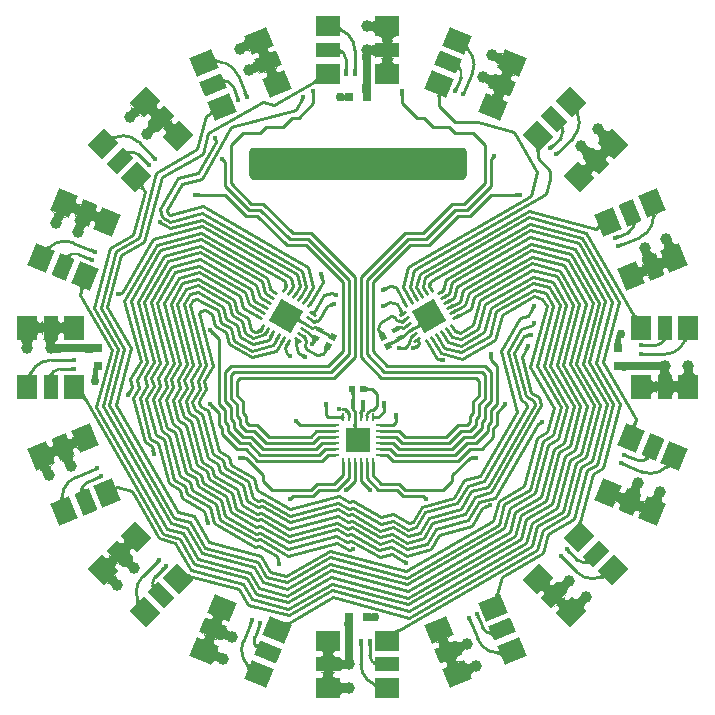
<source format=gtl>
G04*
G04 #@! TF.GenerationSoftware,Altium Limited,Altium Designer,18.1.6 (161)*
G04*
G04 Layer_Physical_Order=1*
G04 Layer_Color=255*
%FSLAX24Y24*%
%MOIN*%
G70*
G01*
G75*
%ADD14R,0.0315X0.0315*%
G04:AMPARAMS|DCode=15|XSize=51.2mil|YSize=78.7mil|CornerRadius=0mil|HoleSize=0mil|Usage=FLASHONLY|Rotation=67.500|XOffset=0mil|YOffset=0mil|HoleType=Round|Shape=Rectangle|*
%AMROTATEDRECTD15*
4,1,4,0.0266,-0.0387,-0.0462,-0.0086,-0.0266,0.0387,0.0462,0.0086,0.0266,-0.0387,0.0*
%
%ADD15ROTATEDRECTD15*%

G04:AMPARAMS|DCode=16|XSize=66.9mil|YSize=78.7mil|CornerRadius=0mil|HoleSize=0mil|Usage=FLASHONLY|Rotation=67.500|XOffset=0mil|YOffset=0mil|HoleType=Round|Shape=Rectangle|*
%AMROTATEDRECTD16*
4,1,4,0.0236,-0.0460,-0.0492,-0.0159,-0.0236,0.0460,0.0492,0.0159,0.0236,-0.0460,0.0*
%
%ADD16ROTATEDRECTD16*%

G04:AMPARAMS|DCode=17|XSize=51.2mil|YSize=78.7mil|CornerRadius=0mil|HoleSize=0mil|Usage=FLASHONLY|Rotation=337.500|XOffset=0mil|YOffset=0mil|HoleType=Round|Shape=Rectangle|*
%AMROTATEDRECTD17*
4,1,4,-0.0387,-0.0266,-0.0086,0.0462,0.0387,0.0266,0.0086,-0.0462,-0.0387,-0.0266,0.0*
%
%ADD17ROTATEDRECTD17*%

G04:AMPARAMS|DCode=18|XSize=66.9mil|YSize=78.7mil|CornerRadius=0mil|HoleSize=0mil|Usage=FLASHONLY|Rotation=337.500|XOffset=0mil|YOffset=0mil|HoleType=Round|Shape=Rectangle|*
%AMROTATEDRECTD18*
4,1,4,-0.0460,-0.0236,-0.0159,0.0492,0.0460,0.0236,0.0159,-0.0492,-0.0460,-0.0236,0.0*
%
%ADD18ROTATEDRECTD18*%

G04:AMPARAMS|DCode=19|XSize=51.2mil|YSize=78.7mil|CornerRadius=0mil|HoleSize=0mil|Usage=FLASHONLY|Rotation=45.000|XOffset=0mil|YOffset=0mil|HoleType=Round|Shape=Rectangle|*
%AMROTATEDRECTD19*
4,1,4,0.0097,-0.0459,-0.0459,0.0097,-0.0097,0.0459,0.0459,-0.0097,0.0097,-0.0459,0.0*
%
%ADD19ROTATEDRECTD19*%

G04:AMPARAMS|DCode=20|XSize=66.9mil|YSize=78.7mil|CornerRadius=0mil|HoleSize=0mil|Usage=FLASHONLY|Rotation=45.000|XOffset=0mil|YOffset=0mil|HoleType=Round|Shape=Rectangle|*
%AMROTATEDRECTD20*
4,1,4,0.0042,-0.0515,-0.0515,0.0042,-0.0042,0.0515,0.0515,-0.0042,0.0042,-0.0515,0.0*
%
%ADD20ROTATEDRECTD20*%

G04:AMPARAMS|DCode=21|XSize=51.2mil|YSize=78.7mil|CornerRadius=0mil|HoleSize=0mil|Usage=FLASHONLY|Rotation=315.000|XOffset=0mil|YOffset=0mil|HoleType=Round|Shape=Rectangle|*
%AMROTATEDRECTD21*
4,1,4,-0.0459,-0.0097,0.0097,0.0459,0.0459,0.0097,-0.0097,-0.0459,-0.0459,-0.0097,0.0*
%
%ADD21ROTATEDRECTD21*%

G04:AMPARAMS|DCode=22|XSize=66.9mil|YSize=78.7mil|CornerRadius=0mil|HoleSize=0mil|Usage=FLASHONLY|Rotation=315.000|XOffset=0mil|YOffset=0mil|HoleType=Round|Shape=Rectangle|*
%AMROTATEDRECTD22*
4,1,4,-0.0515,-0.0042,0.0042,0.0515,0.0515,0.0042,-0.0042,-0.0515,-0.0515,-0.0042,0.0*
%
%ADD22ROTATEDRECTD22*%

G04:AMPARAMS|DCode=23|XSize=51.2mil|YSize=78.7mil|CornerRadius=0mil|HoleSize=0mil|Usage=FLASHONLY|Rotation=22.500|XOffset=0mil|YOffset=0mil|HoleType=Round|Shape=Rectangle|*
%AMROTATEDRECTD23*
4,1,4,-0.0086,-0.0462,-0.0387,0.0266,0.0086,0.0462,0.0387,-0.0266,-0.0086,-0.0462,0.0*
%
%ADD23ROTATEDRECTD23*%

G04:AMPARAMS|DCode=24|XSize=66.9mil|YSize=78.7mil|CornerRadius=0mil|HoleSize=0mil|Usage=FLASHONLY|Rotation=22.500|XOffset=0mil|YOffset=0mil|HoleType=Round|Shape=Rectangle|*
%AMROTATEDRECTD24*
4,1,4,-0.0159,-0.0492,-0.0460,0.0236,0.0159,0.0492,0.0460,-0.0236,-0.0159,-0.0492,0.0*
%
%ADD24ROTATEDRECTD24*%

G04:AMPARAMS|DCode=25|XSize=51.2mil|YSize=78.7mil|CornerRadius=0mil|HoleSize=0mil|Usage=FLASHONLY|Rotation=292.500|XOffset=0mil|YOffset=0mil|HoleType=Round|Shape=Rectangle|*
%AMROTATEDRECTD25*
4,1,4,-0.0462,0.0086,0.0266,0.0387,0.0462,-0.0086,-0.0266,-0.0387,-0.0462,0.0086,0.0*
%
%ADD25ROTATEDRECTD25*%

G04:AMPARAMS|DCode=26|XSize=66.9mil|YSize=78.7mil|CornerRadius=0mil|HoleSize=0mil|Usage=FLASHONLY|Rotation=292.500|XOffset=0mil|YOffset=0mil|HoleType=Round|Shape=Rectangle|*
%AMROTATEDRECTD26*
4,1,4,-0.0492,0.0159,0.0236,0.0460,0.0492,-0.0159,-0.0236,-0.0460,-0.0492,0.0159,0.0*
%
%ADD26ROTATEDRECTD26*%

%ADD27R,0.0512X0.0787*%
%ADD28R,0.0669X0.0787*%
%ADD29R,0.0787X0.0512*%
%ADD30R,0.0787X0.0669*%
%ADD31R,0.0315X0.0315*%
%ADD32R,0.0157X0.0197*%
G04:AMPARAMS|DCode=33|XSize=15.7mil|YSize=19.7mil|CornerRadius=0mil|HoleSize=0mil|Usage=FLASHONLY|Rotation=60.000|XOffset=0mil|YOffset=0mil|HoleType=Round|Shape=Rectangle|*
%AMROTATEDRECTD33*
4,1,4,0.0046,-0.0117,-0.0125,-0.0019,-0.0046,0.0117,0.0125,0.0019,0.0046,-0.0117,0.0*
%
%ADD33ROTATEDRECTD33*%

G04:AMPARAMS|DCode=34|XSize=15.7mil|YSize=19.7mil|CornerRadius=0mil|HoleSize=0mil|Usage=FLASHONLY|Rotation=300.000|XOffset=0mil|YOffset=0mil|HoleType=Round|Shape=Rectangle|*
%AMROTATEDRECTD34*
4,1,4,-0.0125,0.0019,0.0046,0.0117,0.0125,-0.0019,-0.0046,-0.0117,-0.0125,0.0019,0.0*
%
%ADD34ROTATEDRECTD34*%

%ADD35O,0.0315X0.0098*%
%ADD36O,0.0098X0.0315*%
%ADD37R,0.0839X0.0839*%
G04:AMPARAMS|DCode=38|XSize=9.8mil|YSize=31.5mil|CornerRadius=0mil|HoleSize=0mil|Usage=FLASHONLY|Rotation=330.000|XOffset=0mil|YOffset=0mil|HoleType=Round|Shape=Round|*
%AMOVALD38*
21,1,0.0217,0.0098,0.0000,0.0000,60.0*
1,1,0.0098,-0.0054,-0.0094*
1,1,0.0098,0.0054,0.0094*
%
%ADD38OVALD38*%

G04:AMPARAMS|DCode=39|XSize=9.8mil|YSize=31.5mil|CornerRadius=0mil|HoleSize=0mil|Usage=FLASHONLY|Rotation=240.000|XOffset=0mil|YOffset=0mil|HoleType=Round|Shape=Round|*
%AMOVALD39*
21,1,0.0217,0.0098,0.0000,0.0000,330.0*
1,1,0.0098,-0.0094,0.0054*
1,1,0.0098,0.0094,-0.0054*
%
%ADD39OVALD39*%

%ADD40P,0.1186X4X285.0*%
G04:AMPARAMS|DCode=41|XSize=9.8mil|YSize=31.5mil|CornerRadius=0mil|HoleSize=0mil|Usage=FLASHONLY|Rotation=210.000|XOffset=0mil|YOffset=0mil|HoleType=Round|Shape=Round|*
%AMOVALD41*
21,1,0.0217,0.0098,0.0000,0.0000,300.0*
1,1,0.0098,-0.0054,0.0094*
1,1,0.0098,0.0054,-0.0094*
%
%ADD41OVALD41*%

G04:AMPARAMS|DCode=42|XSize=9.8mil|YSize=31.5mil|CornerRadius=0mil|HoleSize=0mil|Usage=FLASHONLY|Rotation=120.000|XOffset=0mil|YOffset=0mil|HoleType=Round|Shape=Round|*
%AMOVALD42*
21,1,0.0217,0.0098,0.0000,0.0000,210.0*
1,1,0.0098,0.0094,0.0054*
1,1,0.0098,-0.0094,-0.0054*
%
%ADD42OVALD42*%

%ADD43P,0.1186X4X165.0*%
%ADD44R,0.0217X0.0217*%
%ADD45P,0.0306X4X375.0*%
%ADD46P,0.0306X4X255.0*%
%ADD83C,0.0100*%
%ADD84C,0.0280*%
%ADD85C,0.0160*%
%ADD86C,0.0177*%
%ADD87C,0.0300*%
%ADD88C,0.0394*%
%ADD89C,0.0197*%
G36*
X591Y11164D02*
X628Y11164D01*
X628Y10884D01*
X591Y10883D01*
X591Y10883D01*
Y10744D01*
X588Y10770D01*
X579Y10794D01*
X565Y10815D01*
X546Y10833D01*
X520Y10849D01*
X489Y10861D01*
X453Y10871D01*
X436Y10874D01*
X428Y10873D01*
X419Y10871D01*
X413Y10868D01*
Y10878D01*
X411Y10878D01*
X363Y10882D01*
X309Y10884D01*
Y11164D01*
X363Y11165D01*
X411Y11169D01*
X413Y11170D01*
Y11180D01*
X419Y11177D01*
X428Y11174D01*
X433Y11173D01*
X453Y11176D01*
X489Y11186D01*
X520Y11199D01*
X546Y11214D01*
X565Y11232D01*
X579Y11253D01*
X588Y11277D01*
X591Y11304D01*
Y11164D01*
D02*
G37*
G36*
X-593Y11040D02*
X-591Y11030D01*
X-586Y11019D01*
X-580Y11009D01*
X-572Y10998D01*
X-562Y10988D01*
X-550Y10978D01*
X-537Y10969D01*
X-521Y10959D01*
X-504Y10950D01*
X-507Y10835D01*
X-523Y10843D01*
X-538Y10849D01*
X-551Y10853D01*
X-563Y10855D01*
X-572Y10856D01*
X-580Y10854D01*
X-586Y10850D01*
X-591Y10844D01*
X-593Y10836D01*
X-594Y10826D01*
Y11051D01*
X-593Y11040D01*
D02*
G37*
G36*
X-3724Y10533D02*
X-3689Y10547D01*
X-3581Y10288D01*
X-3616Y10274D01*
X-3616Y10274D01*
X-3562Y10145D01*
X-3575Y10168D01*
X-3592Y10187D01*
X-3613Y10201D01*
X-3638Y10210D01*
X-3668Y10215D01*
X-3701Y10214D01*
X-3739Y10209D01*
X-3755Y10206D01*
X-3762Y10202D01*
X-3770Y10196D01*
X-3774Y10191D01*
X-3778Y10200D01*
X-3780Y10200D01*
X-3826Y10185D01*
X-3876Y10166D01*
X-3983Y10425D01*
X-3934Y10447D01*
X-3892Y10469D01*
X-3890Y10470D01*
X-3893Y10479D01*
X-3887Y10479D01*
X-3877Y10480D01*
X-3872Y10481D01*
X-3855Y10491D01*
X-3825Y10514D01*
X-3802Y10538D01*
X-3784Y10562D01*
X-3773Y10586D01*
X-3768Y10611D01*
X-3769Y10636D01*
X-3777Y10662D01*
X-3724Y10533D01*
D02*
G37*
G36*
X1123Y10717D02*
X1126Y10691D01*
X1262D01*
X1235Y10689D01*
X1212Y10680D01*
X1191Y10666D01*
X1172Y10646D01*
X1157Y10621D01*
X1144Y10591D01*
X1157Y10560D01*
X1172Y10535D01*
X1191Y10515D01*
X1212Y10501D01*
X1235Y10493D01*
X1262Y10490D01*
X1126D01*
X1123Y10464D01*
X1122Y10410D01*
X842D01*
X841Y10464D01*
X838Y10490D01*
X702D01*
X729Y10493D01*
X752Y10501D01*
X773Y10515D01*
X792Y10535D01*
X807Y10560D01*
X819Y10591D01*
X807Y10621D01*
X792Y10646D01*
X773Y10666D01*
X752Y10680D01*
X729Y10689D01*
X702Y10691D01*
X838D01*
X841Y10717D01*
X842Y10771D01*
X1122D01*
X1123Y10717D01*
D02*
G37*
G36*
X589Y10377D02*
X628Y10376D01*
X628Y10096D01*
X591Y10096D01*
X589Y10096D01*
Y9982D01*
X587Y10003D01*
X578Y10023D01*
X564Y10040D01*
X545Y10055D01*
X519Y10068D01*
X489Y10078D01*
X452Y10086D01*
X444Y10087D01*
X441Y10087D01*
X439Y10072D01*
X435Y10029D01*
X433Y9901D01*
X153Y9901D01*
X153Y9938D01*
X143Y10101D01*
X140Y10110D01*
X137Y10116D01*
X309Y10116D01*
Y10376D01*
X363Y10377D01*
X413Y10383D01*
Y10392D01*
X419Y10389D01*
X428Y10386D01*
X436Y10385D01*
X452Y10387D01*
X489Y10395D01*
X519Y10405D01*
X545Y10418D01*
X564Y10432D01*
X578Y10450D01*
X587Y10469D01*
X589Y10491D01*
Y10377D01*
D02*
G37*
G36*
X3672Y10418D02*
X3671Y10408D01*
X3671Y10396D01*
X3673Y10384D01*
X3676Y10371D01*
X3682Y10358D01*
X3689Y10345D01*
X3698Y10330D01*
X3708Y10315D01*
X3721Y10300D01*
X3675Y10195D01*
X3662Y10209D01*
X3651Y10221D01*
X3640Y10229D01*
X3630Y10236D01*
X3621Y10240D01*
X3613Y10241D01*
X3606Y10240D01*
X3600Y10236D01*
X3594Y10230D01*
X3589Y10221D01*
X3676Y10429D01*
X3672Y10418D01*
D02*
G37*
G36*
X4814Y10079D02*
X4849Y10064D01*
X4742Y9806D01*
X4707Y9820D01*
X4707Y9820D01*
X4653Y9691D01*
X4661Y9716D01*
X4662Y9742D01*
X4657Y9766D01*
X4646Y9791D01*
X4629Y9815D01*
X4605Y9838D01*
X4575Y9861D01*
X4560Y9870D01*
X4553Y9873D01*
X4543Y9874D01*
X4537Y9873D01*
X4541Y9882D01*
X4539Y9884D01*
X4496Y9906D01*
X4447Y9928D01*
X4554Y10186D01*
X4604Y10167D01*
X4650Y10153D01*
X4652Y10152D01*
X4656Y10161D01*
X4660Y10156D01*
X4668Y10150D01*
X4672Y10148D01*
X4692Y10143D01*
X4729Y10138D01*
X4763Y10138D01*
X4792Y10142D01*
X4817Y10152D01*
X4838Y10166D01*
X4855Y10185D01*
X4868Y10208D01*
X4814Y10079D01*
D02*
G37*
G36*
X-593Y10323D02*
X-590Y10312D01*
X-586Y10302D01*
X-580Y10292D01*
X-571Y10281D01*
X-561Y10271D01*
X-550Y10261D01*
X-536Y10251D01*
X-521Y10241D01*
X-504Y10231D01*
X-513Y10109D01*
X-528Y10117D01*
X-542Y10123D01*
X-554Y10128D01*
X-565Y10130D01*
X-574Y10131D01*
X-581Y10130D01*
X-587Y10126D01*
X-591Y10122D01*
X-593Y10115D01*
X-594Y10106D01*
Y10333D01*
X-593Y10323D01*
D02*
G37*
G36*
X-3060Y10324D02*
X-3048Y10301D01*
X-2922Y10353D01*
X-2946Y10340D01*
X-2965Y10323D01*
X-2979Y10302D01*
X-2988Y10277D01*
X-2992Y10248D01*
X-2992Y10215D01*
X-2969Y10192D01*
X-2945Y10174D01*
X-2921Y10163D01*
X-2896Y10158D01*
X-2871Y10159D01*
X-2845Y10167D01*
X-2971Y10115D01*
X-2963Y10090D01*
X-2944Y10040D01*
X-3203Y9933D01*
X-3224Y9981D01*
X-3237Y10005D01*
X-3362Y9953D01*
X-3339Y9965D01*
X-3320Y9982D01*
X-3306Y10003D01*
X-3297Y10028D01*
X-3292Y10058D01*
X-3293Y10091D01*
X-3316Y10114D01*
X-3340Y10132D01*
X-3364Y10143D01*
X-3389Y10148D01*
X-3414Y10146D01*
X-3440Y10139D01*
X-3314Y10191D01*
X-3322Y10216D01*
X-3341Y10266D01*
X-3082Y10373D01*
X-3060Y10324D01*
D02*
G37*
G36*
X-4771Y9965D02*
X-4764Y9957D01*
X-4756Y9949D01*
X-4746Y9941D01*
X-4735Y9935D01*
X-4722Y9930D01*
X-4707Y9925D01*
X-4690Y9921D01*
X-4672Y9918D01*
X-4653Y9916D01*
X-4611Y9809D01*
X-4630Y9810D01*
X-4646Y9810D01*
X-4660Y9809D01*
X-4672Y9806D01*
X-4681Y9803D01*
X-4687Y9798D01*
X-4691Y9792D01*
X-4693Y9785D01*
X-4693Y9777D01*
X-4690Y9767D01*
X-4776Y9975D01*
X-4771Y9965D01*
D02*
G37*
G36*
X-3423Y9805D02*
X-3387Y9819D01*
X-3280Y9561D01*
X-3314Y9546D01*
X-3316Y9546D01*
X-3272Y9440D01*
X-3283Y9459D01*
X-3298Y9474D01*
X-3318Y9484D01*
X-3341Y9491D01*
X-3370Y9493D01*
X-3402Y9490D01*
X-3439Y9484D01*
X-3446Y9482D01*
X-3461Y9475D01*
X-3468Y9469D01*
X-3473Y9464D01*
X-3477Y9474D01*
X-3480Y9473D01*
X-3525Y9458D01*
X-3575Y9439D01*
X-3682Y9697D01*
X-3633Y9719D01*
X-3588Y9743D01*
X-3592Y9752D01*
X-3585Y9751D01*
X-3576Y9752D01*
X-3568Y9754D01*
X-3554Y9762D01*
X-3523Y9783D01*
X-3499Y9804D01*
X-3480Y9826D01*
X-3468Y9847D01*
X-3461Y9868D01*
X-3461Y9889D01*
X-3467Y9911D01*
X-3423Y9805D01*
D02*
G37*
G36*
X1123Y10009D02*
X1126Y9983D01*
X1262D01*
X1235Y9980D01*
X1212Y9971D01*
X1191Y9957D01*
X1172Y9938D01*
X1157Y9912D01*
X1144Y9882D01*
X1157Y9851D01*
X1172Y9826D01*
X1191Y9806D01*
X1212Y9792D01*
X1235Y9784D01*
X1262Y9781D01*
X1126D01*
X1123Y9755D01*
X1122Y9702D01*
X842D01*
X841Y9755D01*
X838Y9781D01*
X702D01*
X729Y9784D01*
X752Y9792D01*
X773Y9806D01*
X792Y9826D01*
X807Y9851D01*
X819Y9882D01*
X807Y9912D01*
X792Y9938D01*
X773Y9957D01*
X752Y9971D01*
X729Y9980D01*
X702Y9983D01*
X838D01*
X841Y10009D01*
X842Y10062D01*
X1122D01*
X1123Y10009D01*
D02*
G37*
G36*
X5155Y9513D02*
X5136Y9463D01*
X5128Y9438D01*
X5254Y9386D01*
X5228Y9393D01*
X5203Y9394D01*
X5178Y9389D01*
X5154Y9378D01*
X5130Y9361D01*
X5107Y9337D01*
X5106Y9304D01*
X5111Y9275D01*
X5120Y9250D01*
X5134Y9229D01*
X5153Y9212D01*
X5176Y9199D01*
X5051Y9251D01*
X5038Y9228D01*
X5017Y9179D01*
X4758Y9286D01*
X4777Y9336D01*
X4785Y9361D01*
X4659Y9414D01*
X4685Y9406D01*
X4710Y9405D01*
X4735Y9410D01*
X4759Y9421D01*
X4783Y9438D01*
X4806Y9462D01*
X4806Y9495D01*
X4802Y9524D01*
X4793Y9549D01*
X4779Y9570D01*
X4760Y9587D01*
X4736Y9600D01*
X4862Y9548D01*
X4874Y9571D01*
X4896Y9620D01*
X5155Y9513D01*
D02*
G37*
G36*
X3398Y9756D02*
X3396Y9745D01*
X3397Y9734D01*
X3399Y9722D01*
X3402Y9709D01*
X3408Y9696D01*
X3415Y9682D01*
X3424Y9667D01*
X3434Y9652D01*
X3446Y9635D01*
X3391Y9527D01*
X3380Y9540D01*
X3369Y9551D01*
X3360Y9560D01*
X3351Y9567D01*
X3342Y9571D01*
X3335Y9572D01*
X3329Y9572D01*
X3323Y9569D01*
X3318Y9563D01*
X3314Y9555D01*
X3401Y9766D01*
X3398Y9756D01*
D02*
G37*
G36*
X-51Y9595D02*
X-48Y9554D01*
X-46Y9543D01*
X-44Y9533D01*
X-41Y9524D01*
X-38Y9516D01*
X-34Y9509D01*
X-31Y9503D01*
X-171D01*
X-167Y9509D01*
X-164Y9516D01*
X-161Y9524D01*
X-158Y9533D01*
X-156Y9543D01*
X-154Y9554D01*
X-152Y9580D01*
X-151Y9611D01*
X-51D01*
X-51Y9595D01*
D02*
G37*
G36*
X-346Y9595D02*
X-343Y9554D01*
X-341Y9543D01*
X-339Y9533D01*
X-336Y9524D01*
X-333Y9516D01*
X-330Y9509D01*
X-326Y9503D01*
X-466D01*
X-462Y9509D01*
X-459Y9516D01*
X-456Y9524D01*
X-453Y9533D01*
X-451Y9543D01*
X-449Y9554D01*
X-447Y9580D01*
X-446Y9611D01*
X-346D01*
X-346Y9595D01*
D02*
G37*
G36*
X-2789Y9670D02*
X-2777Y9646D01*
X-2651Y9698D01*
X-2675Y9686D01*
X-2693Y9669D01*
X-2707Y9648D01*
X-2717Y9623D01*
X-2721Y9593D01*
X-2721Y9560D01*
X-2698Y9537D01*
X-2674Y9519D01*
X-2650Y9508D01*
X-2625Y9503D01*
X-2600Y9505D01*
X-2574Y9512D01*
X-2700Y9460D01*
X-2692Y9435D01*
X-2673Y9385D01*
X-2932Y9278D01*
X-2953Y9327D01*
X-2965Y9350D01*
X-3091Y9298D01*
X-3068Y9311D01*
X-3049Y9327D01*
X-3035Y9349D01*
X-3026Y9374D01*
X-3021Y9403D01*
X-3021Y9436D01*
X-3045Y9459D01*
X-3068Y9477D01*
X-3093Y9488D01*
X-3118Y9493D01*
X-3143Y9492D01*
X-3168Y9484D01*
X-3043Y9536D01*
X-3050Y9561D01*
X-3070Y9611D01*
X-2811Y9718D01*
X-2789Y9670D01*
D02*
G37*
G36*
X-4494Y9303D02*
X-4488Y9294D01*
X-4479Y9286D01*
X-4470Y9279D01*
X-4458Y9273D01*
X-4445Y9267D01*
X-4431Y9262D01*
X-4414Y9258D01*
X-4397Y9255D01*
X-4377Y9252D01*
X-4339Y9136D01*
X-4356Y9138D01*
X-4371Y9138D01*
X-4384Y9137D01*
X-4394Y9136D01*
X-4403Y9133D01*
X-4409Y9129D01*
X-4413Y9124D01*
X-4415Y9118D01*
X-4414Y9111D01*
X-4412Y9103D01*
X-4499Y9313D01*
X-4494Y9303D01*
D02*
G37*
G36*
X-1379Y9115D02*
X-1380Y9124D01*
X-1383Y9131D01*
X-1387Y9136D01*
X-1393Y9139D01*
X-1401Y9140D01*
X-1410Y9139D01*
X-1422Y9136D01*
X-1435Y9130D01*
X-1449Y9123D01*
X-1466Y9114D01*
Y9230D01*
X-1449Y9240D01*
X-1434Y9250D01*
X-1421Y9261D01*
X-1410Y9271D01*
X-1400Y9282D01*
X-1392Y9293D01*
X-1386Y9304D01*
X-1382Y9315D01*
X-1379Y9326D01*
X-1378Y9338D01*
X-1379Y9115D01*
D02*
G37*
G36*
X4303Y9440D02*
X4351Y9425D01*
X4355Y9434D01*
X4359Y9429D01*
X4367Y9423D01*
X4374Y9418D01*
X4389Y9414D01*
X4426Y9407D01*
X4458Y9405D01*
X4486Y9407D01*
X4510Y9413D01*
X4529Y9424D01*
X4545Y9439D01*
X4556Y9458D01*
X4512Y9352D01*
X4548Y9337D01*
X4440Y9078D01*
X4406Y9092D01*
X4404Y9093D01*
X4361Y8987D01*
X4366Y9008D01*
X4366Y9029D01*
X4360Y9051D01*
X4347Y9072D01*
X4329Y9093D01*
X4304Y9115D01*
X4274Y9136D01*
X4267Y9140D01*
X4252Y9145D01*
X4242Y9146D01*
X4235Y9146D01*
X4240Y9156D01*
X4237Y9157D01*
X4195Y9179D01*
X4146Y9200D01*
X4253Y9459D01*
X4303Y9440D01*
D02*
G37*
G36*
X3354Y9002D02*
X3349Y8988D01*
X3336Y8949D01*
X3333Y8938D01*
X3331Y8928D01*
X3330Y8918D01*
X3330Y8910D01*
X3331Y8902D01*
X3332Y8895D01*
X3202Y8949D01*
X3208Y8953D01*
X3214Y8958D01*
X3220Y8964D01*
X3226Y8971D01*
X3232Y8980D01*
X3238Y8990D01*
X3250Y9013D01*
X3262Y9041D01*
X3354Y9002D01*
D02*
G37*
G36*
X4884Y8858D02*
X4864Y8808D01*
X4857Y8783D01*
X4982Y8731D01*
X4957Y8738D01*
X4932Y8740D01*
X4907Y8735D01*
X4882Y8724D01*
X4859Y8706D01*
X4835Y8683D01*
X4835Y8650D01*
X4840Y8620D01*
X4849Y8595D01*
X4863Y8574D01*
X4882Y8557D01*
X4905Y8544D01*
X4779Y8597D01*
X4767Y8573D01*
X4745Y8525D01*
X4487Y8632D01*
X4506Y8682D01*
X4514Y8707D01*
X4388Y8759D01*
X4414Y8751D01*
X4439Y8750D01*
X4464Y8755D01*
X4488Y8766D01*
X4512Y8784D01*
X4535Y8807D01*
X4535Y8840D01*
X4531Y8869D01*
X4521Y8894D01*
X4507Y8915D01*
X4489Y8932D01*
X4465Y8945D01*
X4591Y8893D01*
X4603Y8916D01*
X4625Y8965D01*
X4884Y8858D01*
D02*
G37*
G36*
X433Y9044D02*
X446Y8820D01*
X449Y8818D01*
X137D01*
X140Y8820D01*
X143Y8829D01*
X145Y8843D01*
X147Y8862D01*
X151Y8955D01*
X153Y9098D01*
X433D01*
X433Y9044D01*
D02*
G37*
G36*
X3627Y8889D02*
X3621Y8875D01*
X3609Y8836D01*
X3606Y8825D01*
X3604Y8815D01*
X3603Y8805D01*
X3603Y8797D01*
X3603Y8789D01*
X3605Y8782D01*
X3475Y8836D01*
X3481Y8840D01*
X3487Y8845D01*
X3492Y8851D01*
X3498Y8858D01*
X3504Y8867D01*
X3510Y8877D01*
X3523Y8900D01*
X3535Y8928D01*
X3627Y8889D01*
D02*
G37*
G36*
X-453Y8756D02*
X-448Y8754D01*
X-430Y8750D01*
X-411Y8747D01*
X-367Y8743D01*
X-343Y8742D01*
X-316Y8741D01*
Y8581D01*
X-343Y8581D01*
X-411Y8576D01*
X-430Y8572D01*
X-448Y8568D01*
X-453Y8567D01*
Y8522D01*
X-454Y8534D01*
X-458Y8544D01*
X-465Y8553D01*
X-474Y8559D01*
X-477Y8558D01*
X-488Y8552D01*
X-498Y8545D01*
Y8570D01*
X-503Y8572D01*
X-521Y8576D01*
X-542Y8579D01*
X-566Y8581D01*
X-593Y8581D01*
Y8741D01*
X-566Y8742D01*
X-521Y8747D01*
X-503Y8751D01*
X-498Y8753D01*
Y8778D01*
X-488Y8771D01*
X-477Y8765D01*
X-474Y8764D01*
X-465Y8770D01*
X-458Y8779D01*
X-454Y8789D01*
X-453Y8800D01*
Y8756D01*
D02*
G37*
G36*
X-3715Y8838D02*
X-3697Y8801D01*
X-3691Y8792D01*
X-3685Y8783D01*
X-3679Y8776D01*
X-3673Y8769D01*
X-3667Y8764D01*
X-3662Y8760D01*
X-3791Y8707D01*
X-3790Y8714D01*
X-3789Y8721D01*
X-3790Y8730D01*
X-3791Y8739D01*
X-3793Y8750D01*
X-3795Y8761D01*
X-3803Y8786D01*
X-3814Y8814D01*
X-3721Y8852D01*
X-3715Y8838D01*
D02*
G37*
G36*
X2801Y8697D02*
X2792Y8700D01*
X2783Y8700D01*
X2776Y8698D01*
X2769Y8694D01*
X2763Y8687D01*
X2759Y8678D01*
X2755Y8666D01*
X2753Y8652D01*
X2751Y8635D01*
X2751Y8616D01*
X2651Y8658D01*
X2650Y8677D01*
X2649Y8695D01*
X2646Y8711D01*
X2643Y8726D01*
X2638Y8739D01*
X2633Y8750D01*
X2627Y8760D01*
X2619Y8768D01*
X2611Y8775D01*
X2601Y8780D01*
X2801Y8697D01*
D02*
G37*
G36*
X1540Y8798D02*
X1537Y8792D01*
X1534Y8784D01*
X1531Y8774D01*
X1529Y8764D01*
X1527Y8753D01*
X1525Y8727D01*
X1524Y8697D01*
X1424D01*
X1424Y8712D01*
X1421Y8753D01*
X1419Y8764D01*
X1417Y8774D01*
X1414Y8784D01*
X1411Y8792D01*
X1408Y8798D01*
X1404Y8804D01*
X1544Y8804D01*
X1540Y8798D01*
D02*
G37*
G36*
X-1409Y8804D02*
X-1412Y8798D01*
X-1416Y8792D01*
X-1419Y8784D01*
X-1421Y8774D01*
X-1424Y8764D01*
X-1425Y8753D01*
X-1428Y8727D01*
X-1429Y8697D01*
X-1529D01*
X-1529Y8712D01*
X-1532Y8753D01*
X-1534Y8764D01*
X-1536Y8774D01*
X-1539Y8784D01*
X-1542Y8792D01*
X-1545Y8798D01*
X-1549Y8804D01*
X-1409Y8804D01*
D02*
G37*
G36*
X-3988Y8725D02*
X-3970Y8688D01*
X-3964Y8679D01*
X-3958Y8670D01*
X-3952Y8663D01*
X-3946Y8656D01*
X-3940Y8651D01*
X-3934Y8647D01*
X-4064Y8594D01*
X-4063Y8601D01*
X-4062Y8608D01*
X-4062Y8617D01*
X-4064Y8626D01*
X-4065Y8637D01*
X-4068Y8648D01*
X-4076Y8673D01*
X-4087Y8701D01*
X-3994Y8739D01*
X-3988Y8725D01*
D02*
G37*
G36*
X-1786Y8582D02*
X-1792Y8579D01*
X-1798Y8574D01*
X-1805Y8569D01*
X-1812Y8562D01*
X-1819Y8555D01*
X-1826Y8546D01*
X-1841Y8525D01*
X-1857Y8499D01*
X-1944Y8549D01*
X-1936Y8562D01*
X-1918Y8599D01*
X-1914Y8610D01*
X-1911Y8620D01*
X-1909Y8629D01*
X-1907Y8637D01*
X-1907Y8645D01*
X-1907Y8652D01*
X-1786Y8582D01*
D02*
G37*
G36*
X-6691Y8439D02*
X-6702Y8416D01*
X-6707Y8392D01*
X-6706Y8365D01*
X-6699Y8336D01*
X-6686Y8306D01*
X-6656Y8293D01*
X-6627Y8286D01*
X-6600Y8285D01*
X-6575Y8290D01*
X-6553Y8300D01*
X-6532Y8317D01*
X-6628Y8221D01*
X-6611Y8201D01*
X-6574Y8162D01*
X-6772Y7964D01*
X-6811Y8001D01*
X-6831Y8018D01*
X-6928Y7921D01*
X-6911Y7942D01*
X-6900Y7965D01*
X-6895Y7990D01*
X-6896Y8016D01*
X-6903Y8045D01*
X-6916Y8076D01*
X-6946Y8088D01*
X-6975Y8095D01*
X-7002Y8097D01*
X-7027Y8092D01*
X-7049Y8081D01*
X-7070Y8064D01*
X-6974Y8160D01*
X-6991Y8180D01*
X-7028Y8219D01*
X-6830Y8417D01*
X-6791Y8380D01*
X-6771Y8364D01*
X-6674Y8460D01*
X-6691Y8439D01*
D02*
G37*
G36*
X-4827Y8054D02*
X-4832Y8062D01*
X-4838Y8069D01*
X-4845Y8073D01*
X-4854Y8076D01*
X-4864Y8076D01*
X-4875Y8075D01*
X-4888Y8072D01*
X-4902Y8066D01*
X-4917Y8059D01*
X-4934Y8050D01*
X-4973Y8143D01*
X-4956Y8153D01*
X-4942Y8163D01*
X-4930Y8173D01*
X-4920Y8183D01*
X-4912Y8193D01*
X-4906Y8203D01*
X-4903Y8212D01*
X-4901Y8222D01*
X-4902Y8231D01*
X-4904Y8240D01*
X-4827Y8054D01*
D02*
G37*
G36*
X7393Y8231D02*
X7387Y8221D01*
X7383Y8210D01*
X7380Y8199D01*
X7378Y8186D01*
X7378Y8171D01*
X7379Y8156D01*
X7382Y8140D01*
X7386Y8122D01*
X7391Y8103D01*
X7309Y8024D01*
X7303Y8042D01*
X7296Y8056D01*
X7290Y8069D01*
X7283Y8078D01*
X7277Y8085D01*
X7270Y8089D01*
X7263Y8091D01*
X7255Y8090D01*
X7248Y8086D01*
X7240Y8080D01*
X7400Y8239D01*
X7393Y8231D01*
D02*
G37*
G36*
X-7483Y8320D02*
X-7456Y8346D01*
X-7258Y8148D01*
X-7285Y8121D01*
X-7285Y8121D01*
X-7186Y8022D01*
X-7207Y8039D01*
X-7230Y8050D01*
X-7254Y8055D01*
X-7281Y8054D01*
X-7310Y8047D01*
X-7341Y8034D01*
X-7373Y8015D01*
X-7388Y8005D01*
X-7393Y7999D01*
X-7397Y7991D01*
X-7399Y7984D01*
X-7406Y7991D01*
X-7408Y7990D01*
X-7445Y7959D01*
X-7484Y7922D01*
X-7682Y8120D01*
X-7645Y8159D01*
X-7614Y8196D01*
X-7613Y8198D01*
X-7620Y8205D01*
X-7613Y8207D01*
X-7605Y8212D01*
X-7601Y8214D01*
X-7589Y8231D01*
X-7570Y8263D01*
X-7557Y8294D01*
X-7550Y8323D01*
X-7549Y8350D01*
X-7554Y8375D01*
X-7565Y8397D01*
X-7582Y8418D01*
X-7483Y8320D01*
D02*
G37*
G36*
X-6190Y7938D02*
X-6201Y7915D01*
X-6206Y7890D01*
X-6205Y7864D01*
X-6198Y7835D01*
X-6185Y7804D01*
X-6155Y7792D01*
X-6126Y7785D01*
X-6099Y7784D01*
X-6074Y7789D01*
X-6051Y7799D01*
X-6031Y7816D01*
X-6127Y7720D01*
X-6110Y7700D01*
X-6073Y7661D01*
X-6271Y7463D01*
X-6310Y7500D01*
X-6330Y7517D01*
X-6427Y7420D01*
X-6410Y7441D01*
X-6399Y7464D01*
X-6394Y7489D01*
X-6395Y7515D01*
X-6402Y7544D01*
X-6415Y7575D01*
X-6445Y7587D01*
X-6474Y7594D01*
X-6501Y7595D01*
X-6526Y7591D01*
X-6548Y7580D01*
X-6569Y7563D01*
X-6473Y7659D01*
X-6490Y7679D01*
X-6526Y7718D01*
X-6328Y7916D01*
X-6290Y7879D01*
X-6270Y7862D01*
X-6173Y7959D01*
X-6190Y7938D01*
D02*
G37*
G36*
X6885Y7723D02*
X6880Y7714D01*
X6876Y7703D01*
X6873Y7692D01*
X6871Y7678D01*
X6871Y7664D01*
X6872Y7649D01*
X6875Y7632D01*
X6878Y7614D01*
X6883Y7595D01*
X6791Y7515D01*
X6786Y7532D01*
X6780Y7546D01*
X6775Y7558D01*
X6769Y7567D01*
X6763Y7574D01*
X6757Y7578D01*
X6751Y7580D01*
X6745Y7579D01*
X6738Y7576D01*
X6731Y7570D01*
X6892Y7731D01*
X6885Y7723D01*
D02*
G37*
G36*
X-6928Y7762D02*
X-6900Y7789D01*
X-6702Y7591D01*
X-6728Y7565D01*
X-6729Y7563D01*
X-6648Y7482D01*
X-6665Y7496D01*
X-6685Y7504D01*
X-6707Y7506D01*
X-6731Y7503D01*
X-6758Y7494D01*
X-6787Y7479D01*
X-6819Y7459D01*
X-6825Y7454D01*
X-6836Y7442D01*
X-6840Y7434D01*
X-6842Y7427D01*
X-6850Y7435D01*
X-6852Y7434D01*
X-6889Y7402D01*
X-6927Y7366D01*
X-7125Y7564D01*
X-7088Y7602D01*
X-7056Y7641D01*
X-7063Y7648D01*
X-7057Y7650D01*
X-7048Y7655D01*
X-7041Y7659D01*
X-7031Y7672D01*
X-7011Y7703D01*
X-6997Y7732D01*
X-6988Y7759D01*
X-6985Y7783D01*
X-6987Y7806D01*
X-6995Y7825D01*
X-7008Y7843D01*
X-6928Y7762D01*
D02*
G37*
G36*
X8157Y7643D02*
X8194Y7612D01*
X8195Y7610D01*
X8203Y7617D01*
X8205Y7611D01*
X8209Y7603D01*
X8212Y7599D01*
X8228Y7587D01*
X8261Y7568D01*
X8292Y7555D01*
X8321Y7548D01*
X8347Y7547D01*
X8372Y7552D01*
X8395Y7563D01*
X8416Y7580D01*
X8317Y7481D01*
X8343Y7454D01*
X8145Y7256D01*
X8119Y7282D01*
X8119Y7282D01*
X8020Y7184D01*
X8037Y7204D01*
X8048Y7227D01*
X8052Y7252D01*
X8051Y7279D01*
X8044Y7308D01*
X8031Y7338D01*
X8012Y7371D01*
X8002Y7385D01*
X7997Y7390D01*
X7988Y7395D01*
X7982Y7397D01*
X7989Y7404D01*
X7988Y7406D01*
X7957Y7443D01*
X7920Y7481D01*
X8118Y7679D01*
X8157Y7643D01*
D02*
G37*
G36*
X-8233Y7395D02*
X-8223Y7389D01*
X-8213Y7385D01*
X-8201Y7382D01*
X-8188Y7380D01*
X-8174Y7380D01*
X-8159Y7382D01*
X-8142Y7384D01*
X-8125Y7388D01*
X-8106Y7394D01*
X-8027Y7311D01*
X-8044Y7305D01*
X-8059Y7299D01*
X-8071Y7292D01*
X-8080Y7286D01*
X-8087Y7279D01*
X-8092Y7272D01*
X-8093Y7265D01*
X-8092Y7258D01*
X-8088Y7250D01*
X-8082Y7243D01*
X-8241Y7402D01*
X-8233Y7395D01*
D02*
G37*
G36*
X6556Y7045D02*
X6545Y7033D01*
X6519Y7003D01*
X6512Y6993D01*
X6506Y6985D01*
X6502Y6976D01*
X6498Y6968D01*
X6496Y6961D01*
X6494Y6954D01*
X6395Y7054D01*
X6402Y7055D01*
X6409Y7057D01*
X6417Y7061D01*
X6425Y7065D01*
X6434Y7071D01*
X6443Y7078D01*
X6464Y7095D01*
X6486Y7115D01*
X6556Y7045D01*
D02*
G37*
G36*
X6088Y6929D02*
X6079Y6931D01*
X6070Y6930D01*
X6063Y6924D01*
X6057Y6915D01*
X6051Y6902D01*
X6047Y6885D01*
X6043Y6864D01*
X6041Y6839D01*
X6039Y6778D01*
X5939Y6862D01*
X5939Y6887D01*
X5935Y6930D01*
X5931Y6948D01*
X5927Y6965D01*
X5921Y6978D01*
X5915Y6990D01*
X5908Y7000D01*
X5899Y7007D01*
X5890Y7013D01*
X6088Y6929D01*
D02*
G37*
G36*
X8158Y6972D02*
X8178Y6988D01*
X8217Y7025D01*
X8415Y6827D01*
X8378Y6788D01*
X8361Y6768D01*
X8458Y6672D01*
X8437Y6689D01*
X8414Y6700D01*
X8389Y6705D01*
X8362Y6704D01*
X8334Y6697D01*
X8303Y6684D01*
X8290Y6653D01*
X8283Y6625D01*
X8282Y6598D01*
X8287Y6573D01*
X8298Y6550D01*
X8315Y6529D01*
X8219Y6626D01*
X8198Y6609D01*
X8160Y6572D01*
X7962Y6770D01*
X7999Y6809D01*
X8015Y6829D01*
X7919Y6925D01*
X7940Y6909D01*
X7963Y6898D01*
X7987Y6893D01*
X8014Y6894D01*
X8043Y6901D01*
X8073Y6914D01*
X8086Y6944D01*
X8093Y6973D01*
X8094Y7000D01*
X8089Y7024D01*
X8078Y7047D01*
X8062Y7068D01*
X8158Y6972D01*
D02*
G37*
G36*
X6765Y6836D02*
X6754Y6825D01*
X6728Y6794D01*
X6721Y6784D01*
X6715Y6776D01*
X6711Y6767D01*
X6707Y6760D01*
X6705Y6752D01*
X6703Y6745D01*
X6604Y6845D01*
X6611Y6846D01*
X6618Y6849D01*
X6626Y6852D01*
X6634Y6857D01*
X6643Y6862D01*
X6652Y6869D01*
X6672Y6886D01*
X6694Y6907D01*
X6765Y6836D01*
D02*
G37*
G36*
X-7726Y6887D02*
X-7717Y6881D01*
X-7707Y6877D01*
X-7695Y6875D01*
X-7682Y6873D01*
X-7667Y6873D01*
X-7652Y6874D01*
X-7635Y6877D01*
X-7616Y6881D01*
X-7597Y6886D01*
X-7517Y6793D01*
X-7534Y6788D01*
X-7549Y6783D01*
X-7561Y6777D01*
X-7570Y6771D01*
X-7577Y6765D01*
X-7581Y6759D01*
X-7583Y6753D01*
X-7582Y6746D01*
X-7579Y6740D01*
X-7574Y6733D01*
X-7734Y6894D01*
X-7726Y6887D01*
D02*
G37*
G36*
X7600Y7086D02*
X7639Y7054D01*
X7646Y7061D01*
X7648Y7054D01*
X7652Y7046D01*
X7657Y7039D01*
X7669Y7029D01*
X7701Y7009D01*
X7730Y6994D01*
X7757Y6986D01*
X7781Y6982D01*
X7803Y6984D01*
X7823Y6992D01*
X7840Y7006D01*
X7760Y6925D01*
X7787Y6897D01*
X7589Y6699D01*
X7562Y6725D01*
X7561Y6726D01*
X7480Y6646D01*
X7494Y6663D01*
X7501Y6683D01*
X7504Y6705D01*
X7500Y6729D01*
X7491Y6756D01*
X7477Y6785D01*
X7457Y6816D01*
X7452Y6823D01*
X7440Y6833D01*
X7431Y6838D01*
X7425Y6840D01*
X7433Y6848D01*
X7431Y6850D01*
X7400Y6886D01*
X7363Y6925D01*
X7561Y7123D01*
X7600Y7086D01*
D02*
G37*
G36*
X-6827Y6756D02*
X-6796Y6730D01*
X-6787Y6723D01*
X-6778Y6718D01*
X-6770Y6713D01*
X-6762Y6709D01*
X-6755Y6707D01*
X-6748Y6706D01*
X-6847Y6606D01*
X-6848Y6613D01*
X-6851Y6620D01*
X-6854Y6628D01*
X-6859Y6637D01*
X-6865Y6645D01*
X-6871Y6655D01*
X-6888Y6675D01*
X-6909Y6697D01*
X-6838Y6767D01*
X-6827Y6756D01*
D02*
G37*
G36*
X-7036Y6548D02*
X-7005Y6521D01*
X-6996Y6514D01*
X-6987Y6509D01*
X-6979Y6504D01*
X-6971Y6501D01*
X-6963Y6498D01*
X-6957Y6497D01*
X-7056Y6398D01*
X-7057Y6404D01*
X-7060Y6412D01*
X-7063Y6419D01*
X-7068Y6428D01*
X-7073Y6437D01*
X-7080Y6446D01*
X-7097Y6466D01*
X-7118Y6488D01*
X-7047Y6559D01*
X-7036Y6548D01*
D02*
G37*
G36*
X7657Y6470D02*
X7677Y6487D01*
X7716Y6524D01*
X7914Y6326D01*
X7877Y6287D01*
X7860Y6267D01*
X7956Y6171D01*
X7936Y6188D01*
X7913Y6199D01*
X7888Y6203D01*
X7861Y6202D01*
X7832Y6195D01*
X7802Y6183D01*
X7789Y6152D01*
X7782Y6123D01*
X7781Y6097D01*
X7786Y6072D01*
X7797Y6049D01*
X7814Y6028D01*
X7717Y6125D01*
X7697Y6108D01*
X7659Y6071D01*
X7461Y6269D01*
X7497Y6308D01*
X7514Y6328D01*
X7418Y6424D01*
X7439Y6407D01*
X7461Y6397D01*
X7486Y6392D01*
X7513Y6393D01*
X7542Y6400D01*
X7572Y6413D01*
X7585Y6443D01*
X7592Y6472D01*
X7593Y6498D01*
X7588Y6523D01*
X7577Y6546D01*
X7560Y6567D01*
X7657Y6470D01*
D02*
G37*
G36*
X3446Y6988D02*
X3446Y6988D01*
X3446D01*
X3493Y6985D01*
X3558Y6958D01*
X3613Y6903D01*
X3643Y6830D01*
X3643Y6791D01*
X3643Y6063D01*
X3613Y5991D01*
X3558Y5935D01*
X3485Y5906D01*
X-3485D01*
X-3556Y5935D01*
X-3611Y5990D01*
X-3641Y6061D01*
Y6830D01*
X-3611Y6903D01*
X-3555Y6958D01*
X-3483Y6988D01*
X3446D01*
X3446Y6988D01*
D02*
G37*
G36*
X-7147Y5759D02*
X-7152Y5750D01*
X-7155Y5740D01*
X-7156Y5729D01*
X-7155Y5717D01*
X-7153Y5704D01*
X-7149Y5690D01*
X-7143Y5675D01*
X-7136Y5659D01*
X-7126Y5642D01*
X-7200Y5569D01*
X-7210Y5585D01*
X-7219Y5599D01*
X-7229Y5611D01*
X-7238Y5619D01*
X-7247Y5626D01*
X-7255Y5630D01*
X-7264Y5631D01*
X-7272Y5630D01*
X-7280Y5626D01*
X-7287Y5620D01*
X-7141Y5766D01*
X-7147Y5759D01*
D02*
G37*
G36*
X5357Y5343D02*
X5351Y5347D01*
X5344Y5350D01*
X5336Y5353D01*
X5327Y5356D01*
X5317Y5358D01*
X5306Y5360D01*
X5280Y5363D01*
X5249Y5363D01*
Y5463D01*
X5265Y5464D01*
X5306Y5467D01*
X5317Y5468D01*
X5327Y5471D01*
X5336Y5473D01*
X5344Y5476D01*
X5351Y5480D01*
X5357Y5484D01*
Y5343D01*
D02*
G37*
G36*
X-5356Y5480D02*
X-5349Y5476D01*
X-5341Y5473D01*
X-5332Y5471D01*
X-5322Y5468D01*
X-5310Y5467D01*
X-5284Y5464D01*
X-5254Y5463D01*
Y5363D01*
X-5270Y5363D01*
X-5310Y5360D01*
X-5322Y5358D01*
X-5332Y5356D01*
X-5341Y5353D01*
X-5349Y5350D01*
X-5356Y5347D01*
X-5362Y5343D01*
Y5484D01*
X-5356Y5480D01*
D02*
G37*
G36*
X-9395Y5230D02*
X-9397Y5205D01*
X-9392Y5180D01*
X-9381Y5156D01*
X-9363Y5132D01*
X-9340Y5109D01*
X-9307Y5109D01*
X-9277Y5113D01*
X-9252Y5123D01*
X-9231Y5137D01*
X-9214Y5155D01*
X-9202Y5179D01*
X-9254Y5053D01*
X-9230Y5041D01*
X-9182Y5019D01*
X-9289Y4760D01*
X-9339Y4779D01*
X-9364Y4787D01*
X-9416Y4661D01*
X-9408Y4687D01*
X-9407Y4712D01*
X-9412Y4737D01*
X-9423Y4761D01*
X-9441Y4785D01*
X-9464Y4809D01*
X-9497Y4809D01*
X-9526Y4804D01*
X-9551Y4795D01*
X-9572Y4781D01*
X-9589Y4762D01*
X-9602Y4739D01*
X-9550Y4865D01*
X-9573Y4877D01*
X-9622Y4898D01*
X-9515Y5157D01*
X-9465Y5138D01*
X-9440Y5130D01*
X-9388Y5256D01*
X-9395Y5230D01*
D02*
G37*
G36*
X-8741Y4959D02*
X-8742Y4934D01*
X-8737Y4909D01*
X-8726Y4885D01*
X-8708Y4861D01*
X-8685Y4838D01*
X-8652Y4838D01*
X-8623Y4842D01*
X-8598Y4851D01*
X-8577Y4865D01*
X-8560Y4884D01*
X-8547Y4908D01*
X-8599Y4782D01*
X-8576Y4770D01*
X-8527Y4748D01*
X-8634Y4489D01*
X-8684Y4508D01*
X-8709Y4516D01*
X-8761Y4390D01*
X-8754Y4416D01*
X-8752Y4441D01*
X-8757Y4466D01*
X-8768Y4490D01*
X-8786Y4514D01*
X-8809Y4537D01*
X-8842Y4538D01*
X-8872Y4533D01*
X-8897Y4524D01*
X-8918Y4510D01*
X-8935Y4491D01*
X-8947Y4467D01*
X-8895Y4593D01*
X-8919Y4605D01*
X-8967Y4627D01*
X-8860Y4886D01*
X-8810Y4867D01*
X-8785Y4859D01*
X-8733Y4985D01*
X-8741Y4959D01*
D02*
G37*
G36*
X-10082Y4817D02*
X-10067Y4851D01*
X-9808Y4744D01*
X-9822Y4710D01*
X-9822Y4709D01*
X-9693Y4656D01*
X-9719Y4663D01*
X-9744Y4665D01*
X-9769Y4660D01*
X-9793Y4648D01*
X-9817Y4631D01*
X-9840Y4607D01*
X-9863Y4577D01*
X-9873Y4563D01*
X-9875Y4555D01*
X-9876Y4546D01*
X-9876Y4539D01*
X-9885Y4543D01*
X-9886Y4541D01*
X-9908Y4498D01*
X-9930Y4450D01*
X-10189Y4557D01*
X-10170Y4607D01*
X-10155Y4652D01*
X-10155Y4655D01*
X-10164Y4659D01*
X-10159Y4663D01*
X-10153Y4670D01*
X-10150Y4675D01*
X-10145Y4694D01*
X-10140Y4732D01*
X-10140Y4765D01*
X-10145Y4794D01*
X-10154Y4819D01*
X-10168Y4840D01*
X-10187Y4857D01*
X-10210Y4870D01*
X-10082Y4817D01*
D02*
G37*
G36*
X9964Y4766D02*
X9955Y4760D01*
X9947Y4751D01*
X9939Y4742D01*
X9933Y4730D01*
X9927Y4718D01*
X9923Y4703D01*
X9919Y4687D01*
X9916Y4670D01*
X9914Y4650D01*
X9807Y4609D01*
X9808Y4627D01*
X9808Y4643D01*
X9807Y4656D01*
X9804Y4668D01*
X9801Y4676D01*
X9796Y4683D01*
X9790Y4687D01*
X9783Y4689D01*
X9775Y4688D01*
X9766Y4685D01*
X9974Y4771D01*
X9964Y4766D01*
D02*
G37*
G36*
X-6526Y4525D02*
X-6522Y4519D01*
X-6517Y4512D01*
X-6510Y4505D01*
X-6502Y4498D01*
X-6494Y4491D01*
X-6472Y4476D01*
X-6446Y4460D01*
X-6496Y4373D01*
X-6510Y4381D01*
X-6547Y4399D01*
X-6557Y4403D01*
X-6567Y4406D01*
X-6577Y4408D01*
X-6585Y4410D01*
X-6593Y4410D01*
X-6600Y4410D01*
X-6530Y4531D01*
X-6526Y4525D01*
D02*
G37*
G36*
X-9355Y4514D02*
X-9339Y4550D01*
X-9081Y4443D01*
X-9095Y4408D01*
X-9095Y4407D01*
X-8989Y4363D01*
X-9011Y4369D01*
X-9032Y4368D01*
X-9053Y4362D01*
X-9074Y4350D01*
X-9096Y4331D01*
X-9117Y4307D01*
X-9138Y4276D01*
X-9142Y4269D01*
X-9148Y4254D01*
X-9149Y4244D01*
X-9148Y4238D01*
X-9158Y4242D01*
X-9160Y4240D01*
X-9181Y4197D01*
X-9203Y4148D01*
X-9461Y4255D01*
X-9442Y4305D01*
X-9427Y4354D01*
X-9436Y4357D01*
X-9431Y4361D01*
X-9425Y4369D01*
X-9421Y4376D01*
X-9416Y4391D01*
X-9410Y4428D01*
X-9407Y4460D01*
X-9409Y4488D01*
X-9416Y4512D01*
X-9426Y4532D01*
X-9441Y4547D01*
X-9460Y4558D01*
X-9355Y4514D01*
D02*
G37*
G36*
X9300Y4494D02*
X9292Y4487D01*
X9284Y4479D01*
X9277Y4469D01*
X9270Y4458D01*
X9265Y4445D01*
X9260Y4430D01*
X9256Y4413D01*
X9252Y4395D01*
X9250Y4375D01*
X9134Y4337D01*
X9135Y4354D01*
X9136Y4370D01*
X9135Y4383D01*
X9133Y4394D01*
X9130Y4402D01*
X9126Y4409D01*
X9121Y4413D01*
X9115Y4415D01*
X9108Y4414D01*
X9099Y4412D01*
X9309Y4499D01*
X9300Y4494D01*
D02*
G37*
G36*
X8091Y4261D02*
X8086Y4269D01*
X8080Y4276D01*
X8073Y4280D01*
X8064Y4283D01*
X8054Y4283D01*
X8043Y4282D01*
X8030Y4279D01*
X8016Y4273D01*
X8001Y4266D01*
X7984Y4257D01*
X7945Y4350D01*
X7962Y4360D01*
X7976Y4370D01*
X7988Y4380D01*
X7998Y4390D01*
X8006Y4400D01*
X8012Y4409D01*
X8016Y4419D01*
X8017Y4429D01*
X8016Y4438D01*
X8014Y4447D01*
X8091Y4261D01*
D02*
G37*
G36*
X8737Y3992D02*
X8722Y3986D01*
X8686Y3967D01*
X8676Y3961D01*
X8668Y3955D01*
X8660Y3949D01*
X8654Y3944D01*
X8649Y3938D01*
X8645Y3932D01*
X8591Y4062D01*
X8598Y4060D01*
X8606Y4060D01*
X8614Y4060D01*
X8624Y4061D01*
X8634Y4063D01*
X8645Y4066D01*
X8670Y4073D01*
X8699Y4084D01*
X8737Y3992D01*
D02*
G37*
G36*
X8850Y3719D02*
X8835Y3713D01*
X8799Y3695D01*
X8789Y3689D01*
X8781Y3683D01*
X8773Y3677D01*
X8767Y3671D01*
X8762Y3665D01*
X8758Y3659D01*
X8704Y3789D01*
X8711Y3788D01*
X8719Y3787D01*
X8727Y3787D01*
X8737Y3788D01*
X8747Y3790D01*
X8758Y3793D01*
X8783Y3801D01*
X8812Y3811D01*
X8850Y3719D01*
D02*
G37*
G36*
X-10197Y3677D02*
X-10211Y3665D01*
X-10223Y3653D01*
X-10232Y3642D01*
X-10238Y3632D01*
X-10242Y3624D01*
X-10243Y3615D01*
X-10242Y3608D01*
X-10238Y3602D01*
X-10232Y3596D01*
X-10223Y3592D01*
X-10431Y3678D01*
X-10421Y3675D01*
X-10410Y3673D01*
X-10398Y3673D01*
X-10386Y3675D01*
X-10374Y3679D01*
X-10361Y3684D01*
X-10347Y3691D01*
X-10333Y3700D01*
X-10318Y3711D01*
X-10302Y3723D01*
X-10197Y3677D01*
D02*
G37*
G36*
X10444Y3932D02*
X10467Y3889D01*
X10468Y3887D01*
X10477Y3891D01*
X10476Y3884D01*
X10478Y3875D01*
X10479Y3870D01*
X10489Y3853D01*
X10512Y3823D01*
X10536Y3799D01*
X10560Y3782D01*
X10584Y3771D01*
X10609Y3766D01*
X10634Y3767D01*
X10660Y3774D01*
X10531Y3721D01*
X10545Y3686D01*
X10286Y3579D01*
X10272Y3613D01*
X10271Y3614D01*
X10142Y3560D01*
X10166Y3573D01*
X10184Y3590D01*
X10198Y3611D01*
X10208Y3636D01*
X10212Y3665D01*
X10212Y3699D01*
X10207Y3736D01*
X10203Y3753D01*
X10200Y3760D01*
X10194Y3767D01*
X10189Y3772D01*
X10198Y3776D01*
X10197Y3778D01*
X10183Y3824D01*
X10164Y3874D01*
X10423Y3981D01*
X10444Y3932D01*
D02*
G37*
G36*
X-8877Y3624D02*
X-8838Y3611D01*
X-8827Y3608D01*
X-8817Y3607D01*
X-8808Y3605D01*
X-8799Y3605D01*
X-8791Y3606D01*
X-8784Y3607D01*
X-8838Y3477D01*
X-8842Y3483D01*
X-8847Y3489D01*
X-8853Y3495D01*
X-8861Y3501D01*
X-8869Y3507D01*
X-8879Y3513D01*
X-8902Y3525D01*
X-8930Y3537D01*
X-8892Y3630D01*
X-8877Y3624D01*
D02*
G37*
G36*
X-9529Y3394D02*
X-9543Y3382D01*
X-9554Y3372D01*
X-9563Y3362D01*
X-9569Y3353D01*
X-9573Y3345D01*
X-9575Y3337D01*
X-9574Y3331D01*
X-9571Y3325D01*
X-9566Y3320D01*
X-9558Y3316D01*
X-9768Y3403D01*
X-9758Y3400D01*
X-9747Y3399D01*
X-9736Y3399D01*
X-9724Y3401D01*
X-9711Y3405D01*
X-9698Y3410D01*
X-9684Y3417D01*
X-9669Y3426D01*
X-9654Y3436D01*
X-9638Y3449D01*
X-9529Y3394D01*
D02*
G37*
G36*
X10189Y3311D02*
X10214Y3319D01*
X10264Y3338D01*
X10371Y3080D01*
X10322Y3058D01*
X10299Y3046D01*
X10351Y2920D01*
X10338Y2943D01*
X10321Y2962D01*
X10300Y2976D01*
X10275Y2986D01*
X10246Y2990D01*
X10213Y2990D01*
X10189Y2967D01*
X10172Y2943D01*
X10161Y2918D01*
X10156Y2894D01*
X10157Y2868D01*
X10164Y2843D01*
X10112Y2969D01*
X10087Y2961D01*
X10037Y2942D01*
X9930Y3200D01*
X9979Y3222D01*
X10002Y3234D01*
X9950Y3360D01*
X9963Y3337D01*
X9980Y3318D01*
X10001Y3304D01*
X10026Y3295D01*
X10055Y3290D01*
X10088Y3290D01*
X10112Y3313D01*
X10129Y3337D01*
X10140Y3362D01*
X10145Y3386D01*
X10144Y3412D01*
X10136Y3437D01*
X10189Y3311D01*
D02*
G37*
G36*
X9717Y3631D02*
X9741Y3586D01*
X9750Y3590D01*
X9749Y3583D01*
X9750Y3573D01*
X9752Y3565D01*
X9759Y3551D01*
X9781Y3521D01*
X9802Y3496D01*
X9823Y3478D01*
X9845Y3465D01*
X9866Y3459D01*
X9887Y3459D01*
X9908Y3465D01*
X9803Y3421D01*
X9817Y3385D01*
X9558Y3278D01*
X9544Y3312D01*
X9543Y3313D01*
X9438Y3270D01*
X9457Y3281D01*
X9471Y3296D01*
X9482Y3315D01*
X9488Y3339D01*
X9490Y3367D01*
X9488Y3400D01*
X9482Y3436D01*
X9480Y3444D01*
X9472Y3458D01*
X9466Y3466D01*
X9461Y3470D01*
X9471Y3475D01*
X9471Y3477D01*
X9456Y3523D01*
X9436Y3572D01*
X9695Y3679D01*
X9717Y3631D01*
D02*
G37*
G36*
X-8990Y3351D02*
X-8951Y3338D01*
X-8940Y3336D01*
X-8930Y3334D01*
X-8920Y3333D01*
X-8912Y3332D01*
X-8904Y3333D01*
X-8897Y3334D01*
X-8951Y3205D01*
X-8955Y3210D01*
X-8960Y3216D01*
X-8966Y3222D01*
X-8974Y3228D01*
X-8982Y3234D01*
X-8992Y3240D01*
X-9015Y3252D01*
X-9043Y3264D01*
X-9005Y3357D01*
X-8990Y3351D01*
D02*
G37*
G36*
X9534Y3040D02*
X9559Y3048D01*
X9609Y3067D01*
X9716Y2809D01*
X9667Y2787D01*
X9644Y2775D01*
X9696Y2649D01*
X9683Y2672D01*
X9666Y2691D01*
X9645Y2705D01*
X9620Y2714D01*
X9591Y2719D01*
X9558Y2719D01*
X9535Y2695D01*
X9517Y2672D01*
X9506Y2647D01*
X9501Y2622D01*
X9502Y2597D01*
X9510Y2572D01*
X9458Y2698D01*
X9433Y2690D01*
X9383Y2670D01*
X9276Y2929D01*
X9324Y2951D01*
X9348Y2963D01*
X9295Y3089D01*
X9308Y3065D01*
X9325Y3047D01*
X9346Y3033D01*
X9371Y3023D01*
X9401Y3019D01*
X9434Y3019D01*
X9457Y3042D01*
X9474Y3066D01*
X9486Y3090D01*
X9491Y3115D01*
X9489Y3140D01*
X9482Y3166D01*
X9534Y3040D01*
D02*
G37*
G36*
X-1143Y2718D02*
X-1145Y2710D01*
X-1146Y2702D01*
X-1146Y2692D01*
X-1145Y2682D01*
X-1144Y2670D01*
X-1140Y2645D01*
X-1133Y2615D01*
X-1229Y2589D01*
X-1234Y2604D01*
X-1247Y2643D01*
X-1252Y2653D01*
X-1256Y2662D01*
X-1261Y2671D01*
X-1266Y2678D01*
X-1271Y2683D01*
X-1277Y2688D01*
X-1141Y2724D01*
X-1143Y2718D01*
D02*
G37*
G36*
X989Y2282D02*
X976Y2274D01*
X942Y2251D01*
X933Y2243D01*
X926Y2236D01*
X919Y2230D01*
X914Y2223D01*
X909Y2217D01*
X906Y2210D01*
X836Y2332D01*
X843Y2331D01*
X851Y2332D01*
X859Y2333D01*
X868Y2336D01*
X878Y2339D01*
X889Y2343D01*
X913Y2354D01*
X939Y2368D01*
X989Y2282D01*
D02*
G37*
G36*
X-2348Y2395D02*
X-2476Y2307D01*
X-2468Y2314D01*
X-2462Y2323D01*
X-2457Y2334D01*
X-2454Y2347D01*
X-2453Y2361D01*
X-2452Y2378D01*
X-2454Y2397D01*
X-2457Y2418D01*
X-2462Y2441D01*
X-2468Y2465D01*
X-2368Y2479D01*
X-2348Y2395D01*
D02*
G37*
G36*
X2466Y2459D02*
X2460Y2435D01*
X2453Y2391D01*
X2451Y2373D01*
X2451Y2356D01*
X2453Y2341D01*
X2456Y2328D01*
X2461Y2317D01*
X2467Y2308D01*
X2475Y2301D01*
X2344Y2395D01*
X2344Y2397D01*
X2346Y2400D01*
X2350Y2413D01*
X2372Y2495D01*
X2466Y2459D01*
D02*
G37*
G36*
X-9109Y2283D02*
X-9118Y2286D01*
X-9127Y2286D01*
X-9135Y2284D01*
X-9143Y2280D01*
X-9151Y2273D01*
X-9158Y2264D01*
X-9165Y2253D01*
X-9171Y2239D01*
X-9177Y2223D01*
X-9182Y2205D01*
X-9275Y2243D01*
X-9271Y2262D01*
X-9268Y2279D01*
X-9266Y2295D01*
X-9266Y2309D01*
X-9267Y2322D01*
X-9270Y2332D01*
X-9274Y2342D01*
X-9280Y2350D01*
X-9287Y2356D01*
X-9296Y2360D01*
X-9109Y2283D01*
D02*
G37*
G36*
X2936Y2346D02*
X2927Y2301D01*
X2925Y2288D01*
X2924Y2265D01*
X2925Y2255D01*
X2926Y2246D01*
X2928Y2239D01*
X2744Y2209D01*
X2755Y2212D01*
X2765Y2217D01*
X2774Y2225D01*
X2784Y2235D01*
X2793Y2247D01*
X2801Y2261D01*
X2809Y2278D01*
X2817Y2297D01*
X2824Y2318D01*
X2831Y2342D01*
X2940Y2363D01*
X2936Y2346D01*
D02*
G37*
G36*
X-2885Y2347D02*
X-2869Y2303D01*
X-2860Y2285D01*
X-2852Y2271D01*
X-2843Y2259D01*
X-2834Y2250D01*
X-2825Y2245D01*
X-2816Y2242D01*
X-2806Y2242D01*
X-2932Y2220D01*
X-2931Y2201D01*
X-2932Y2189D01*
X-2934Y2184D01*
X-2938Y2187D01*
X-2943Y2197D01*
X-2949Y2214D01*
X-2967Y2269D01*
X-2990Y2353D01*
X-2892Y2373D01*
X-2885Y2347D01*
D02*
G37*
G36*
X-827Y2178D02*
X-781Y2155D01*
X-772Y2152D01*
X-764Y2150D01*
X-758Y2148D01*
X-753Y2148D01*
X-749Y2148D01*
X-812Y2039D01*
X-813Y2043D01*
X-816Y2047D01*
X-821Y2052D01*
X-827Y2057D01*
X-834Y2063D01*
X-853Y2076D01*
X-877Y2092D01*
X-891Y2100D01*
X-841Y2187D01*
X-827Y2178D01*
D02*
G37*
G36*
X989Y1730D02*
X976Y1722D01*
X942Y1700D01*
X933Y1692D01*
X926Y1685D01*
X919Y1678D01*
X914Y1672D01*
X909Y1665D01*
X906Y1659D01*
X836Y1781D01*
X843Y1780D01*
X851Y1781D01*
X859Y1782D01*
X868Y1784D01*
X878Y1788D01*
X889Y1792D01*
X913Y1803D01*
X939Y1817D01*
X989Y1730D01*
D02*
G37*
G36*
X-840Y1688D02*
X-847Y1690D01*
X-854Y1691D01*
X-863Y1692D01*
X-872Y1693D01*
X-883Y1692D01*
X-894Y1691D01*
X-920Y1686D01*
X-949Y1679D01*
X-975Y1776D01*
X-960Y1780D01*
X-922Y1794D01*
X-911Y1798D01*
X-902Y1803D01*
X-894Y1808D01*
X-887Y1813D01*
X-881Y1818D01*
X-876Y1823D01*
X-840Y1688D01*
D02*
G37*
G36*
X5911Y1638D02*
X5905Y1635D01*
X5898Y1631D01*
X5892Y1625D01*
X5885Y1619D01*
X5878Y1611D01*
X5870Y1602D01*
X5855Y1581D01*
X5840Y1555D01*
X5753Y1605D01*
X5761Y1619D01*
X5778Y1655D01*
X5782Y1666D01*
X5786Y1676D01*
X5788Y1685D01*
X5789Y1694D01*
X5790Y1701D01*
X5789Y1708D01*
X5911Y1638D01*
D02*
G37*
G36*
X-1377Y1534D02*
X-1387Y1517D01*
X-1394Y1502D01*
X-1399Y1487D01*
X-1403Y1474D01*
X-1405Y1462D01*
X-1404Y1452D01*
X-1402Y1442D01*
X-1398Y1434D01*
X-1392Y1427D01*
X-1385Y1421D01*
X-1558Y1521D01*
X-1549Y1518D01*
X-1540Y1516D01*
X-1531Y1517D01*
X-1522Y1520D01*
X-1513Y1525D01*
X-1503Y1532D01*
X-1494Y1542D01*
X-1484Y1554D01*
X-1474Y1568D01*
X-1464Y1584D01*
X-1377Y1534D01*
D02*
G37*
G36*
X1469Y1568D02*
X1479Y1554D01*
X1489Y1542D01*
X1499Y1532D01*
X1508Y1525D01*
X1517Y1520D01*
X1527Y1517D01*
X1536Y1516D01*
X1544Y1518D01*
X1553Y1521D01*
X1380Y1421D01*
X1388Y1427D01*
X1394Y1434D01*
X1398Y1442D01*
X1400Y1452D01*
X1400Y1462D01*
X1398Y1474D01*
X1395Y1487D01*
X1389Y1502D01*
X1382Y1517D01*
X1373Y1534D01*
X1459Y1584D01*
X1469Y1568D01*
D02*
G37*
G36*
X9238Y1447D02*
X9248Y1432D01*
X9259Y1419D01*
X9269Y1407D01*
X9280Y1398D01*
X9291Y1390D01*
X9302Y1384D01*
X9313Y1379D01*
X9324Y1376D01*
X9335Y1376D01*
X9113Y1377D01*
X9122Y1378D01*
X9129Y1380D01*
X9134Y1385D01*
X9136Y1391D01*
X9137Y1398D01*
X9136Y1408D01*
X9133Y1419D01*
X9128Y1432D01*
X9121Y1447D01*
X9112Y1463D01*
X9228D01*
X9238Y1447D01*
D02*
G37*
G36*
X1482Y1158D02*
X1503Y1148D01*
X1515Y1140D01*
X1520Y1134D01*
X1517Y1132D01*
X1507Y1131D01*
X1489Y1134D01*
X1463Y1139D01*
X1340Y1169D01*
X1365Y1266D01*
X1392Y1259D01*
X1438Y1251D01*
X1457Y1250D01*
X1474Y1250D01*
X1488Y1251D01*
X1500Y1255D01*
X1509Y1260D01*
X1516Y1267D01*
X1521Y1275D01*
X1482Y1158D01*
D02*
G37*
G36*
X-1933Y1333D02*
X-1934Y1324D01*
X-1934Y1315D01*
X-1931Y1306D01*
X-1926Y1296D01*
X-1918Y1287D01*
X-1909Y1277D01*
X-1897Y1267D01*
X-1883Y1257D01*
X-1866Y1247D01*
X-1916Y1161D01*
X-1933Y1170D01*
X-1949Y1177D01*
X-1963Y1183D01*
X-1976Y1186D01*
X-1988Y1188D01*
X-1999Y1188D01*
X-2008Y1186D01*
X-2016Y1182D01*
X-2023Y1176D01*
X-2029Y1168D01*
X-1929Y1341D01*
X-1933Y1333D01*
D02*
G37*
G36*
X-10492Y1128D02*
X-10466Y1126D01*
X-10413Y1124D01*
Y844D01*
X-10466Y843D01*
X-10492Y841D01*
Y704D01*
X-10495Y731D01*
X-10503Y755D01*
X-10517Y776D01*
X-10537Y794D01*
X-10562Y809D01*
X-10593Y822D01*
X-10623Y809D01*
X-10649Y794D01*
X-10668Y776D01*
X-10682Y755D01*
X-10691Y731D01*
X-10694Y704D01*
Y841D01*
X-10720Y843D01*
X-10773Y844D01*
Y1124D01*
X-10720Y1126D01*
X-10694Y1128D01*
Y1264D01*
X-10691Y1238D01*
X-10682Y1214D01*
X-10668Y1193D01*
X-10649Y1175D01*
X-10623Y1159D01*
X-10593Y1147D01*
X-10562Y1159D01*
X-10537Y1175D01*
X-10517Y1193D01*
X-10503Y1214D01*
X-10495Y1238D01*
X-10492Y1264D01*
Y1128D01*
D02*
G37*
G36*
X-9783D02*
X-9757Y1126D01*
X-9704Y1124D01*
Y844D01*
X-9757Y843D01*
X-9783Y841D01*
Y704D01*
X-9786Y731D01*
X-9795Y755D01*
X-9809Y776D01*
X-9828Y794D01*
X-9854Y809D01*
X-9884Y822D01*
X-9915Y809D01*
X-9940Y794D01*
X-9960Y776D01*
X-9974Y755D01*
X-9982Y731D01*
X-9985Y704D01*
Y841D01*
X-10011Y843D01*
X-10065Y844D01*
Y1124D01*
X-10011Y1126D01*
X-9985Y1128D01*
Y1264D01*
X-9982Y1238D01*
X-9974Y1214D01*
X-9960Y1193D01*
X-9940Y1175D01*
X-9915Y1159D01*
X-9884Y1147D01*
X-9854Y1159D01*
X-9828Y1175D01*
X-9809Y1193D01*
X-9795Y1214D01*
X-9786Y1238D01*
X-9783Y1264D01*
Y1128D01*
D02*
G37*
G36*
X-1521Y1267D02*
X-1514Y1260D01*
X-1505Y1255D01*
X-1493Y1251D01*
X-1479Y1250D01*
X-1462Y1250D01*
X-1443Y1251D01*
X-1421Y1254D01*
X-1370Y1266D01*
X-1344Y1169D01*
X-1393Y1157D01*
X-1522Y1132D01*
X-1525Y1134D01*
X-1520Y1140D01*
X-1507Y1148D01*
X-1487Y1158D01*
X-1525Y1275D01*
X-1521Y1267D01*
D02*
G37*
G36*
X2123Y998D02*
X2117Y1005D01*
X2110Y1011D01*
X2102Y1015D01*
X2092Y1017D01*
X2082Y1017D01*
X2070Y1016D01*
X2057Y1012D01*
X2042Y1007D01*
X2027Y1000D01*
X2010Y990D01*
X1960Y1077D01*
X1976Y1087D01*
X1990Y1097D01*
X2002Y1107D01*
X2012Y1116D01*
X2019Y1126D01*
X2024Y1135D01*
X2027Y1144D01*
X2028Y1153D01*
X2026Y1162D01*
X2023Y1171D01*
X2123Y998D01*
D02*
G37*
G36*
X-1383Y1037D02*
X-1354Y1023D01*
X-1341Y1018D01*
X-1331Y1014D01*
X-1321Y1013D01*
X-1314Y1012D01*
X-1307Y1013D01*
X-1302Y1016D01*
X-1299Y1020D01*
X-1376Y886D01*
X-1375Y891D01*
X-1375Y896D01*
X-1377Y902D01*
X-1381Y909D01*
X-1388Y916D01*
X-1396Y924D01*
X-1406Y932D01*
X-1418Y940D01*
X-1449Y959D01*
X-1399Y1046D01*
X-1383Y1037D01*
D02*
G37*
G36*
X-3250Y834D02*
X-3250Y833D01*
X-3252Y832D01*
X-3255Y831D01*
X-3268Y827D01*
X-3332Y809D01*
X-3370Y902D01*
X-3346Y909D01*
X-3304Y925D01*
X-3287Y933D01*
X-3272Y941D01*
X-3260Y950D01*
X-3251Y959D01*
X-3244Y969D01*
X-3239Y979D01*
X-3237Y989D01*
X-3250Y834D01*
D02*
G37*
G36*
X3246Y958D02*
X3250Y949D01*
X3256Y939D01*
X3266Y930D01*
X3278Y921D01*
X3292Y913D01*
X3310Y905D01*
X3329Y897D01*
X3352Y889D01*
X3377Y882D01*
X3363Y782D01*
X3335Y790D01*
X3248Y820D01*
X3242Y825D01*
X3239Y828D01*
X3240Y831D01*
X3245Y834D01*
X3244Y968D01*
X3246Y958D01*
D02*
G37*
G36*
X-1132Y918D02*
X-1132Y912D01*
X-1130Y906D01*
X-1125Y899D01*
X-1119Y892D01*
X-1111Y885D01*
X-1100Y876D01*
X-1088Y868D01*
X-1058Y849D01*
X-1108Y762D01*
X-1124Y771D01*
X-1153Y786D01*
X-1165Y790D01*
X-1176Y794D01*
X-1185Y796D01*
X-1193Y796D01*
X-1199Y795D01*
X-1204Y792D01*
X-1208Y788D01*
X-1130Y923D01*
X-1132Y918D01*
D02*
G37*
G36*
X-4827Y897D02*
X-4825Y890D01*
X-4821Y882D01*
X-4817Y874D01*
X-4811Y865D01*
X-4804Y856D01*
X-4788Y836D01*
X-4767Y814D01*
X-4838Y743D01*
X-4849Y754D01*
X-4880Y780D01*
X-4889Y787D01*
X-4898Y793D01*
X-4906Y797D01*
X-4914Y801D01*
X-4921Y803D01*
X-4928Y805D01*
X-4829Y904D01*
X-4827Y897D01*
D02*
G37*
G36*
X1602Y687D02*
X1586Y677D01*
X1559Y659D01*
X1549Y651D01*
X1540Y643D01*
X1534Y636D01*
X1530Y629D01*
X1528Y623D01*
X1527Y618D01*
X1529Y613D01*
X1452Y747D01*
X1455Y743D01*
X1460Y741D01*
X1466Y739D01*
X1474Y740D01*
X1484Y742D01*
X1494Y745D01*
X1507Y750D01*
X1520Y756D01*
X1552Y773D01*
X1602Y687D01*
D02*
G37*
G36*
X779Y873D02*
X789Y859D01*
X799Y847D01*
X809Y837D01*
X818Y830D01*
X828Y825D01*
X837Y822D01*
X846Y821D01*
X855Y823D01*
X863Y827D01*
X690Y727D01*
X698Y732D01*
X704Y739D01*
X708Y747D01*
X710Y757D01*
X710Y767D01*
X708Y779D01*
X705Y792D01*
X699Y807D01*
X692Y822D01*
X683Y839D01*
X769Y889D01*
X779Y873D01*
D02*
G37*
G36*
X-3079Y735D02*
X-3073Y732D01*
X-3070Y729D01*
X-3072Y724D01*
X-3077Y720D01*
X-3087Y714D01*
X-3100Y708D01*
X-3118Y702D01*
X-3165Y687D01*
X-3194Y679D01*
X-3214Y777D01*
X-3188Y785D01*
X-3146Y800D01*
X-3129Y808D01*
X-3114Y817D01*
X-3103Y825D01*
X-3094Y834D01*
X-3087Y844D01*
X-3083Y853D01*
X-3082Y863D01*
X-3079Y735D01*
D02*
G37*
G36*
X5742Y674D02*
X5735Y676D01*
X5727Y678D01*
X5719Y678D01*
X5709Y679D01*
X5699Y678D01*
X5688Y677D01*
X5662Y673D01*
X5632Y665D01*
X5606Y762D01*
X5622Y766D01*
X5660Y780D01*
X5670Y784D01*
X5680Y789D01*
X5688Y794D01*
X5695Y799D01*
X5701Y804D01*
X5705Y809D01*
X5742Y674D01*
D02*
G37*
G36*
X-982Y806D02*
X-966Y798D01*
X-952Y793D01*
X-939Y789D01*
X-927Y788D01*
X-916Y788D01*
X-907Y790D01*
X-898Y794D01*
X-892Y800D01*
X-886Y807D01*
X-981Y646D01*
X-978Y652D01*
X-977Y659D01*
X-979Y667D01*
X-982Y674D01*
X-988Y683D01*
X-996Y691D01*
X-1006Y700D01*
X-1018Y709D01*
X-1032Y718D01*
X-1049Y728D01*
X-998Y815D01*
X-982Y806D01*
D02*
G37*
G36*
X-1540Y764D02*
X-1511Y750D01*
X-1499Y745D01*
X-1488Y742D01*
X-1479Y740D01*
X-1471Y739D01*
X-1465Y741D01*
X-1460Y743D01*
X-1456Y747D01*
X-1534Y613D01*
X-1532Y618D01*
X-1532Y623D01*
X-1535Y629D01*
X-1539Y636D01*
X-1545Y643D01*
X-1553Y651D01*
X-1564Y659D01*
X-1576Y668D01*
X-1607Y687D01*
X-1557Y773D01*
X-1540Y764D01*
D02*
G37*
G36*
X-1742Y750D02*
X-1737Y741D01*
X-1730Y724D01*
X-1721Y700D01*
X-1686Y577D01*
X-1783Y551D01*
X-1790Y578D01*
X-1806Y622D01*
X-1814Y639D01*
X-1823Y654D01*
X-1831Y665D01*
X-1840Y674D01*
X-1849Y679D01*
X-1859Y682D01*
X-1868Y681D01*
X-1748Y707D01*
X-1749Y730D01*
X-1748Y744D01*
X-1746Y751D01*
X-1742Y750D01*
D02*
G37*
G36*
X1361Y516D02*
X1357Y520D01*
X1352Y522D01*
X1346Y523D01*
X1338Y523D01*
X1329Y521D01*
X1318Y518D01*
X1306Y513D01*
X1292Y506D01*
X1260Y489D01*
X1210Y576D01*
X1227Y586D01*
X1253Y604D01*
X1264Y612D01*
X1272Y619D01*
X1278Y627D01*
X1282Y633D01*
X1285Y639D01*
X1285Y645D01*
X1283Y650D01*
X1361Y516D01*
D02*
G37*
G36*
X-1493Y589D02*
X-1491Y592D01*
X-1405Y542D01*
X-1406Y539D01*
X-1365Y516D01*
X-1374Y519D01*
X-1382Y521D01*
X-1391Y520D01*
X-1400Y517D01*
X-1409Y512D01*
X-1418Y504D01*
X-1427Y495D01*
X-1431Y490D01*
X-1434Y481D01*
X-1437Y471D01*
X-1440Y462D01*
X-1441Y453D01*
X-1442Y445D01*
X-1441Y438D01*
X-1563Y509D01*
X-1556Y512D01*
X-1550Y516D01*
X-1543Y521D01*
X-1537Y528D01*
X-1530Y536D01*
X-1523Y544D01*
X-1521Y549D01*
X-1517Y562D01*
X-1516Y573D01*
X-1516Y584D01*
X-1517Y593D01*
X-1521Y601D01*
X-1526Y607D01*
X-1534Y613D01*
X-1493Y589D01*
D02*
G37*
G36*
X1201Y455D02*
X1185Y445D01*
X1171Y435D01*
X1159Y426D01*
X1149Y416D01*
X1142Y407D01*
X1137Y397D01*
X1134Y388D01*
X1133Y379D01*
X1135Y370D01*
X1139Y361D01*
X1046Y524D01*
X1050Y519D01*
X1056Y515D01*
X1063Y512D01*
X1072Y512D01*
X1082Y513D01*
X1093Y515D01*
X1105Y519D01*
X1119Y525D01*
X1135Y533D01*
X1151Y542D01*
X1201Y455D01*
D02*
G37*
G36*
X11038Y591D02*
X11027Y588D01*
X11017Y584D01*
X11006Y577D01*
X10996Y569D01*
X10986Y559D01*
X10976Y548D01*
X10966Y534D01*
X10957Y519D01*
X10947Y502D01*
X10833Y504D01*
X10841Y521D01*
X10847Y536D01*
X10851Y549D01*
X10853Y560D01*
X10853Y570D01*
X10851Y578D01*
X10847Y584D01*
X10842Y588D01*
X10834Y591D01*
X10824Y592D01*
X11049D01*
X11038Y591D01*
D02*
G37*
G36*
X10321Y591D02*
X10310Y588D01*
X10300Y584D01*
X10289Y577D01*
X10279Y569D01*
X10269Y559D01*
X10259Y547D01*
X10248Y534D01*
X10238Y518D01*
X10228Y501D01*
X10107Y510D01*
X10115Y526D01*
X10121Y540D01*
X10125Y552D01*
X10128Y562D01*
X10128Y571D01*
X10127Y579D01*
X10124Y584D01*
X10119Y588D01*
X10112Y591D01*
X10104Y592D01*
X10331D01*
X10321Y591D01*
D02*
G37*
G36*
X-1925Y486D02*
X-1933Y490D01*
X-1942Y492D01*
X-1951Y491D01*
X-1960Y488D01*
X-1970Y483D01*
X-1979Y476D01*
X-1989Y466D01*
X-1998Y454D01*
X-2008Y440D01*
X-2018Y424D01*
X-2105Y474D01*
X-2096Y491D01*
X-2089Y506D01*
X-2083Y521D01*
X-2080Y534D01*
X-2078Y546D01*
X-2078Y556D01*
X-2080Y566D01*
X-2084Y574D01*
X-2090Y581D01*
X-2098Y586D01*
X-1925Y486D01*
D02*
G37*
G36*
X8789Y641D02*
X8780Y637D01*
X8771Y631D01*
X8764Y623D01*
X8757Y611D01*
X8752Y597D01*
X8747Y581D01*
X8744Y562D01*
X8742Y552D01*
X8746Y530D01*
X8751Y509D01*
X8758Y492D01*
X8767Y477D01*
X8776Y466D01*
X8788Y458D01*
X8801Y453D01*
X8815Y452D01*
X8503D01*
X8517Y453D01*
X8530Y458D01*
X8542Y466D01*
X8552Y477D01*
X8560Y492D01*
X8567Y509D01*
X8572Y530D01*
X8576Y554D01*
X8578Y581D01*
X8579Y612D01*
X8593D01*
X8614Y744D01*
X8789Y641D01*
D02*
G37*
G36*
X2016Y334D02*
X2001Y326D01*
X1959Y297D01*
X1951Y291D01*
X1945Y285D01*
X1940Y279D01*
X1937Y274D01*
X1935Y270D01*
X1869Y384D01*
X1874Y383D01*
X1880Y383D01*
X1887Y385D01*
X1895Y387D01*
X1905Y390D01*
X1926Y400D01*
X1951Y413D01*
X1966Y421D01*
X2016Y334D01*
D02*
G37*
G36*
X9506Y460D02*
X9513Y457D01*
X9521Y454D01*
X9530Y451D01*
X9541Y449D01*
X9552Y447D01*
X9578Y444D01*
X9608Y444D01*
Y344D01*
X9592Y344D01*
X9552Y340D01*
X9541Y339D01*
X9530Y336D01*
X9521Y334D01*
X9513Y331D01*
X9506Y327D01*
X9501Y323D01*
Y464D01*
X9506Y460D01*
D02*
G37*
G36*
X-10886Y593D02*
X-10886Y593D01*
X-10746D01*
X-10773Y590D01*
X-10796Y582D01*
X-10817Y568D01*
X-10836Y548D01*
X-10851Y523D01*
X-10864Y492D01*
X-10873Y455D01*
X-10876Y438D01*
X-10876Y431D01*
X-10873Y421D01*
X-10870Y415D01*
X-10880D01*
X-10880Y413D01*
X-10885Y365D01*
X-10886Y312D01*
X-11166D01*
X-11167Y365D01*
X-11172Y413D01*
X-11172Y415D01*
X-11182D01*
X-11179Y421D01*
X-11176Y431D01*
X-11175Y435D01*
X-11179Y455D01*
X-11188Y492D01*
X-11201Y523D01*
X-11216Y548D01*
X-11235Y568D01*
X-11256Y582D01*
X-11279Y590D01*
X-11306Y593D01*
X-11167D01*
X-11166Y631D01*
X-10886Y631D01*
X-10886Y593D01*
D02*
G37*
G36*
X-978Y236D02*
X-987Y240D01*
X-995Y242D01*
X-1004Y241D01*
X-1014Y238D01*
X-1023Y233D01*
X-1032Y226D01*
X-1042Y216D01*
X-1052Y204D01*
X-1062Y190D01*
X-1072Y174D01*
X-1158Y224D01*
X-1149Y241D01*
X-1142Y256D01*
X-1136Y271D01*
X-1133Y284D01*
X-1131Y296D01*
X-1131Y306D01*
X-1134Y316D01*
X-1137Y324D01*
X-1143Y331D01*
X-1151Y336D01*
X-978Y236D01*
D02*
G37*
G36*
X1433Y363D02*
X1440Y360D01*
X1448Y357D01*
X1457Y354D01*
X1467Y352D01*
X1479Y350D01*
X1505Y348D01*
X1535Y347D01*
Y247D01*
X1519Y247D01*
X1479Y244D01*
X1467Y242D01*
X1457Y240D01*
X1448Y237D01*
X1440Y234D01*
X1433Y231D01*
X1427Y227D01*
Y367D01*
X1433Y363D01*
D02*
G37*
G36*
X5703Y281D02*
X5696Y278D01*
X5690Y273D01*
X5683Y268D01*
X5677Y261D01*
X5670Y254D01*
X5662Y245D01*
X5647Y223D01*
X5631Y198D01*
X5545Y248D01*
X5552Y261D01*
X5570Y298D01*
X5574Y309D01*
X5577Y319D01*
X5580Y328D01*
X5581Y336D01*
X5581Y344D01*
X5581Y351D01*
X5703Y281D01*
D02*
G37*
G36*
X-10099Y631D02*
X-10098Y593D01*
X-10098Y592D01*
X-9984D01*
X-10006Y589D01*
X-10025Y581D01*
X-10042Y567D01*
X-10057Y547D01*
X-10070Y522D01*
X-10080Y491D01*
X-10088Y455D01*
X-10089Y447D01*
X-10089Y443D01*
X-10074Y441D01*
X-10031Y438D01*
X-9903Y435D01*
X-9903Y155D01*
X-9940Y155D01*
X-10103Y145D01*
X-10113Y142D01*
X-10118Y139D01*
X-10118Y312D01*
X-10379D01*
X-10380Y365D01*
X-10385Y415D01*
X-10395D01*
X-10392Y421D01*
X-10389Y431D01*
X-10387Y439D01*
X-10389Y455D01*
X-10397Y491D01*
X-10407Y522D01*
X-10420Y547D01*
X-10435Y567D01*
X-10452Y581D01*
X-10471Y589D01*
X-10493Y592D01*
X-10379D01*
X-10379Y631D01*
X-10099Y631D01*
D02*
G37*
G36*
X-8820Y139D02*
X-8823Y142D01*
X-8831Y145D01*
X-8845Y147D01*
X-8865Y149D01*
X-8957Y154D01*
X-9100Y155D01*
Y435D01*
X-9047Y435D01*
X-8823Y448D01*
X-8820Y452D01*
Y139D01*
D02*
G37*
G36*
X9506Y165D02*
X9513Y161D01*
X9521Y158D01*
X9530Y156D01*
X9541Y153D01*
X9552Y152D01*
X9578Y149D01*
X9608Y148D01*
Y48D01*
X9592Y48D01*
X9552Y45D01*
X9541Y43D01*
X9530Y41D01*
X9521Y39D01*
X9513Y36D01*
X9506Y32D01*
X9501Y28D01*
Y169D01*
X9506Y165D01*
D02*
G37*
G36*
X-1866Y134D02*
X-1830Y116D01*
X-1819Y112D01*
X-1809Y109D01*
X-1800Y107D01*
X-1791Y105D01*
X-1784Y105D01*
X-1777Y105D01*
X-1847Y-16D01*
X-1850Y-10D01*
X-1854Y-4D01*
X-1860Y3D01*
X-1866Y10D01*
X-1874Y17D01*
X-1883Y24D01*
X-1904Y39D01*
X-1930Y55D01*
X-1880Y142D01*
X-1866Y134D01*
D02*
G37*
G36*
X4492Y39D02*
X4489Y32D01*
X4486Y24D01*
X4483Y15D01*
X4481Y4D01*
X4479Y-7D01*
X4476Y-33D01*
X4476Y-63D01*
X4376Y-63D01*
X4375Y-48D01*
X4372Y-7D01*
X4371Y4D01*
X4368Y15D01*
X4366Y24D01*
X4363Y32D01*
X4359Y39D01*
X4355Y44D01*
X4496Y44D01*
X4492Y39D01*
D02*
G37*
G36*
X2704Y-20D02*
X2744Y-28D01*
X2756Y-29D01*
X2766Y-29D01*
X2776Y-29D01*
X2784Y-28D01*
X2792Y-27D01*
X2798Y-25D01*
X2762Y-160D01*
X2757Y-155D01*
X2752Y-150D01*
X2745Y-145D01*
X2736Y-140D01*
X2727Y-135D01*
X2717Y-130D01*
X2692Y-121D01*
X2663Y-113D01*
X2689Y-16D01*
X2704Y-20D01*
D02*
G37*
G36*
X-9505Y-169D02*
X-9511Y-165D01*
X-9518Y-161D01*
X-9526Y-158D01*
X-9535Y-156D01*
X-9545Y-153D01*
X-9557Y-152D01*
X-9582Y-149D01*
X-9613Y-148D01*
Y-48D01*
X-9597Y-48D01*
X-9557Y-45D01*
X-9545Y-43D01*
X-9535Y-41D01*
X-9526Y-39D01*
X-9518Y-36D01*
X-9511Y-32D01*
X-9505Y-28D01*
Y-169D01*
D02*
G37*
G36*
X8818Y-142D02*
X8827Y-145D01*
X8841Y-147D01*
X8860Y-149D01*
X8953Y-154D01*
X9095Y-155D01*
Y-435D01*
X9042Y-435D01*
X8818Y-448D01*
X8815Y-452D01*
Y-139D01*
X8818Y-142D01*
D02*
G37*
G36*
X-9505Y-464D02*
X-9511Y-460D01*
X-9518Y-457D01*
X-9526Y-454D01*
X-9535Y-451D01*
X-9545Y-449D01*
X-9557Y-447D01*
X-9582Y-445D01*
X-9613Y-444D01*
Y-344D01*
X-9597Y-344D01*
X-9557Y-340D01*
X-9545Y-339D01*
X-9535Y-336D01*
X-9526Y-334D01*
X-9518Y-331D01*
X-9511Y-327D01*
X-9505Y-324D01*
Y-464D01*
D02*
G37*
G36*
X-10111Y-510D02*
X-10120Y-526D01*
X-10126Y-540D01*
X-10130Y-552D01*
X-10133Y-562D01*
X-10133Y-571D01*
X-10132Y-579D01*
X-10129Y-584D01*
X-10124Y-589D01*
X-10117Y-591D01*
X-10108Y-592D01*
X-10336D01*
X-10325Y-591D01*
X-10315Y-588D01*
X-10304Y-584D01*
X-10294Y-577D01*
X-10284Y-569D01*
X-10273Y-559D01*
X-10263Y-547D01*
X-10253Y-534D01*
X-10243Y-518D01*
X-10233Y-501D01*
X-10111Y-510D01*
D02*
G37*
G36*
X-10837Y-504D02*
X-10846Y-521D01*
X-10852Y-536D01*
X-10856Y-549D01*
X-10858Y-560D01*
X-10858Y-570D01*
X-10856Y-578D01*
X-10852Y-584D01*
X-10846Y-588D01*
X-10838Y-591D01*
X-10829Y-592D01*
X-11054D01*
X-11043Y-591D01*
X-11032Y-588D01*
X-11021Y-584D01*
X-11011Y-577D01*
X-11001Y-569D01*
X-10991Y-559D01*
X-10981Y-548D01*
X-10971Y-534D01*
X-10961Y-519D01*
X-10952Y-502D01*
X-10837Y-504D01*
D02*
G37*
G36*
X11163Y-365D02*
X11167Y-413D01*
X11167Y-415D01*
X11177D01*
X11174Y-421D01*
X11172Y-431D01*
X11171Y-435D01*
X11174Y-455D01*
X11184Y-492D01*
X11196Y-523D01*
X11212Y-548D01*
X11230Y-568D01*
X11251Y-582D01*
X11275Y-590D01*
X11301Y-593D01*
X11162D01*
X11161Y-631D01*
X10881D01*
X10881Y-593D01*
X10881Y-593D01*
X10741D01*
X10768Y-590D01*
X10792Y-582D01*
X10813Y-568D01*
X10831Y-548D01*
X10846Y-523D01*
X10859Y-492D01*
X10869Y-455D01*
X10872Y-438D01*
X10871Y-431D01*
X10868Y-421D01*
X10865Y-415D01*
X10875D01*
X10876Y-413D01*
X10880Y-365D01*
X10881Y-312D01*
X11161D01*
X11163Y-365D01*
D02*
G37*
G36*
X10114Y-312D02*
X10374D01*
X10375Y-365D01*
X10380Y-415D01*
X10390D01*
X10387Y-421D01*
X10384Y-431D01*
X10383Y-439D01*
X10384Y-455D01*
X10392Y-491D01*
X10403Y-522D01*
X10415Y-547D01*
X10430Y-567D01*
X10447Y-581D01*
X10467Y-589D01*
X10489Y-592D01*
X10375D01*
X10374Y-631D01*
X10094Y-631D01*
X10094Y-593D01*
X10094Y-592D01*
X9979D01*
X10001Y-589D01*
X10020Y-581D01*
X10038Y-567D01*
X10053Y-547D01*
X10065Y-522D01*
X10076Y-491D01*
X10084Y-455D01*
X10085Y-447D01*
X10084Y-443D01*
X10069Y-441D01*
X10026Y-438D01*
X9899Y-435D01*
X9899Y-155D01*
X9936Y-155D01*
X10099Y-145D01*
X10108Y-142D01*
X10114Y-139D01*
X10114Y-312D01*
D02*
G37*
G36*
X-8617Y-452D02*
X-8631Y-457D01*
X-8643Y-465D01*
X-8653Y-476D01*
X-8662Y-491D01*
X-8669Y-509D01*
X-8675Y-530D01*
X-8679Y-554D01*
X-8680Y-562D01*
X-8676Y-605D01*
X-8672Y-624D01*
X-8668Y-642D01*
X-8663Y-658D01*
X-8657Y-672D01*
X-8651Y-685D01*
X-8643Y-696D01*
X-8881D01*
X-8874Y-685D01*
X-8867Y-672D01*
X-8861Y-658D01*
X-8856Y-642D01*
X-8852Y-624D01*
X-8848Y-605D01*
X-8844Y-561D01*
X-8843Y-537D01*
X-8842Y-511D01*
X-8828D01*
X-8820Y-452D01*
X-8602Y-450D01*
X-8617Y-452D01*
D02*
G37*
G36*
X9980Y-841D02*
X10006Y-843D01*
X10060Y-844D01*
Y-1124D01*
X10006Y-1126D01*
X9980Y-1128D01*
Y-1264D01*
X9978Y-1238D01*
X9969Y-1214D01*
X9955Y-1193D01*
X9935Y-1175D01*
X9910Y-1159D01*
X9880Y-1147D01*
X9849Y-1159D01*
X9824Y-1175D01*
X9804Y-1193D01*
X9790Y-1214D01*
X9782Y-1238D01*
X9779Y-1264D01*
Y-1128D01*
X9753Y-1126D01*
X9699Y-1124D01*
Y-844D01*
X9753Y-843D01*
X9779Y-841D01*
Y-704D01*
X9782Y-731D01*
X9790Y-755D01*
X9804Y-776D01*
X9824Y-794D01*
X9849Y-809D01*
X9880Y-822D01*
X9910Y-809D01*
X9935Y-794D01*
X9955Y-776D01*
X9969Y-755D01*
X9978Y-731D01*
X9980Y-704D01*
Y-841D01*
D02*
G37*
G36*
X283Y-972D02*
X286Y-981D01*
X291Y-988D01*
X298Y-995D01*
X307Y-1001D01*
X318Y-1005D01*
X331Y-1009D01*
X346Y-1011D01*
X363Y-1013D01*
X382Y-1013D01*
Y-1113D01*
X363Y-1113D01*
X346Y-1115D01*
X331Y-1117D01*
X318Y-1121D01*
X307Y-1125D01*
X298Y-1131D01*
X291Y-1138D01*
X286Y-1145D01*
X283Y-1154D01*
X282Y-1163D01*
Y-963D01*
X283Y-972D01*
D02*
G37*
G36*
X-7538Y-1145D02*
X-7546Y-1159D01*
X-7564Y-1195D01*
X-7568Y-1206D01*
X-7571Y-1216D01*
X-7573Y-1225D01*
X-7575Y-1234D01*
X-7575Y-1241D01*
X-7575Y-1248D01*
X-7696Y-1178D01*
X-7690Y-1175D01*
X-7684Y-1171D01*
X-7677Y-1165D01*
X-7670Y-1159D01*
X-7663Y-1151D01*
X-7656Y-1142D01*
X-7641Y-1121D01*
X-7625Y-1095D01*
X-7538Y-1145D01*
D02*
G37*
G36*
X10490Y-731D02*
X10499Y-755D01*
X10513Y-776D01*
X10532Y-794D01*
X10558Y-809D01*
X10588Y-822D01*
X10619Y-809D01*
X10644Y-794D01*
X10664Y-776D01*
X10678Y-755D01*
X10686Y-731D01*
X10689Y-704D01*
Y-841D01*
X10715Y-843D01*
X10769Y-844D01*
Y-1124D01*
X10715Y-1126D01*
X10689Y-1128D01*
Y-1264D01*
X10686Y-1238D01*
X10678Y-1214D01*
X10664Y-1193D01*
X10644Y-1175D01*
X10619Y-1159D01*
X10588Y-1147D01*
X10558Y-1159D01*
X10532Y-1175D01*
X10513Y-1193D01*
X10499Y-1214D01*
X10490Y-1238D01*
X10487Y-1264D01*
Y-1128D01*
X10461Y-1126D01*
X10408Y-1124D01*
Y-844D01*
X10461Y-843D01*
X10487Y-841D01*
Y-704D01*
X10490Y-731D01*
D02*
G37*
G36*
X-72Y-1170D02*
X-80Y-1171D01*
X-86Y-1174D01*
X-92Y-1179D01*
X-96Y-1186D01*
X-100Y-1195D01*
X-104Y-1206D01*
X-106Y-1219D01*
X-108Y-1234D01*
X-109Y-1251D01*
X-110Y-1270D01*
X-210D01*
X-210Y-1251D01*
X-212Y-1234D01*
X-214Y-1219D01*
X-218Y-1205D01*
X-222Y-1194D01*
X-228Y-1185D01*
X-234Y-1178D01*
X-242Y-1173D01*
X-250Y-1170D01*
X-260Y-1169D01*
X-72Y-1170D01*
D02*
G37*
G36*
X-110Y-1357D02*
X-107Y-1389D01*
X-105Y-1402D01*
X-103Y-1413D01*
X-100Y-1422D01*
X-96Y-1429D01*
X-92Y-1434D01*
X-88Y-1437D01*
X-82Y-1438D01*
X-237D01*
X-232Y-1437D01*
X-227Y-1434D01*
X-223Y-1429D01*
X-220Y-1422D01*
X-217Y-1413D01*
X-214Y-1402D01*
X-212Y-1389D01*
X-211Y-1374D01*
X-210Y-1338D01*
X-110D01*
X-110Y-1357D01*
D02*
G37*
G36*
X-9122Y-1150D02*
X-9124Y-1164D01*
X-9124Y-1179D01*
X-9122Y-1196D01*
X-9117Y-1214D01*
X-9111Y-1233D01*
X-9103Y-1254D01*
X-9093Y-1276D01*
X-9068Y-1324D01*
X-9103Y-1463D01*
X-9119Y-1436D01*
X-9148Y-1394D01*
X-9161Y-1379D01*
X-9172Y-1368D01*
X-9182Y-1361D01*
X-9191Y-1359D01*
X-9199Y-1360D01*
X-9205Y-1366D01*
X-9211Y-1376D01*
X-9119Y-1138D01*
X-9122Y-1150D01*
D02*
G37*
G36*
X930Y-1595D02*
X927Y-1602D01*
X924Y-1610D01*
X921Y-1619D01*
X919Y-1629D01*
X917Y-1641D01*
X915Y-1667D01*
X914Y-1697D01*
X814D01*
X814Y-1681D01*
X811Y-1641D01*
X809Y-1629D01*
X807Y-1619D01*
X804Y-1610D01*
X801Y-1602D01*
X797Y-1595D01*
X794Y-1589D01*
X934D01*
X930Y-1595D01*
D02*
G37*
G36*
X-4834Y-1569D02*
X-4832Y-1576D01*
X-4828Y-1583D01*
X-4824Y-1591D01*
X-4818Y-1600D01*
X-4803Y-1619D01*
X-4795Y-1629D01*
X-4773Y-1651D01*
X-4842Y-1724D01*
X-4853Y-1713D01*
X-4884Y-1687D01*
X-4894Y-1680D01*
X-4903Y-1675D01*
X-4911Y-1670D01*
X-4919Y-1667D01*
X-4927Y-1664D01*
X-4934Y-1663D01*
X-4836Y-1562D01*
X-4834Y-1569D01*
D02*
G37*
G36*
X4928Y-1663D02*
X4921Y-1664D01*
X4913Y-1666D01*
X4906Y-1670D01*
X4897Y-1675D01*
X4888Y-1680D01*
X4879Y-1687D01*
X4859Y-1704D01*
X4837Y-1725D01*
X4766Y-1654D01*
X4777Y-1643D01*
X4804Y-1612D01*
X4811Y-1602D01*
X4816Y-1594D01*
X4821Y-1585D01*
X4824Y-1577D01*
X4827Y-1570D01*
X4828Y-1563D01*
X4928Y-1663D01*
D02*
G37*
G36*
X-88Y-1634D02*
X-92Y-1637D01*
X-96Y-1642D01*
X-100Y-1649D01*
X-103Y-1658D01*
X-105Y-1669D01*
X-107Y-1682D01*
X-109Y-1697D01*
X-110Y-1733D01*
X-210D01*
X-210Y-1714D01*
X-212Y-1682D01*
X-214Y-1669D01*
X-217Y-1658D01*
X-220Y-1649D01*
X-223Y-1642D01*
X-227Y-1637D01*
X-232Y-1634D01*
X-237Y-1633D01*
X-82D01*
X-88Y-1634D01*
D02*
G37*
G36*
X205Y-1600D02*
X208Y-1633D01*
X233D01*
X227Y-1634D01*
X223Y-1637D01*
X219Y-1642D01*
X215Y-1649D01*
X212Y-1658D01*
X212Y-1659D01*
X212Y-1662D01*
X215Y-1671D01*
X218Y-1679D01*
X221Y-1686D01*
X225Y-1692D01*
X207D01*
X206Y-1697D01*
X205Y-1733D01*
X105D01*
X105Y-1714D01*
X103Y-1692D01*
X85D01*
X89Y-1686D01*
X92Y-1679D01*
X95Y-1671D01*
X98Y-1662D01*
X99Y-1659D01*
X98Y-1658D01*
X95Y-1649D01*
X92Y-1642D01*
X88Y-1637D01*
X83Y-1634D01*
X78Y-1633D01*
X103D01*
X104Y-1615D01*
X105Y-1584D01*
X205D01*
X205Y-1600D01*
D02*
G37*
G36*
X-989Y-1635D02*
X-993Y-1642D01*
X-996Y-1650D01*
X-999Y-1659D01*
X-1001Y-1669D01*
X-1003Y-1680D01*
X-1005Y-1706D01*
X-1006Y-1737D01*
X-1106D01*
X-1106Y-1721D01*
X-1109Y-1680D01*
X-1111Y-1669D01*
X-1113Y-1659D01*
X-1116Y-1650D01*
X-1119Y-1642D01*
X-1122Y-1635D01*
X-1126Y-1629D01*
X-986D01*
X-989Y-1635D01*
D02*
G37*
G36*
X-309Y-1783D02*
X-222Y-1882D01*
X-223Y-1886D01*
X-231Y-1884D01*
X-244Y-1877D01*
X-263Y-1865D01*
X-345Y-1957D01*
X-340Y-1949D01*
X-338Y-1939D01*
X-338Y-1929D01*
X-341Y-1917D01*
X-346Y-1903D01*
X-355Y-1889D01*
X-366Y-1873D01*
X-379Y-1856D01*
X-415Y-1817D01*
X-344Y-1747D01*
X-309Y-1783D01*
D02*
G37*
G36*
X173Y-1833D02*
X168Y-1835D01*
X163Y-1838D01*
X159Y-1843D01*
X156Y-1850D01*
X153Y-1858D01*
X150Y-1868D01*
X148Y-1879D01*
X147Y-1892D01*
X146Y-1923D01*
X46Y-1901D01*
X70Y-1771D01*
X173Y-1833D01*
D02*
G37*
G36*
X1324Y-1972D02*
X1320Y-1979D01*
X1317Y-1987D01*
X1315Y-1996D01*
X1313Y-2006D01*
X1311Y-2017D01*
X1308Y-2043D01*
X1308Y-2074D01*
X1208D01*
X1207Y-2058D01*
X1204Y-2017D01*
X1202Y-2006D01*
X1200Y-1996D01*
X1198Y-1987D01*
X1195Y-1979D01*
X1191Y-1972D01*
X1187Y-1966D01*
X1328D01*
X1324Y-1972D01*
D02*
G37*
G36*
X539Y-1917D02*
X542Y-1926D01*
X547Y-1933D01*
X554Y-1940D01*
X563Y-1945D01*
X574Y-1950D01*
X587Y-1953D01*
X602Y-1956D01*
X620Y-1957D01*
X639Y-1958D01*
Y-2058D01*
X620Y-2058D01*
X602Y-2060D01*
X587Y-2062D01*
X574Y-2066D01*
X563Y-2070D01*
X554Y-2076D01*
X547Y-2082D01*
X542Y-2090D01*
X539Y-2098D01*
X538Y-2108D01*
Y-1908D01*
X539Y-1917D01*
D02*
G37*
G36*
X-542Y-2108D02*
X-543Y-2098D01*
X-546Y-2090D01*
X-551Y-2082D01*
X-558Y-2076D01*
X-568Y-2070D01*
X-579Y-2066D01*
X-592Y-2062D01*
X-607Y-2060D01*
X-624Y-2058D01*
X-643Y-2058D01*
Y-1958D01*
X-624Y-1957D01*
X-607Y-1956D01*
X-592Y-1953D01*
X-579Y-1950D01*
X-568Y-1945D01*
X-558Y-1940D01*
X-551Y-1933D01*
X-546Y-1926D01*
X-543Y-1917D01*
X-542Y-1908D01*
Y-2108D01*
D02*
G37*
G36*
X-1960Y-2121D02*
X-1958Y-2129D01*
X-1954Y-2136D01*
X-1950Y-2145D01*
X-1944Y-2154D01*
X-1937Y-2163D01*
X-1921Y-2183D01*
X-1900Y-2205D01*
X-1971Y-2276D01*
X-1982Y-2265D01*
X-2013Y-2238D01*
X-2022Y-2231D01*
X-2031Y-2226D01*
X-2039Y-2221D01*
X-2047Y-2218D01*
X-2054Y-2215D01*
X-2061Y-2214D01*
X-1962Y-2115D01*
X-1960Y-2121D01*
D02*
G37*
G36*
X9271Y-2243D02*
X9266Y-2262D01*
X9263Y-2279D01*
X9261Y-2295D01*
X9261Y-2309D01*
X9263Y-2322D01*
X9265Y-2332D01*
X9270Y-2342D01*
X9275Y-2350D01*
X9282Y-2356D01*
X9291Y-2360D01*
X9104Y-2283D01*
X9114Y-2286D01*
X9122Y-2286D01*
X9131Y-2284D01*
X9139Y-2280D01*
X9146Y-2273D01*
X9153Y-2264D01*
X9160Y-2253D01*
X9166Y-2239D01*
X9172Y-2223D01*
X9177Y-2205D01*
X9271Y-2243D01*
D02*
G37*
G36*
X-50Y-2257D02*
X-49Y-2274D01*
X-46Y-2289D01*
X-43Y-2303D01*
X-38Y-2314D01*
X-33Y-2323D01*
X-26Y-2330D01*
X-19Y-2335D01*
X-10Y-2338D01*
X-1Y-2339D01*
X-201D01*
X-191Y-2338D01*
X-183Y-2335D01*
X-175Y-2330D01*
X-169Y-2323D01*
X-163Y-2314D01*
X-159Y-2303D01*
X-155Y-2289D01*
X-153Y-2274D01*
X-151Y-2257D01*
X-151Y-2238D01*
X-51D01*
X-50Y-2257D01*
D02*
G37*
G36*
X-9462Y-2698D02*
X-9437Y-2690D01*
X-9387Y-2670D01*
X-9280Y-2929D01*
X-9329Y-2951D01*
X-9352Y-2963D01*
X-9300Y-3089D01*
X-9313Y-3065D01*
X-9330Y-3047D01*
X-9351Y-3033D01*
X-9376Y-3023D01*
X-9405Y-3019D01*
X-9438Y-3019D01*
X-9462Y-3042D01*
X-9479Y-3066D01*
X-9490Y-3090D01*
X-9495Y-3115D01*
X-9494Y-3140D01*
X-9486Y-3166D01*
X-9539Y-3040D01*
X-9564Y-3048D01*
X-9614Y-3067D01*
X-9721Y-2809D01*
X-9672Y-2787D01*
X-9649Y-2775D01*
X-9701Y-2649D01*
X-9688Y-2672D01*
X-9671Y-2691D01*
X-9650Y-2705D01*
X-9625Y-2714D01*
X-9596Y-2719D01*
X-9563Y-2719D01*
X-9539Y-2695D01*
X-9522Y-2672D01*
X-9511Y-2647D01*
X-9506Y-2622D01*
X-9507Y-2597D01*
X-9514Y-2572D01*
X-9462Y-2698D01*
D02*
G37*
G36*
X-10117Y-2969D02*
X-10092Y-2961D01*
X-10042Y-2942D01*
X-9935Y-3200D01*
X-9984Y-3222D01*
X-10007Y-3234D01*
X-9955Y-3360D01*
X-9968Y-3337D01*
X-9985Y-3318D01*
X-10006Y-3304D01*
X-10031Y-3295D01*
X-10060Y-3290D01*
X-10093Y-3290D01*
X-10116Y-3313D01*
X-10134Y-3337D01*
X-10145Y-3362D01*
X-10150Y-3386D01*
X-10149Y-3412D01*
X-10141Y-3437D01*
X-10193Y-3311D01*
X-10218Y-3319D01*
X-10268Y-3338D01*
X-10375Y-3080D01*
X-10327Y-3058D01*
X-10303Y-3046D01*
X-10355Y-2920D01*
X-10343Y-2943D01*
X-10326Y-2962D01*
X-10305Y-2976D01*
X-10280Y-2986D01*
X-10250Y-2990D01*
X-10217Y-2990D01*
X-10194Y-2967D01*
X-10176Y-2943D01*
X-10165Y-2918D01*
X-10160Y-2894D01*
X-10162Y-2868D01*
X-10169Y-2843D01*
X-10117Y-2969D01*
D02*
G37*
G36*
X-6786Y-3083D02*
X-6773Y-3122D01*
X-6768Y-3132D01*
X-6763Y-3141D01*
X-6758Y-3149D01*
X-6753Y-3156D01*
X-6748Y-3162D01*
X-6743Y-3167D01*
X-6879Y-3203D01*
X-6877Y-3197D01*
X-6875Y-3189D01*
X-6874Y-3180D01*
X-6874Y-3171D01*
X-6874Y-3161D01*
X-6876Y-3149D01*
X-6880Y-3123D01*
X-6887Y-3094D01*
X-6791Y-3068D01*
X-6786Y-3083D01*
D02*
G37*
G36*
X-9461Y-3281D02*
X-9476Y-3296D01*
X-9487Y-3315D01*
X-9493Y-3339D01*
X-9495Y-3367D01*
X-9493Y-3400D01*
X-9486Y-3436D01*
X-9484Y-3444D01*
X-9477Y-3458D01*
X-9471Y-3466D01*
X-9466Y-3470D01*
X-9476Y-3475D01*
X-9475Y-3477D01*
X-9460Y-3523D01*
X-9441Y-3572D01*
X-9700Y-3679D01*
X-9721Y-3631D01*
X-9745Y-3586D01*
X-9754Y-3590D01*
X-9754Y-3583D01*
X-9755Y-3573D01*
X-9756Y-3565D01*
X-9764Y-3551D01*
X-9785Y-3521D01*
X-9807Y-3496D01*
X-9828Y-3478D01*
X-9849Y-3465D01*
X-9870Y-3459D01*
X-9892Y-3459D01*
X-9913Y-3465D01*
X-9808Y-3421D01*
X-9822Y-3385D01*
X-9563Y-3278D01*
X-9549Y-3312D01*
X-9548Y-3313D01*
X-9442Y-3270D01*
X-9461Y-3281D01*
D02*
G37*
G36*
X8950Y-3210D02*
X8955Y-3216D01*
X8962Y-3222D01*
X8969Y-3228D01*
X8978Y-3234D01*
X8987Y-3240D01*
X9010Y-3252D01*
X9038Y-3264D01*
X9000Y-3357D01*
X8985Y-3351D01*
X8947Y-3338D01*
X8936Y-3336D01*
X8925Y-3334D01*
X8916Y-3333D01*
X8907Y-3332D01*
X8900Y-3333D01*
X8893Y-3334D01*
X8946Y-3205D01*
X8950Y-3210D01*
D02*
G37*
G36*
X9763Y-3403D02*
X9753Y-3400D01*
X9743Y-3399D01*
X9731Y-3399D01*
X9719Y-3401D01*
X9707Y-3405D01*
X9693Y-3410D01*
X9679Y-3417D01*
X9665Y-3426D01*
X9649Y-3436D01*
X9633Y-3449D01*
X9524Y-3394D01*
X9538Y-3382D01*
X9549Y-3372D01*
X9558Y-3362D01*
X9564Y-3353D01*
X9568Y-3345D01*
X9570Y-3337D01*
X9569Y-3331D01*
X9566Y-3325D01*
X9561Y-3320D01*
X9553Y-3316D01*
X9763Y-3403D01*
D02*
G37*
G36*
X-3880Y-3280D02*
X-3873Y-3284D01*
X-3865Y-3287D01*
X-3855Y-3289D01*
X-3845Y-3291D01*
X-3834Y-3293D01*
X-3808Y-3296D01*
X-3778Y-3296D01*
Y-3396D01*
X-3793Y-3397D01*
X-3834Y-3400D01*
X-3845Y-3402D01*
X-3855Y-3404D01*
X-3865Y-3406D01*
X-3873Y-3409D01*
X-3880Y-3413D01*
X-3885Y-3417D01*
Y-3276D01*
X-3880Y-3280D01*
D02*
G37*
G36*
X3881Y-3417D02*
X3875Y-3413D01*
X3868Y-3409D01*
X3860Y-3406D01*
X3851Y-3404D01*
X3841Y-3402D01*
X3829Y-3400D01*
X3803Y-3397D01*
X3773Y-3396D01*
Y-3296D01*
X3789Y-3296D01*
X3829Y-3293D01*
X3841Y-3291D01*
X3851Y-3289D01*
X3860Y-3287D01*
X3868Y-3284D01*
X3875Y-3280D01*
X3881Y-3276D01*
Y-3417D01*
D02*
G37*
G36*
X-10170Y-3573D02*
X-10189Y-3590D01*
X-10203Y-3611D01*
X-10212Y-3636D01*
X-10217Y-3665D01*
X-10217Y-3699D01*
X-10212Y-3736D01*
X-10208Y-3753D01*
X-10205Y-3760D01*
X-10199Y-3767D01*
X-10193Y-3772D01*
X-10203Y-3776D01*
X-10202Y-3778D01*
X-10188Y-3824D01*
X-10169Y-3874D01*
X-10427Y-3981D01*
X-10449Y-3932D01*
X-10471Y-3889D01*
X-10472Y-3887D01*
X-10482Y-3891D01*
X-10481Y-3884D01*
X-10482Y-3875D01*
X-10483Y-3870D01*
X-10494Y-3853D01*
X-10517Y-3823D01*
X-10540Y-3799D01*
X-10564Y-3782D01*
X-10589Y-3771D01*
X-10613Y-3766D01*
X-10639Y-3767D01*
X-10664Y-3774D01*
X-10536Y-3721D01*
X-10549Y-3686D01*
X-10291Y-3579D01*
X-10276Y-3613D01*
X-10276Y-3614D01*
X-10147Y-3560D01*
X-10170Y-3573D01*
D02*
G37*
G36*
X8837Y-3483D02*
X8842Y-3489D01*
X8849Y-3495D01*
X8856Y-3501D01*
X8865Y-3507D01*
X8874Y-3513D01*
X8897Y-3525D01*
X8925Y-3537D01*
X8887Y-3630D01*
X8872Y-3624D01*
X8834Y-3611D01*
X8823Y-3608D01*
X8812Y-3607D01*
X8803Y-3605D01*
X8794Y-3605D01*
X8787Y-3606D01*
X8780Y-3607D01*
X8833Y-3477D01*
X8837Y-3483D01*
D02*
G37*
G36*
X10426Y-3680D02*
X10415Y-3677D01*
X10404Y-3675D01*
X10392Y-3675D01*
X10380Y-3677D01*
X10368Y-3680D01*
X10355Y-3685D01*
X10341Y-3692D01*
X10327Y-3701D01*
X10313Y-3711D01*
X10298Y-3723D01*
X10193Y-3677D01*
X10206Y-3665D01*
X10218Y-3654D01*
X10226Y-3643D01*
X10232Y-3634D01*
X10236Y-3625D01*
X10237Y-3617D01*
X10236Y-3610D01*
X10232Y-3604D01*
X10226Y-3598D01*
X10218Y-3594D01*
X10426Y-3680D01*
D02*
G37*
G36*
X-8709Y-3789D02*
X-8716Y-3788D01*
X-8724Y-3787D01*
X-8732Y-3787D01*
X-8742Y-3788D01*
X-8752Y-3790D01*
X-8763Y-3793D01*
X-8788Y-3801D01*
X-8816Y-3811D01*
X-8855Y-3719D01*
X-8840Y-3713D01*
X-8804Y-3695D01*
X-8794Y-3689D01*
X-8785Y-3683D01*
X-8778Y-3677D01*
X-8772Y-3671D01*
X-8767Y-3665D01*
X-8763Y-3659D01*
X-8709Y-3789D01*
D02*
G37*
G36*
X-8596Y-4062D02*
X-8603Y-4060D01*
X-8611Y-4060D01*
X-8619Y-4060D01*
X-8629Y-4061D01*
X-8639Y-4063D01*
X-8650Y-4066D01*
X-8675Y-4073D01*
X-8703Y-4084D01*
X-8742Y-3992D01*
X-8727Y-3986D01*
X-8691Y-3967D01*
X-8681Y-3961D01*
X-8672Y-3955D01*
X-8665Y-3949D01*
X-8659Y-3944D01*
X-8654Y-3938D01*
X-8650Y-3932D01*
X-8596Y-4062D01*
D02*
G37*
G36*
X9457Y-4255D02*
X9437Y-4305D01*
X9423Y-4354D01*
X9432Y-4357D01*
X9427Y-4361D01*
X9420Y-4369D01*
X9416Y-4376D01*
X9411Y-4391D01*
X9405Y-4428D01*
X9403Y-4460D01*
X9405Y-4488D01*
X9411Y-4512D01*
X9421Y-4532D01*
X9436Y-4547D01*
X9455Y-4558D01*
X9350Y-4514D01*
X9335Y-4550D01*
X9076Y-4443D01*
X9090Y-4408D01*
X9090Y-4407D01*
X8985Y-4363D01*
X9006Y-4369D01*
X9027Y-4368D01*
X9048Y-4362D01*
X9070Y-4350D01*
X9091Y-4331D01*
X9112Y-4307D01*
X9134Y-4276D01*
X9138Y-4269D01*
X9143Y-4254D01*
X9144Y-4244D01*
X9143Y-4238D01*
X9154Y-4242D01*
X9155Y-4240D01*
X9176Y-4197D01*
X9198Y-4148D01*
X9457Y-4255D01*
D02*
G37*
G36*
X-246Y-4350D02*
X-257Y-4361D01*
X-284Y-4392D01*
X-291Y-4401D01*
X-296Y-4410D01*
X-301Y-4418D01*
X-304Y-4426D01*
X-307Y-4433D01*
X-308Y-4440D01*
X-407Y-4341D01*
X-401Y-4340D01*
X-393Y-4337D01*
X-386Y-4334D01*
X-377Y-4329D01*
X-368Y-4323D01*
X-359Y-4317D01*
X-339Y-4300D01*
X-317Y-4279D01*
X-246Y-4350D01*
D02*
G37*
G36*
X324Y-4290D02*
X354Y-4317D01*
X364Y-4323D01*
X373Y-4329D01*
X381Y-4334D01*
X389Y-4337D01*
X396Y-4340D01*
X403Y-4341D01*
X304Y-4440D01*
X302Y-4433D01*
X300Y-4426D01*
X296Y-4418D01*
X292Y-4410D01*
X286Y-4401D01*
X279Y-4392D01*
X263Y-4372D01*
X242Y-4350D01*
X312Y-4279D01*
X324Y-4290D01*
D02*
G37*
G36*
X-9140Y-4354D02*
X-9140Y-4369D01*
X-9140Y-4381D01*
X-9138Y-4392D01*
X-9135Y-4400D01*
X-9131Y-4407D01*
X-9126Y-4411D01*
X-9120Y-4412D01*
X-9113Y-4412D01*
X-9105Y-4410D01*
X-9315Y-4497D01*
X-9306Y-4492D01*
X-9297Y-4485D01*
X-9289Y-4477D01*
X-9282Y-4467D01*
X-9275Y-4456D01*
X-9269Y-4443D01*
X-9265Y-4428D01*
X-9260Y-4412D01*
X-9257Y-4394D01*
X-9254Y-4375D01*
X-9138Y-4337D01*
X-9140Y-4354D01*
D02*
G37*
G36*
X8749Y-4416D02*
X8748Y-4441D01*
X8753Y-4466D01*
X8764Y-4490D01*
X8781Y-4514D01*
X8805Y-4537D01*
X8838Y-4538D01*
X8867Y-4533D01*
X8892Y-4524D01*
X8913Y-4510D01*
X8930Y-4491D01*
X8943Y-4467D01*
X8891Y-4593D01*
X8914Y-4605D01*
X8963Y-4627D01*
X8856Y-4886D01*
X8806Y-4867D01*
X8781Y-4859D01*
X8728Y-4985D01*
X8736Y-4959D01*
X8737Y-4934D01*
X8732Y-4909D01*
X8721Y-4885D01*
X8704Y-4861D01*
X8680Y-4838D01*
X8647Y-4838D01*
X8618Y-4842D01*
X8593Y-4851D01*
X8572Y-4865D01*
X8555Y-4884D01*
X8542Y-4908D01*
X8594Y-4782D01*
X8571Y-4770D01*
X8522Y-4748D01*
X8629Y-4489D01*
X8679Y-4508D01*
X8704Y-4516D01*
X8756Y-4390D01*
X8749Y-4416D01*
D02*
G37*
G36*
X10184Y-4557D02*
X10165Y-4607D01*
X10150Y-4652D01*
X10150Y-4655D01*
X10159Y-4659D01*
X10154Y-4663D01*
X10148Y-4670D01*
X10145Y-4675D01*
X10141Y-4694D01*
X10136Y-4732D01*
X10136Y-4765D01*
X10140Y-4794D01*
X10149Y-4819D01*
X10163Y-4840D01*
X10182Y-4857D01*
X10206Y-4870D01*
X10077Y-4817D01*
X10062Y-4851D01*
X9803Y-4744D01*
X9817Y-4710D01*
X9818Y-4709D01*
X9688Y-4656D01*
X9714Y-4663D01*
X9739Y-4665D01*
X9764Y-4660D01*
X9788Y-4648D01*
X9812Y-4631D01*
X9836Y-4607D01*
X9859Y-4577D01*
X9868Y-4563D01*
X9870Y-4555D01*
X9871Y-4546D01*
X9871Y-4539D01*
X9880Y-4543D01*
X9881Y-4541D01*
X9904Y-4498D01*
X9925Y-4450D01*
X10184Y-4557D01*
D02*
G37*
G36*
X-9813Y-4627D02*
X-9812Y-4643D01*
X-9811Y-4656D01*
X-9809Y-4668D01*
X-9805Y-4676D01*
X-9801Y-4683D01*
X-9795Y-4687D01*
X-9788Y-4689D01*
X-9780Y-4688D01*
X-9770Y-4685D01*
X-9978Y-4771D01*
X-9968Y-4766D01*
X-9959Y-4760D01*
X-9951Y-4751D01*
X-9944Y-4742D01*
X-9938Y-4730D01*
X-9932Y-4718D01*
X-9927Y-4703D01*
X-9923Y-4687D01*
X-9920Y-4670D01*
X-9918Y-4650D01*
X-9811Y-4609D01*
X-9813Y-4627D01*
D02*
G37*
G36*
X9404Y-4687D02*
X9402Y-4712D01*
X9407Y-4737D01*
X9418Y-4761D01*
X9436Y-4785D01*
X9459Y-4809D01*
X9492Y-4809D01*
X9522Y-4804D01*
X9547Y-4795D01*
X9568Y-4781D01*
X9585Y-4762D01*
X9597Y-4739D01*
X9545Y-4865D01*
X9569Y-4877D01*
X9617Y-4898D01*
X9510Y-5157D01*
X9460Y-5138D01*
X9435Y-5130D01*
X9383Y-5256D01*
X9391Y-5230D01*
X9392Y-5205D01*
X9387Y-5180D01*
X9376Y-5156D01*
X9358Y-5132D01*
X9335Y-5109D01*
X9302Y-5109D01*
X9273Y-5113D01*
X9248Y-5123D01*
X9227Y-5137D01*
X9210Y-5155D01*
X9197Y-5179D01*
X9249Y-5053D01*
X9226Y-5041D01*
X9177Y-5019D01*
X9284Y-4760D01*
X9334Y-4779D01*
X9359Y-4787D01*
X9411Y-4661D01*
X9404Y-4687D01*
D02*
G37*
G36*
X4385Y-5021D02*
X4379Y-5019D01*
X4371Y-5018D01*
X4363Y-5017D01*
X4353Y-5017D01*
X4343Y-5017D01*
X4331Y-5018D01*
X4306Y-5023D01*
X4276Y-5030D01*
X4250Y-4933D01*
X4265Y-4929D01*
X4304Y-4915D01*
X4314Y-4911D01*
X4324Y-4906D01*
X4332Y-4901D01*
X4339Y-4896D01*
X4345Y-4891D01*
X4349Y-4886D01*
X4385Y-5021D01*
D02*
G37*
G36*
X-4997Y-5366D02*
X-4984Y-5405D01*
X-4979Y-5415D01*
X-4974Y-5424D01*
X-4969Y-5433D01*
X-4964Y-5440D01*
X-4959Y-5445D01*
X-4954Y-5450D01*
X-5090Y-5486D01*
X-5087Y-5480D01*
X-5086Y-5472D01*
X-5085Y-5464D01*
X-5085Y-5454D01*
X-5085Y-5444D01*
X-5087Y-5432D01*
X-5091Y-5407D01*
X-5098Y-5377D01*
X-5001Y-5351D01*
X-4997Y-5366D01*
D02*
G37*
G36*
X7478Y-5448D02*
X7469Y-5496D01*
X7468Y-5515D01*
X7468Y-5531D01*
X7471Y-5543D01*
X7475Y-5552D01*
X7481Y-5557D01*
X7489Y-5558D01*
X7500Y-5557D01*
X7275Y-5627D01*
X7286Y-5622D01*
X7297Y-5615D01*
X7307Y-5605D01*
X7317Y-5592D01*
X7327Y-5576D01*
X7337Y-5558D01*
X7346Y-5537D01*
X7354Y-5514D01*
X7371Y-5459D01*
X7486Y-5418D01*
X7478Y-5448D01*
D02*
G37*
G36*
X-7722Y-6125D02*
X-7702Y-6108D01*
X-7663Y-6071D01*
X-7465Y-6269D01*
X-7502Y-6308D01*
X-7519Y-6328D01*
X-7423Y-6424D01*
X-7443Y-6407D01*
X-7466Y-6397D01*
X-7491Y-6392D01*
X-7518Y-6393D01*
X-7547Y-6400D01*
X-7577Y-6413D01*
X-7590Y-6443D01*
X-7597Y-6472D01*
X-7598Y-6498D01*
X-7593Y-6523D01*
X-7582Y-6546D01*
X-7565Y-6567D01*
X-7662Y-6470D01*
X-7682Y-6487D01*
X-7720Y-6524D01*
X-7918Y-6326D01*
X-7882Y-6287D01*
X-7865Y-6267D01*
X-7961Y-6171D01*
X-7940Y-6188D01*
X-7918Y-6199D01*
X-7893Y-6203D01*
X-7866Y-6202D01*
X-7837Y-6195D01*
X-7807Y-6183D01*
X-7794Y-6152D01*
X-7787Y-6123D01*
X-7786Y-6097D01*
X-7791Y-6072D01*
X-7802Y-6049D01*
X-7819Y-6028D01*
X-7722Y-6125D01*
D02*
G37*
G36*
X7053Y-6404D02*
X7055Y-6412D01*
X7059Y-6419D01*
X7063Y-6428D01*
X7069Y-6437D01*
X7076Y-6446D01*
X7092Y-6466D01*
X7113Y-6488D01*
X7042Y-6559D01*
X7031Y-6548D01*
X7000Y-6521D01*
X6991Y-6514D01*
X6982Y-6509D01*
X6974Y-6504D01*
X6966Y-6501D01*
X6959Y-6498D01*
X6952Y-6497D01*
X7051Y-6398D01*
X7053Y-6404D01*
D02*
G37*
G36*
X-8223Y-6626D02*
X-8203Y-6609D01*
X-8164Y-6572D01*
X-7966Y-6770D01*
X-8003Y-6809D01*
X-8020Y-6829D01*
X-7924Y-6925D01*
X-7944Y-6909D01*
X-7967Y-6898D01*
X-7992Y-6893D01*
X-8019Y-6894D01*
X-8048Y-6901D01*
X-8078Y-6914D01*
X-8091Y-6944D01*
X-8098Y-6973D01*
X-8099Y-7000D01*
X-8094Y-7024D01*
X-8083Y-7047D01*
X-8066Y-7068D01*
X-8163Y-6972D01*
X-8183Y-6988D01*
X-8222Y-7025D01*
X-8419Y-6827D01*
X-8383Y-6788D01*
X-8366Y-6768D01*
X-8462Y-6672D01*
X-8441Y-6689D01*
X-8419Y-6700D01*
X-8394Y-6705D01*
X-8367Y-6704D01*
X-8338Y-6697D01*
X-8308Y-6684D01*
X-8295Y-6653D01*
X-8288Y-6625D01*
X-8287Y-6598D01*
X-8292Y-6573D01*
X-8303Y-6550D01*
X-8320Y-6529D01*
X-8223Y-6626D01*
D02*
G37*
G36*
X-7498Y-6663D02*
X-7506Y-6683D01*
X-7508Y-6705D01*
X-7505Y-6729D01*
X-7496Y-6756D01*
X-7482Y-6785D01*
X-7462Y-6816D01*
X-7457Y-6823D01*
X-7445Y-6833D01*
X-7436Y-6838D01*
X-7430Y-6840D01*
X-7438Y-6848D01*
X-7436Y-6850D01*
X-7405Y-6886D01*
X-7368Y-6925D01*
X-7566Y-7123D01*
X-7604Y-7086D01*
X-7644Y-7054D01*
X-7650Y-7061D01*
X-7652Y-7054D01*
X-7657Y-7046D01*
X-7662Y-7039D01*
X-7674Y-7029D01*
X-7706Y-7009D01*
X-7735Y-6994D01*
X-7761Y-6986D01*
X-7786Y-6982D01*
X-7808Y-6984D01*
X-7828Y-6992D01*
X-7845Y-7006D01*
X-7764Y-6925D01*
X-7791Y-6897D01*
X-7593Y-6699D01*
X-7567Y-6725D01*
X-7566Y-6726D01*
X-7485Y-6646D01*
X-7498Y-6663D01*
D02*
G37*
G36*
X6844Y-6613D02*
X6846Y-6620D01*
X6850Y-6628D01*
X6854Y-6637D01*
X6860Y-6645D01*
X6867Y-6655D01*
X6883Y-6675D01*
X6904Y-6697D01*
X6834Y-6767D01*
X6822Y-6756D01*
X6791Y-6730D01*
X6782Y-6723D01*
X6773Y-6718D01*
X6765Y-6713D01*
X6757Y-6709D01*
X6750Y-6707D01*
X6743Y-6706D01*
X6842Y-6606D01*
X6844Y-6613D01*
D02*
G37*
G36*
X-2610Y-6744D02*
X-2597Y-6783D01*
X-2592Y-6793D01*
X-2588Y-6802D01*
X-2583Y-6811D01*
X-2578Y-6817D01*
X-2573Y-6823D01*
X-2567Y-6828D01*
X-2703Y-6864D01*
X-2701Y-6858D01*
X-2699Y-6850D01*
X-2698Y-6842D01*
X-2698Y-6832D01*
X-2699Y-6822D01*
X-2700Y-6810D01*
X-2704Y-6785D01*
X-2711Y-6755D01*
X-2615Y-6729D01*
X-2610Y-6744D01*
D02*
G37*
G36*
X1514Y-6727D02*
X1551Y-6745D01*
X1561Y-6749D01*
X1571Y-6752D01*
X1581Y-6755D01*
X1589Y-6756D01*
X1597Y-6756D01*
X1604Y-6756D01*
X1533Y-6878D01*
X1530Y-6871D01*
X1526Y-6865D01*
X1521Y-6858D01*
X1514Y-6852D01*
X1506Y-6844D01*
X1497Y-6837D01*
X1476Y-6822D01*
X1450Y-6806D01*
X1500Y-6720D01*
X1514Y-6727D01*
D02*
G37*
G36*
X7728Y-6895D02*
X7720Y-6888D01*
X7711Y-6883D01*
X7700Y-6879D01*
X7688Y-6876D01*
X7675Y-6874D01*
X7661Y-6874D01*
X7646Y-6875D01*
X7629Y-6877D01*
X7611Y-6881D01*
X7592Y-6886D01*
X7513Y-6793D01*
X7529Y-6788D01*
X7543Y-6783D01*
X7555Y-6777D01*
X7564Y-6772D01*
X7570Y-6766D01*
X7575Y-6760D01*
X7576Y-6754D01*
X7576Y-6748D01*
X7573Y-6741D01*
X7567Y-6734D01*
X7728Y-6895D01*
D02*
G37*
G36*
X-6609Y-6845D02*
X-6615Y-6846D01*
X-6623Y-6849D01*
X-6631Y-6852D01*
X-6639Y-6857D01*
X-6648Y-6862D01*
X-6657Y-6869D01*
X-6677Y-6886D01*
X-6699Y-6907D01*
X-6770Y-6836D01*
X-6759Y-6825D01*
X-6732Y-6794D01*
X-6726Y-6785D01*
X-6720Y-6776D01*
X-6715Y-6767D01*
X-6712Y-6760D01*
X-6709Y-6752D01*
X-6708Y-6745D01*
X-6609Y-6845D01*
D02*
G37*
G36*
X-6400Y-7054D02*
X-6407Y-7055D01*
X-6414Y-7057D01*
X-6422Y-7061D01*
X-6430Y-7066D01*
X-6439Y-7071D01*
X-6448Y-7078D01*
X-6468Y-7095D01*
X-6490Y-7115D01*
X-6561Y-7045D01*
X-6550Y-7033D01*
X-6523Y-7003D01*
X-6517Y-6993D01*
X-6511Y-6985D01*
X-6506Y-6976D01*
X-6503Y-6968D01*
X-6500Y-6961D01*
X-6499Y-6954D01*
X-6400Y-7054D01*
D02*
G37*
G36*
X-8041Y-7204D02*
X-8052Y-7227D01*
X-8057Y-7252D01*
X-8056Y-7279D01*
X-8049Y-7308D01*
X-8036Y-7338D01*
X-8017Y-7371D01*
X-8007Y-7385D01*
X-8001Y-7390D01*
X-7993Y-7395D01*
X-7987Y-7397D01*
X-7994Y-7404D01*
X-7992Y-7406D01*
X-7961Y-7443D01*
X-7925Y-7481D01*
X-8123Y-7679D01*
X-8161Y-7643D01*
X-8198Y-7612D01*
X-8200Y-7610D01*
X-8207Y-7617D01*
X-8209Y-7611D01*
X-8214Y-7603D01*
X-8217Y-7599D01*
X-8233Y-7587D01*
X-8266Y-7568D01*
X-8297Y-7555D01*
X-8325Y-7548D01*
X-8352Y-7547D01*
X-8377Y-7552D01*
X-8400Y-7563D01*
X-8420Y-7580D01*
X-8322Y-7481D01*
X-8348Y-7454D01*
X-8150Y-7256D01*
X-8124Y-7282D01*
X-8123Y-7282D01*
X-8025Y-7184D01*
X-8041Y-7204D01*
D02*
G37*
G36*
X-5745Y-7161D02*
X-5715Y-7186D01*
X-5699Y-7197D01*
X-5682Y-7207D01*
X-5665Y-7216D01*
X-5647Y-7224D01*
X-5610Y-7238D01*
X-5591Y-7244D01*
X-5450Y-7385D01*
X-5467Y-7381D01*
X-5482Y-7378D01*
X-5493Y-7378D01*
X-5501Y-7379D01*
X-5506Y-7382D01*
X-5507Y-7387D01*
X-5505Y-7394D01*
X-5500Y-7402D01*
X-5492Y-7413D01*
X-5480Y-7425D01*
X-5759Y-7148D01*
X-5745Y-7161D01*
D02*
G37*
G36*
X8237Y-7402D02*
X8228Y-7395D01*
X8219Y-7389D01*
X8208Y-7385D01*
X8196Y-7382D01*
X8183Y-7380D01*
X8169Y-7380D01*
X8154Y-7382D01*
X8137Y-7384D01*
X8120Y-7388D01*
X8101Y-7394D01*
X8022Y-7311D01*
X8039Y-7305D01*
X8054Y-7299D01*
X8066Y-7292D01*
X8076Y-7286D01*
X8083Y-7279D01*
X8087Y-7272D01*
X8088Y-7265D01*
X8087Y-7258D01*
X8084Y-7250D01*
X8077Y-7243D01*
X8237Y-7402D01*
D02*
G37*
G36*
X7120Y-7564D02*
X7084Y-7602D01*
X7052Y-7641D01*
X7058Y-7648D01*
X7052Y-7650D01*
X7043Y-7655D01*
X7037Y-7660D01*
X7027Y-7672D01*
X7007Y-7703D01*
X6992Y-7732D01*
X6983Y-7759D01*
X6980Y-7783D01*
X6982Y-7806D01*
X6990Y-7825D01*
X7003Y-7843D01*
X6923Y-7762D01*
X6895Y-7789D01*
X6697Y-7591D01*
X6723Y-7565D01*
X6724Y-7563D01*
X6643Y-7482D01*
X6661Y-7496D01*
X6680Y-7504D01*
X6702Y-7506D01*
X6727Y-7503D01*
X6754Y-7494D01*
X6783Y-7479D01*
X6814Y-7459D01*
X6820Y-7454D01*
X6831Y-7442D01*
X6836Y-7434D01*
X6838Y-7427D01*
X6846Y-7435D01*
X6848Y-7434D01*
X6884Y-7402D01*
X6922Y-7366D01*
X7120Y-7564D01*
D02*
G37*
G36*
X6405Y-7441D02*
X6394Y-7464D01*
X6389Y-7489D01*
X6390Y-7515D01*
X6397Y-7544D01*
X6410Y-7575D01*
X6441Y-7587D01*
X6469Y-7594D01*
X6496Y-7595D01*
X6521Y-7591D01*
X6544Y-7580D01*
X6565Y-7563D01*
X6468Y-7659D01*
X6485Y-7679D01*
X6522Y-7718D01*
X6324Y-7916D01*
X6285Y-7879D01*
X6265Y-7862D01*
X6169Y-7959D01*
X6185Y-7938D01*
X6196Y-7915D01*
X6201Y-7890D01*
X6200Y-7864D01*
X6193Y-7835D01*
X6180Y-7804D01*
X6150Y-7792D01*
X6121Y-7785D01*
X6094Y-7784D01*
X6070Y-7789D01*
X6047Y-7799D01*
X6026Y-7816D01*
X6122Y-7720D01*
X6105Y-7700D01*
X6069Y-7661D01*
X6267Y-7463D01*
X6305Y-7500D01*
X6326Y-7517D01*
X6422Y-7420D01*
X6405Y-7441D01*
D02*
G37*
G36*
X-6790Y-7532D02*
X-6785Y-7546D01*
X-6779Y-7558D01*
X-6774Y-7567D01*
X-6768Y-7574D01*
X-6762Y-7578D01*
X-6756Y-7580D01*
X-6749Y-7579D01*
X-6743Y-7576D01*
X-6736Y-7570D01*
X-6897Y-7731D01*
X-6890Y-7723D01*
X-6884Y-7714D01*
X-6880Y-7703D01*
X-6877Y-7692D01*
X-6876Y-7678D01*
X-6876Y-7664D01*
X-6877Y-7649D01*
X-6879Y-7632D01*
X-6883Y-7614D01*
X-6888Y-7595D01*
X-6796Y-7515D01*
X-6790Y-7532D01*
D02*
G37*
G36*
X4708Y-7836D02*
X4705Y-7852D01*
X4704Y-7866D01*
X4705Y-7877D01*
X4707Y-7885D01*
X4712Y-7892D01*
X4717Y-7895D01*
X4725Y-7896D01*
X4734Y-7895D01*
X4745Y-7892D01*
X4512Y-7988D01*
X4523Y-7983D01*
X4534Y-7976D01*
X4544Y-7967D01*
X4553Y-7957D01*
X4562Y-7946D01*
X4570Y-7933D01*
X4577Y-7918D01*
X4584Y-7903D01*
X4590Y-7885D01*
X4596Y-7866D01*
X4712Y-7818D01*
X4708Y-7836D01*
D02*
G37*
G36*
X7677Y-8120D02*
X7640Y-8159D01*
X7609Y-8196D01*
X7608Y-8198D01*
X7615Y-8205D01*
X7609Y-8207D01*
X7600Y-8212D01*
X7596Y-8214D01*
X7585Y-8231D01*
X7566Y-8263D01*
X7553Y-8294D01*
X7546Y-8323D01*
X7545Y-8350D01*
X7550Y-8375D01*
X7560Y-8397D01*
X7577Y-8418D01*
X7479Y-8320D01*
X7452Y-8346D01*
X7254Y-8148D01*
X7280Y-8121D01*
X7280Y-8121D01*
X7181Y-8022D01*
X7202Y-8039D01*
X7225Y-8050D01*
X7250Y-8055D01*
X7276Y-8054D01*
X7305Y-8047D01*
X7336Y-8034D01*
X7369Y-8015D01*
X7383Y-8005D01*
X7388Y-7999D01*
X7393Y-7991D01*
X7395Y-7984D01*
X7402Y-7991D01*
X7404Y-7990D01*
X7440Y-7959D01*
X7479Y-7922D01*
X7677Y-8120D01*
D02*
G37*
G36*
X6906Y-7942D02*
X6895Y-7965D01*
X6890Y-7990D01*
X6891Y-8016D01*
X6898Y-8045D01*
X6911Y-8076D01*
X6942Y-8088D01*
X6970Y-8095D01*
X6997Y-8097D01*
X7022Y-8092D01*
X7045Y-8081D01*
X7066Y-8064D01*
X6969Y-8160D01*
X6986Y-8180D01*
X7023Y-8219D01*
X6825Y-8417D01*
X6786Y-8380D01*
X6766Y-8364D01*
X6670Y-8460D01*
X6686Y-8439D01*
X6697Y-8416D01*
X6702Y-8392D01*
X6701Y-8365D01*
X6694Y-8336D01*
X6681Y-8306D01*
X6651Y-8293D01*
X6622Y-8286D01*
X6595Y-8285D01*
X6571Y-8290D01*
X6548Y-8300D01*
X6527Y-8317D01*
X6623Y-8221D01*
X6607Y-8201D01*
X6570Y-8162D01*
X6768Y-7964D01*
X6807Y-8001D01*
X6827Y-8018D01*
X6923Y-7921D01*
X6906Y-7942D01*
D02*
G37*
G36*
X-7307Y-8042D02*
X-7301Y-8056D01*
X-7295Y-8069D01*
X-7288Y-8078D01*
X-7281Y-8085D01*
X-7274Y-8089D01*
X-7267Y-8091D01*
X-7260Y-8090D01*
X-7253Y-8086D01*
X-7245Y-8080D01*
X-7404Y-8239D01*
X-7397Y-8231D01*
X-7392Y-8221D01*
X-7387Y-8210D01*
X-7384Y-8199D01*
X-7383Y-8186D01*
X-7383Y-8171D01*
X-7384Y-8156D01*
X-7387Y-8140D01*
X-7391Y-8122D01*
X-7396Y-8103D01*
X-7313Y-8024D01*
X-7307Y-8042D01*
D02*
G37*
G36*
X-4491Y-8632D02*
X-4511Y-8682D01*
X-4519Y-8707D01*
X-4393Y-8759D01*
X-4418Y-8751D01*
X-4443Y-8750D01*
X-4468Y-8755D01*
X-4493Y-8766D01*
X-4516Y-8784D01*
X-4540Y-8807D01*
X-4540Y-8840D01*
X-4535Y-8869D01*
X-4526Y-8894D01*
X-4512Y-8915D01*
X-4493Y-8932D01*
X-4470Y-8945D01*
X-4596Y-8893D01*
X-4608Y-8916D01*
X-4630Y-8965D01*
X-4888Y-8858D01*
X-4869Y-8808D01*
X-4861Y-8783D01*
X-4987Y-8731D01*
X-4961Y-8738D01*
X-4936Y-8740D01*
X-4911Y-8735D01*
X-4887Y-8724D01*
X-4863Y-8706D01*
X-4840Y-8683D01*
X-4840Y-8650D01*
X-4844Y-8620D01*
X-4854Y-8595D01*
X-4868Y-8574D01*
X-4886Y-8557D01*
X-4910Y-8544D01*
X-4784Y-8597D01*
X-4772Y-8573D01*
X-4750Y-8525D01*
X-4491Y-8632D01*
D02*
G37*
G36*
X4058Y-8601D02*
X4058Y-8608D01*
X4058Y-8617D01*
X4059Y-8626D01*
X4061Y-8637D01*
X4063Y-8648D01*
X4071Y-8673D01*
X4082Y-8701D01*
X3990Y-8739D01*
X3983Y-8725D01*
X3965Y-8688D01*
X3959Y-8679D01*
X3953Y-8670D01*
X3947Y-8663D01*
X3941Y-8656D01*
X3935Y-8651D01*
X3930Y-8647D01*
X4059Y-8594D01*
X4058Y-8601D01*
D02*
G37*
G36*
X449Y-8534D02*
X454Y-8544D01*
X461Y-8553D01*
X469Y-8559D01*
X472Y-8558D01*
X484Y-8552D01*
X493Y-8545D01*
Y-8570D01*
X498Y-8572D01*
X517Y-8576D01*
X538Y-8579D01*
X562Y-8581D01*
X588Y-8581D01*
Y-8741D01*
X562Y-8742D01*
X517Y-8747D01*
X498Y-8751D01*
X493Y-8753D01*
Y-8778D01*
X484Y-8771D01*
X472Y-8765D01*
X469Y-8764D01*
X461Y-8770D01*
X454Y-8779D01*
X449Y-8789D01*
X448Y-8800D01*
Y-8756D01*
X443Y-8754D01*
X426Y-8750D01*
X407Y-8747D01*
X363Y-8743D01*
X338Y-8742D01*
X311Y-8741D01*
Y-8581D01*
X338Y-8581D01*
X407Y-8576D01*
X426Y-8572D01*
X443Y-8568D01*
X448Y-8567D01*
Y-8522D01*
X449Y-8534D01*
D02*
G37*
G36*
X-2197Y-8862D02*
X-2213Y-8872D01*
X-2226Y-8881D01*
X-2236Y-8890D01*
X-2243Y-8898D01*
X-2248Y-8906D01*
X-2249Y-8913D01*
X-2248Y-8920D01*
X-2243Y-8926D01*
X-2236Y-8932D01*
X-2225Y-8937D01*
X-2458Y-8841D01*
X-2447Y-8845D01*
X-2434Y-8847D01*
X-2421Y-8848D01*
X-2408Y-8848D01*
X-2393Y-8846D01*
X-2379Y-8842D01*
X-2363Y-8837D01*
X-2347Y-8831D01*
X-2330Y-8823D01*
X-2313Y-8814D01*
X-2197Y-8862D01*
D02*
G37*
G36*
X3785Y-8714D02*
X3785Y-8721D01*
X3785Y-8730D01*
X3786Y-8739D01*
X3788Y-8750D01*
X3791Y-8761D01*
X3798Y-8786D01*
X3809Y-8814D01*
X3717Y-8852D01*
X3711Y-8838D01*
X3692Y-8801D01*
X3686Y-8792D01*
X3680Y-8783D01*
X3674Y-8776D01*
X3668Y-8769D01*
X3663Y-8764D01*
X3657Y-8760D01*
X3787Y-8707D01*
X3785Y-8714D01*
D02*
G37*
G36*
X-3480Y-8836D02*
X-3485Y-8840D01*
X-3491Y-8845D01*
X-3497Y-8851D01*
X-3503Y-8858D01*
X-3509Y-8867D01*
X-3515Y-8877D01*
X-3527Y-8900D01*
X-3540Y-8928D01*
X-3632Y-8889D01*
X-3626Y-8875D01*
X-3613Y-8836D01*
X-3611Y-8825D01*
X-3609Y-8815D01*
X-3608Y-8805D01*
X-3608Y-8797D01*
X-3608Y-8789D01*
X-3609Y-8782D01*
X-3480Y-8836D01*
D02*
G37*
G36*
X-3207Y-8949D02*
X-3213Y-8953D01*
X-3218Y-8958D01*
X-3224Y-8964D01*
X-3230Y-8971D01*
X-3236Y-8980D01*
X-3242Y-8990D01*
X-3254Y-9013D01*
X-3267Y-9041D01*
X-3359Y-9002D01*
X-3353Y-8988D01*
X-3341Y-8949D01*
X-3338Y-8938D01*
X-3336Y-8928D01*
X-3335Y-8918D01*
X-3335Y-8910D01*
X-3335Y-8902D01*
X-3337Y-8895D01*
X-3207Y-8949D01*
D02*
G37*
G36*
X-4371Y-9008D02*
X-4371Y-9029D01*
X-4364Y-9051D01*
X-4352Y-9072D01*
X-4334Y-9093D01*
X-4309Y-9115D01*
X-4279Y-9136D01*
X-4272Y-9140D01*
X-4256Y-9145D01*
X-4247Y-9146D01*
X-4240Y-9146D01*
X-4244Y-9156D01*
X-4242Y-9157D01*
X-4199Y-9179D01*
X-4151Y-9200D01*
X-4258Y-9459D01*
X-4307Y-9440D01*
X-4356Y-9425D01*
X-4360Y-9434D01*
X-4364Y-9429D01*
X-4371Y-9423D01*
X-4378Y-9418D01*
X-4394Y-9414D01*
X-4430Y-9407D01*
X-4463Y-9405D01*
X-4491Y-9407D01*
X-4515Y-9413D01*
X-4534Y-9424D01*
X-4549Y-9439D01*
X-4560Y-9458D01*
X-4517Y-9352D01*
X-4552Y-9337D01*
X-4445Y-9078D01*
X-4411Y-9092D01*
X-4409Y-9093D01*
X-4365Y-8987D01*
X-4371Y-9008D01*
D02*
G37*
G36*
X-144Y-8820D02*
X-147Y-8829D01*
X-150Y-8843D01*
X-152Y-8863D01*
X-156Y-8955D01*
X-158Y-9098D01*
X-438D01*
X-438Y-9044D01*
X-451Y-8820D01*
X-454Y-8818D01*
X-141D01*
X-144Y-8820D01*
D02*
G37*
G36*
X1461Y-9101D02*
X1434Y-9117D01*
X1391Y-9146D01*
X1376Y-9159D01*
X1366Y-9170D01*
X1359Y-9180D01*
X1356Y-9189D01*
X1358Y-9197D01*
X1363Y-9203D01*
X1373Y-9208D01*
X1135Y-9117D01*
X1148Y-9120D01*
X1162Y-9122D01*
X1177Y-9121D01*
X1193Y-9119D01*
X1211Y-9115D01*
X1231Y-9109D01*
X1251Y-9101D01*
X1274Y-9091D01*
X1322Y-9065D01*
X1461Y-9101D01*
D02*
G37*
G36*
X4494Y-9313D02*
X4489Y-9303D01*
X4483Y-9294D01*
X4475Y-9286D01*
X4465Y-9279D01*
X4454Y-9273D01*
X4441Y-9267D01*
X4426Y-9262D01*
X4410Y-9258D01*
X4392Y-9255D01*
X4372Y-9252D01*
X4334Y-9136D01*
X4351Y-9138D01*
X4366Y-9138D01*
X4379Y-9137D01*
X4390Y-9136D01*
X4398Y-9133D01*
X4404Y-9129D01*
X4408Y-9124D01*
X4410Y-9118D01*
X4410Y-9111D01*
X4407Y-9103D01*
X4494Y-9313D01*
D02*
G37*
G36*
X-4763Y-9286D02*
X-4782Y-9336D01*
X-4790Y-9361D01*
X-4664Y-9414D01*
X-4689Y-9406D01*
X-4715Y-9405D01*
X-4739Y-9410D01*
X-4764Y-9421D01*
X-4788Y-9438D01*
X-4811Y-9462D01*
X-4811Y-9495D01*
X-4807Y-9524D01*
X-4797Y-9549D01*
X-4783Y-9570D01*
X-4764Y-9587D01*
X-4741Y-9600D01*
X-4867Y-9548D01*
X-4879Y-9571D01*
X-4901Y-9620D01*
X-5159Y-9513D01*
X-5140Y-9463D01*
X-5132Y-9438D01*
X-5258Y-9386D01*
X-5233Y-9393D01*
X-5207Y-9394D01*
X-5183Y-9389D01*
X-5158Y-9378D01*
X-5134Y-9361D01*
X-5111Y-9337D01*
X-5111Y-9304D01*
X-5116Y-9275D01*
X-5125Y-9250D01*
X-5139Y-9229D01*
X-5158Y-9212D01*
X-5181Y-9199D01*
X-5055Y-9251D01*
X-5043Y-9228D01*
X-5021Y-9179D01*
X-4763Y-9286D01*
D02*
G37*
G36*
X3677Y-9697D02*
X3628Y-9719D01*
X3584Y-9743D01*
X3587Y-9752D01*
X3581Y-9751D01*
X3571Y-9752D01*
X3563Y-9754D01*
X3549Y-9762D01*
X3518Y-9783D01*
X3494Y-9804D01*
X3476Y-9826D01*
X3463Y-9847D01*
X3457Y-9868D01*
X3456Y-9889D01*
X3462Y-9911D01*
X3419Y-9805D01*
X3383Y-9819D01*
X3275Y-9561D01*
X3310Y-9546D01*
X3311Y-9546D01*
X3267Y-9440D01*
X3278Y-9459D01*
X3293Y-9474D01*
X3313Y-9484D01*
X3337Y-9491D01*
X3365Y-9493D01*
X3397Y-9490D01*
X3434Y-9484D01*
X3442Y-9482D01*
X3456Y-9475D01*
X3464Y-9469D01*
X3468Y-9464D01*
X3472Y-9474D01*
X3475Y-9473D01*
X3520Y-9458D01*
X3570Y-9439D01*
X3677Y-9697D01*
D02*
G37*
G36*
X458Y-9509D02*
X454Y-9516D01*
X451Y-9524D01*
X449Y-9533D01*
X446Y-9543D01*
X445Y-9554D01*
X442Y-9580D01*
X441Y-9611D01*
X341D01*
X341Y-9595D01*
X338Y-9554D01*
X336Y-9543D01*
X334Y-9533D01*
X331Y-9524D01*
X328Y-9516D01*
X325Y-9509D01*
X321Y-9503D01*
X462D01*
X458Y-9509D01*
D02*
G37*
G36*
X162Y-9509D02*
X159Y-9516D01*
X156Y-9524D01*
X153Y-9533D01*
X151Y-9543D01*
X149Y-9554D01*
X147Y-9580D01*
X146Y-9611D01*
X46D01*
X46Y-9595D01*
X43Y-9554D01*
X41Y-9543D01*
X39Y-9533D01*
X36Y-9524D01*
X33Y-9516D01*
X30Y-9509D01*
X26Y-9503D01*
X166D01*
X162Y-9509D01*
D02*
G37*
G36*
X2949Y-9327D02*
X2961Y-9350D01*
X3087Y-9298D01*
X3063Y-9311D01*
X3044Y-9327D01*
X3030Y-9349D01*
X3021Y-9374D01*
X3017Y-9403D01*
X3017Y-9436D01*
X3040Y-9459D01*
X3064Y-9477D01*
X3088Y-9488D01*
X3113Y-9493D01*
X3138Y-9492D01*
X3164Y-9484D01*
X3038Y-9536D01*
X3046Y-9561D01*
X3065Y-9611D01*
X2806Y-9718D01*
X2784Y-9670D01*
X2772Y-9646D01*
X2646Y-9698D01*
X2670Y-9686D01*
X2689Y-9669D01*
X2703Y-9648D01*
X2712Y-9623D01*
X2717Y-9593D01*
X2716Y-9560D01*
X2693Y-9537D01*
X2669Y-9519D01*
X2645Y-9508D01*
X2620Y-9503D01*
X2595Y-9505D01*
X2569Y-9512D01*
X2695Y-9460D01*
X2687Y-9435D01*
X2668Y-9385D01*
X2927Y-9278D01*
X2949Y-9327D01*
D02*
G37*
G36*
X-3385Y-9540D02*
X-3374Y-9551D01*
X-3364Y-9560D01*
X-3355Y-9567D01*
X-3347Y-9571D01*
X-3340Y-9572D01*
X-3333Y-9572D01*
X-3328Y-9569D01*
X-3323Y-9563D01*
X-3318Y-9555D01*
X-3406Y-9766D01*
X-3402Y-9756D01*
X-3401Y-9745D01*
X-3401Y-9734D01*
X-3403Y-9722D01*
X-3407Y-9709D01*
X-3412Y-9696D01*
X-3419Y-9682D01*
X-3428Y-9667D01*
X-3439Y-9652D01*
X-3451Y-9635D01*
X-3396Y-9527D01*
X-3385Y-9540D01*
D02*
G37*
G36*
X4769Y-9976D02*
X4764Y-9966D01*
X4757Y-9957D01*
X4749Y-9949D01*
X4739Y-9942D01*
X4728Y-9935D01*
X4715Y-9930D01*
X4701Y-9925D01*
X4685Y-9921D01*
X4667Y-9918D01*
X4648Y-9916D01*
X4607Y-9809D01*
X4625Y-9810D01*
X4641Y-9810D01*
X4654Y-9809D01*
X4665Y-9806D01*
X4674Y-9803D01*
X4680Y-9798D01*
X4685Y-9792D01*
X4686Y-9785D01*
X4686Y-9777D01*
X4683Y-9768D01*
X4769Y-9976D01*
D02*
G37*
G36*
X-4666Y-9716D02*
X-4667Y-9742D01*
X-4662Y-9766D01*
X-4651Y-9791D01*
X-4633Y-9815D01*
X-4610Y-9838D01*
X-4580Y-9861D01*
X-4565Y-9870D01*
X-4558Y-9873D01*
X-4548Y-9874D01*
X-4541Y-9873D01*
X-4545Y-9882D01*
X-4543Y-9884D01*
X-4501Y-9906D01*
X-4452Y-9928D01*
X-4559Y-10186D01*
X-4609Y-10167D01*
X-4655Y-10153D01*
X-4657Y-10152D01*
X-4661Y-10161D01*
X-4665Y-10156D01*
X-4673Y-10150D01*
X-4677Y-10148D01*
X-4696Y-10143D01*
X-4734Y-10138D01*
X-4767Y-10138D01*
X-4797Y-10143D01*
X-4822Y-10152D01*
X-4843Y-10166D01*
X-4860Y-10185D01*
X-4872Y-10208D01*
X-4819Y-10079D01*
X-4854Y-10064D01*
X-4746Y-9806D01*
X-4712Y-9820D01*
X-4712Y-9820D01*
X-4658Y-9691D01*
X-4666Y-9716D01*
D02*
G37*
G36*
X-845Y-9755D02*
X-843Y-9781D01*
X-707D01*
X-733Y-9784D01*
X-757Y-9792D01*
X-778Y-9806D01*
X-796Y-9826D01*
X-812Y-9851D01*
X-824Y-9882D01*
X-812Y-9912D01*
X-796Y-9938D01*
X-778Y-9957D01*
X-757Y-9971D01*
X-733Y-9980D01*
X-707Y-9983D01*
X-843D01*
X-845Y-10009D01*
X-847Y-10062D01*
X-1127D01*
X-1128Y-10009D01*
X-1130Y-9983D01*
X-1267D01*
X-1240Y-9980D01*
X-1216Y-9971D01*
X-1195Y-9957D01*
X-1177Y-9938D01*
X-1162Y-9912D01*
X-1149Y-9882D01*
X-1162Y-9851D01*
X-1177Y-9826D01*
X-1195Y-9806D01*
X-1216Y-9792D01*
X-1240Y-9784D01*
X-1267Y-9781D01*
X-1130D01*
X-1128Y-9755D01*
X-1127Y-9702D01*
X-847D01*
X-845Y-9755D01*
D02*
G37*
G36*
X-157Y-9938D02*
X-147Y-10101D01*
X-145Y-10110D01*
X-142Y-10116D01*
X-314Y-10116D01*
Y-10376D01*
X-367Y-10377D01*
X-418Y-10383D01*
Y-10392D01*
X-424Y-10389D01*
X-433Y-10386D01*
X-441Y-10385D01*
X-457Y-10387D01*
X-493Y-10395D01*
X-524Y-10405D01*
X-549Y-10418D01*
X-569Y-10432D01*
X-583Y-10450D01*
X-591Y-10469D01*
X-594Y-10491D01*
Y-10377D01*
X-633Y-10376D01*
X-633Y-10096D01*
X-596Y-10096D01*
X-594Y-10096D01*
Y-9982D01*
X-591Y-10003D01*
X-583Y-10023D01*
X-569Y-10040D01*
X-549Y-10055D01*
X-524Y-10068D01*
X-493Y-10078D01*
X-457Y-10086D01*
X-449Y-10087D01*
X-445Y-10087D01*
X-443Y-10072D01*
X-440Y-10029D01*
X-438Y-9901D01*
X-158Y-9901D01*
X-157Y-9938D01*
D02*
G37*
G36*
X589Y-10333D02*
X589Y-10323D01*
X586Y-10312D01*
X581Y-10302D01*
X575Y-10292D01*
X567Y-10281D01*
X557Y-10271D01*
X545Y-10261D01*
X531Y-10251D01*
X516Y-10241D01*
X499Y-10231D01*
X508Y-10109D01*
X524Y-10117D01*
X537Y-10123D01*
X550Y-10128D01*
X560Y-10130D01*
X569Y-10131D01*
X576Y-10130D01*
X582Y-10126D01*
X586Y-10122D01*
X589Y-10115D01*
X589Y-10106D01*
Y-10333D01*
D02*
G37*
G36*
X3220Y-9981D02*
X3232Y-10005D01*
X3358Y-9953D01*
X3334Y-9965D01*
X3316Y-9982D01*
X3302Y-10003D01*
X3292Y-10028D01*
X3288Y-10058D01*
X3288Y-10091D01*
X3311Y-10114D01*
X3335Y-10132D01*
X3359Y-10143D01*
X3384Y-10148D01*
X3409Y-10146D01*
X3435Y-10139D01*
X3309Y-10191D01*
X3317Y-10216D01*
X3336Y-10266D01*
X3077Y-10373D01*
X3056Y-10324D01*
X3044Y-10301D01*
X2918Y-10353D01*
X2941Y-10340D01*
X2960Y-10323D01*
X2974Y-10302D01*
X2983Y-10277D01*
X2988Y-10248D01*
X2988Y-10215D01*
X2964Y-10192D01*
X2940Y-10174D01*
X2916Y-10163D01*
X2891Y-10158D01*
X2866Y-10159D01*
X2840Y-10167D01*
X2966Y-10115D01*
X2958Y-10090D01*
X2939Y-10040D01*
X3198Y-9933D01*
X3220Y-9981D01*
D02*
G37*
G36*
X-3667Y-10209D02*
X-3656Y-10220D01*
X-3646Y-10229D01*
X-3636Y-10235D01*
X-3627Y-10238D01*
X-3619Y-10240D01*
X-3612Y-10238D01*
X-3606Y-10235D01*
X-3601Y-10229D01*
X-3596Y-10220D01*
X-3682Y-10428D01*
X-3679Y-10417D01*
X-3677Y-10406D01*
X-3677Y-10395D01*
X-3679Y-10383D01*
X-3683Y-10370D01*
X-3688Y-10357D01*
X-3695Y-10344D01*
X-3703Y-10330D01*
X-3713Y-10315D01*
X-3725Y-10300D01*
X-3679Y-10195D01*
X-3667Y-10209D01*
D02*
G37*
G36*
X3571Y-10168D02*
X3587Y-10187D01*
X3609Y-10201D01*
X3634Y-10210D01*
X3663Y-10215D01*
X3696Y-10214D01*
X3734Y-10209D01*
X3751Y-10206D01*
X3757Y-10202D01*
X3765Y-10196D01*
X3769Y-10191D01*
X3773Y-10200D01*
X3776Y-10200D01*
X3821Y-10185D01*
X3871Y-10166D01*
X3978Y-10425D01*
X3929Y-10447D01*
X3887Y-10469D01*
X3885Y-10470D01*
X3889Y-10479D01*
X3882Y-10479D01*
X3872Y-10480D01*
X3868Y-10481D01*
X3851Y-10491D01*
X3821Y-10515D01*
X3797Y-10538D01*
X3779Y-10562D01*
X3768Y-10586D01*
X3763Y-10611D01*
X3765Y-10636D01*
X3772Y-10662D01*
X3719Y-10533D01*
X3684Y-10547D01*
X3577Y-10288D01*
X3611Y-10274D01*
X3611Y-10274D01*
X3558Y-10145D01*
X3571Y-10168D01*
D02*
G37*
G36*
X-845Y-10464D02*
X-843Y-10490D01*
X-707D01*
X-733Y-10493D01*
X-757Y-10501D01*
X-778Y-10515D01*
X-796Y-10535D01*
X-812Y-10560D01*
X-824Y-10591D01*
X-812Y-10621D01*
X-796Y-10646D01*
X-778Y-10666D01*
X-757Y-10680D01*
X-733Y-10689D01*
X-707Y-10691D01*
X-843D01*
X-845Y-10718D01*
X-847Y-10771D01*
X-1127D01*
X-1128Y-10718D01*
X-1130Y-10691D01*
X-1267D01*
X-1240Y-10689D01*
X-1216Y-10680D01*
X-1195Y-10666D01*
X-1177Y-10646D01*
X-1162Y-10621D01*
X-1149Y-10591D01*
X-1162Y-10560D01*
X-1177Y-10535D01*
X-1195Y-10515D01*
X-1216Y-10501D01*
X-1240Y-10493D01*
X-1267Y-10490D01*
X-1130D01*
X-1128Y-10464D01*
X-1127Y-10410D01*
X-847D01*
X-845Y-10464D01*
D02*
G37*
G36*
X589Y-11051D02*
X589Y-11040D01*
X586Y-11030D01*
X581Y-11019D01*
X575Y-11009D01*
X567Y-10998D01*
X557Y-10988D01*
X545Y-10978D01*
X532Y-10969D01*
X517Y-10959D01*
X500Y-10950D01*
X502Y-10835D01*
X519Y-10843D01*
X533Y-10849D01*
X547Y-10853D01*
X558Y-10855D01*
X568Y-10856D01*
X575Y-10854D01*
X582Y-10850D01*
X586Y-10844D01*
X589Y-10836D01*
X589Y-10826D01*
Y-11051D01*
D02*
G37*
G36*
X-592Y-10770D02*
X-584Y-10794D01*
X-570Y-10815D01*
X-550Y-10833D01*
X-525Y-10849D01*
X-494Y-10861D01*
X-458Y-10871D01*
X-440Y-10874D01*
X-433Y-10873D01*
X-424Y-10871D01*
X-418Y-10868D01*
Y-10878D01*
X-415Y-10878D01*
X-368Y-10882D01*
X-314Y-10884D01*
Y-11164D01*
X-368Y-11165D01*
X-415Y-11169D01*
X-418Y-11170D01*
Y-11180D01*
X-424Y-11177D01*
X-433Y-11174D01*
X-438Y-11173D01*
X-458Y-11176D01*
X-494Y-11186D01*
X-525Y-11199D01*
X-550Y-11214D01*
X-570Y-11232D01*
X-584Y-11253D01*
X-592Y-11277D01*
X-595Y-11304D01*
Y-11164D01*
X-633Y-11164D01*
X-633Y-10884D01*
X-596Y-10883D01*
X-595Y-10883D01*
Y-10744D01*
X-592Y-10770D01*
D02*
G37*
D14*
X293Y-8661D02*
D03*
X-298Y-8661D02*
D03*
X293Y8661D02*
D03*
X-298D02*
D03*
D15*
X4821Y9072D02*
D03*
X3002Y9825D02*
D03*
X-4825Y-9072D02*
D03*
X-3007Y-9825D02*
D03*
D16*
X5122Y9800D02*
D03*
X4519Y8345D02*
D03*
X2701Y9098D02*
D03*
X3303Y10553D02*
D03*
X-5127Y-9800D02*
D03*
X-4524Y-8345D02*
D03*
X-2705Y-9098D02*
D03*
X-3308Y-10553D02*
D03*
D17*
X9070Y-4823D02*
D03*
X9823Y-3004D02*
D03*
X-9075Y4823D02*
D03*
X-9828Y3004D02*
D03*
D18*
X9797Y-5124D02*
D03*
X8342Y-4522D02*
D03*
X9096Y-2703D02*
D03*
X10551Y-3306D02*
D03*
X-9802Y5124D02*
D03*
X-8347Y4522D02*
D03*
X-9100Y2703D02*
D03*
X-10555Y3306D02*
D03*
D19*
X7938Y6548D02*
D03*
X6546Y7940D02*
D03*
X-7942Y-6548D02*
D03*
X-6550Y-7940D02*
D03*
D20*
X8494Y7105D02*
D03*
X7381Y5991D02*
D03*
X5989Y7383D02*
D03*
X7103Y8497D02*
D03*
X-8499Y-7105D02*
D03*
X-7386Y-5991D02*
D03*
X-5994Y-7383D02*
D03*
X-7107Y-8497D02*
D03*
D21*
X6546Y-7940D02*
D03*
X7938Y-6548D02*
D03*
X-6550Y7940D02*
D03*
X-7942Y6548D02*
D03*
D22*
X7103Y-8497D02*
D03*
X5989Y-7383D02*
D03*
X7381Y-5991D02*
D03*
X8494Y-7105D02*
D03*
X-7107Y8497D02*
D03*
X-5994Y7383D02*
D03*
X-7386Y5991D02*
D03*
X-8499Y7105D02*
D03*
D23*
X9823Y3004D02*
D03*
X9070Y4823D02*
D03*
X-9828Y-3004D02*
D03*
X-9075Y-4823D02*
D03*
D24*
X10551Y3306D02*
D03*
X9096Y2703D02*
D03*
X8342Y4522D02*
D03*
X9797Y5124D02*
D03*
X-10555Y-3306D02*
D03*
X-9100Y-2703D02*
D03*
X-8347Y-4522D02*
D03*
X-9802Y-5124D02*
D03*
D25*
X3002Y-9825D02*
D03*
X4821Y-9072D02*
D03*
X-3007Y9825D02*
D03*
X-4825Y9072D02*
D03*
D26*
X3303Y-10553D02*
D03*
X2701Y-9098D02*
D03*
X4519Y-8345D02*
D03*
X5122Y-9800D02*
D03*
X-3308Y10553D02*
D03*
X-2705Y9098D02*
D03*
X-4524Y8345D02*
D03*
X-5127Y9800D02*
D03*
D27*
X10234Y-984D02*
D03*
Y984D02*
D03*
X-10239D02*
D03*
Y-984D02*
D03*
D28*
X11021Y-984D02*
D03*
X9446Y-984D02*
D03*
X9446Y984D02*
D03*
X11021Y984D02*
D03*
X-11026Y984D02*
D03*
X-9451Y984D02*
D03*
Y-984D02*
D03*
X-11026Y-984D02*
D03*
D29*
X-987Y-10236D02*
D03*
X982Y-10236D02*
D03*
X982Y10236D02*
D03*
X-987Y10236D02*
D03*
D30*
X-987Y-11024D02*
D03*
Y-9449D02*
D03*
X982D02*
D03*
X982Y-11024D02*
D03*
X982Y11024D02*
D03*
X982Y9449D02*
D03*
X-987Y9449D02*
D03*
X-987Y11024D02*
D03*
D31*
X8659Y-295D02*
D03*
X8659Y295D02*
D03*
X-8664Y295D02*
D03*
X-8664Y-295D02*
D03*
D32*
X155Y-1535D02*
D03*
X-160Y-1535D02*
D03*
D33*
X-1411Y631D02*
D03*
X-1253Y904D02*
D03*
D34*
X1249Y904D02*
D03*
X1406Y631D02*
D03*
D35*
X-750Y-2264D02*
D03*
Y-2461D02*
D03*
Y-2657D02*
D03*
Y-2854D02*
D03*
Y-3051D02*
D03*
X-750Y-3248D02*
D03*
X746D02*
D03*
X746Y-3051D02*
D03*
Y-2854D02*
D03*
X746Y-2657D02*
D03*
X746Y-2461D02*
D03*
X746Y-2264D02*
D03*
D36*
X-494Y-3504D02*
D03*
X-298Y-3504D02*
D03*
X-101Y-3504D02*
D03*
X96Y-3504D02*
D03*
X293Y-3504D02*
D03*
X490Y-3504D02*
D03*
Y-2008D02*
D03*
X293Y-2008D02*
D03*
X96Y-2008D02*
D03*
X-101Y-2008D02*
D03*
X-298Y-2008D02*
D03*
X-494Y-2008D02*
D03*
D37*
X-2Y-2756D02*
D03*
D38*
X-1589Y1780D02*
D03*
X-1759Y1878D02*
D03*
X-1930Y1977D02*
D03*
X-2100Y2075D02*
D03*
X-2271Y2173D02*
D03*
X-2441Y2272D02*
D03*
X-3189Y976D02*
D03*
X-3019Y878D02*
D03*
X-2848Y779D02*
D03*
X-2678Y681D02*
D03*
X-2507Y582D02*
D03*
X-2337Y484D02*
D03*
D39*
X-2791Y2178D02*
D03*
X-2889Y2008D02*
D03*
X-2988Y1837D02*
D03*
X-3086Y1667D02*
D03*
X-3184Y1496D02*
D03*
X-3283Y1326D02*
D03*
X-1987Y578D02*
D03*
X-1889Y748D02*
D03*
X-1790Y919D02*
D03*
X-1692Y1089D02*
D03*
X-1594Y1260D02*
D03*
X-1495Y1430D02*
D03*
D40*
X-2389Y1378D02*
D03*
D41*
X2332Y484D02*
D03*
X2503Y582D02*
D03*
X2673Y681D02*
D03*
X2844Y779D02*
D03*
X3014Y878D02*
D03*
X3185Y976D02*
D03*
X2437Y2272D02*
D03*
X2266Y2173D02*
D03*
X2096Y2075D02*
D03*
X1925Y1977D02*
D03*
X1755Y1878D02*
D03*
X1584Y1780D02*
D03*
D42*
X3278Y1326D02*
D03*
X3180Y1496D02*
D03*
X3081Y1667D02*
D03*
X2983Y1837D02*
D03*
X2885Y2008D02*
D03*
X2786Y2178D02*
D03*
X1490Y1430D02*
D03*
X1589Y1260D02*
D03*
X1687Y1089D02*
D03*
X1786Y919D02*
D03*
X1884Y748D02*
D03*
X1983Y578D02*
D03*
D43*
X2384Y1378D02*
D03*
D44*
X-180Y-1063D02*
D03*
X175Y-1063D02*
D03*
D45*
X-834Y685D02*
D03*
X-1011Y378D02*
D03*
D46*
X1007Y378D02*
D03*
X830Y685D02*
D03*
D83*
X341Y-1838D02*
G03*
X293Y-1953I115J-115D01*
G01*
X-4399Y9800D02*
G03*
X-5127Y9800I-364J-878D01*
G01*
X-4004Y9405D02*
G03*
X-4399Y9800I-674J-279D01*
G01*
X-4167Y9025D02*
G03*
X-4553Y9185I-273J-113D01*
G01*
X-7827Y7383D02*
G03*
X-8499Y7105I0J-950D01*
G01*
X-7311Y7170D02*
G03*
X-7827Y7383I-516J-516D01*
G01*
X-7316Y6757D02*
G03*
X-7734Y6757I-209J-209D01*
G01*
X-10041Y3820D02*
G03*
X-10555Y3306I364J-878D01*
G01*
X-9482Y3820D02*
G03*
X-10041Y3820I-279J-674D01*
G01*
X-9329Y3437D02*
G03*
X-9715Y3277I-113J-273D01*
G01*
X-10748Y-312D02*
G03*
X-11026Y-984I672J-672D01*
G01*
X-10232Y-98D02*
G03*
X-10748Y-312I0J-730D01*
G01*
X-9943Y-394D02*
G03*
X-10239Y-689I0J-295D01*
G01*
X-9802Y-4397D02*
G03*
X-9802Y-5124I878J-364D01*
G01*
X-9407Y-4002D02*
G03*
X-9802Y-4397I279J-674D01*
G01*
X-9028Y-4165D02*
G03*
X-9187Y-4550I113J-273D01*
G01*
X-7386Y-7825D02*
G03*
X-7107Y-8497I950J0D01*
G01*
X-7172Y-7309D02*
G03*
X-7386Y-7825I516J-516D01*
G01*
X-6759Y-7314D02*
G03*
X-6759Y-7731I209J-209D01*
G01*
X-3823Y-10039D02*
G03*
X-3308Y-10553I878J364D01*
G01*
X-3823Y-9480D02*
G03*
X-3823Y-10039I674J-279D01*
G01*
X-3439Y-9327D02*
G03*
X-3280Y-9712I273J-113D01*
G01*
X310Y-10745D02*
G03*
X982Y-11024I672J672D01*
G01*
X96Y-10229D02*
G03*
X310Y-10745I730J0D01*
G01*
X391Y-9941D02*
G03*
X687Y-10236I295J0D01*
G01*
X4395Y-9800D02*
G03*
X5122Y-9800I364J878D01*
G01*
X4000Y-9405D02*
G03*
X4395Y-9800I674J279D01*
G01*
X4162Y-9025D02*
G03*
X4548Y-9185I273J113D01*
G01*
X7822Y-7383D02*
G03*
X8494Y-7105I0J950D01*
G01*
X7306Y-7170D02*
G03*
X7822Y-7383I516J516D01*
G01*
X7311Y-6757D02*
G03*
X7729Y-6757I209J209D01*
G01*
X10036Y-3820D02*
G03*
X10551Y-3306I-364J878D01*
G01*
X9478Y-3820D02*
G03*
X10036Y-3820I279J674D01*
G01*
X9324Y-3437D02*
G03*
X9710Y-3277I113J273D01*
G01*
X10743Y312D02*
G03*
X11021Y984I-672J672D01*
G01*
X10227Y98D02*
G03*
X10743Y312I0J730D01*
G01*
X9939Y394D02*
G03*
X10234Y689I0J295D01*
G01*
X9797Y4397D02*
G03*
X9797Y5124I-878J364D01*
G01*
X9402Y4002D02*
G03*
X9797Y4397I-279J674D01*
G01*
X9023Y4165D02*
G03*
X9183Y4550I-113J273D01*
G01*
X7381Y7825D02*
G03*
X7103Y8497I-950J0D01*
G01*
X7167Y7309D02*
G03*
X7381Y7825I-516J516D01*
G01*
X6755Y7314D02*
G03*
X6755Y7731I-209J209D01*
G01*
X3818Y10039D02*
G03*
X3303Y10553I-878J-364D01*
G01*
X3818Y9480D02*
G03*
X3818Y10039I-674J279D01*
G01*
X3435Y9327D02*
G03*
X3275Y9712I-273J113D01*
G01*
X-396Y9941D02*
G03*
X-691Y10236I-295J0D01*
G01*
X-101Y10229D02*
G03*
X-314Y10745I-730J0D01*
G01*
D02*
G03*
X-987Y11024I-672J-672D01*
G01*
X1373Y297D02*
X1583D01*
X1685Y399D01*
X1983Y578D02*
X2029Y497D01*
X1998Y382D02*
X2029Y497D01*
X1850Y297D02*
X1998Y382D01*
X1685Y399D02*
X1736Y587D01*
X824Y1693D02*
X1063Y1831D01*
X1736Y587D02*
X1760Y676D01*
X824Y2244D02*
X1068Y2385D01*
X1265Y2332D01*
X1584Y1780D01*
X1063Y1831D02*
X1295Y1769D01*
X1490Y1430D01*
X2332Y484D02*
X2644Y-56D01*
X2832Y-106D01*
X-1223Y2758D02*
X-1160Y2523D01*
X-1589Y1780D02*
X-1160Y2523D01*
X-871Y2146D02*
X-726Y2062D01*
X-1120Y2079D02*
X-871Y2146D01*
X-1015Y1713D02*
X-806Y1770D01*
X-1291Y1235D02*
X-1015Y1713D01*
X-1912Y-2264D02*
X-750D01*
X-2050Y-2126D02*
X-1912Y-2264D01*
X1258Y-2165D02*
X1258Y-1912D01*
X1159Y-2264D02*
X1258Y-2165D01*
X746Y-2264D02*
X1159D01*
X293Y-1953D02*
X293Y-2008D01*
X518Y-1750D02*
X628Y-1641D01*
X428Y-1750D02*
X518Y-1750D01*
X341Y-1838D02*
X428Y-1750D01*
X-987Y-2008D02*
X-494D01*
X-1056Y-1939D02*
X-987Y-2008D01*
X-1056Y-1575D02*
X-1056Y-1939D01*
X-101Y-2657D02*
Y-2008D01*
Y-2657D02*
X-2Y-2756D01*
X1340Y957D02*
X1431Y1009D01*
X-1495Y1430D02*
X-1120Y2079D01*
X1760Y676D02*
X1884Y748D01*
X-2369Y94D02*
X-2258Y30D01*
X682Y941D02*
X740Y1156D01*
X1104Y1366D01*
X1231Y1332D01*
X1287Y1235D01*
X1464Y1188D01*
X1589Y1260D01*
X682Y941D02*
X830Y685D01*
X1512Y988D02*
X1687Y1089D01*
X1431Y1009D02*
X1512Y988D01*
X1007Y378D02*
X1014Y405D01*
X1406Y631D02*
X1588Y737D01*
X1610Y817D01*
X1786Y919D01*
X1406Y631D02*
X1406Y631D01*
X1014Y405D02*
X1406Y631D01*
X2348Y1243D02*
X2384Y1378D01*
X1786Y919D02*
X2348Y1243D01*
X1610Y817D02*
X1786Y919D01*
X1464Y1188D02*
X1589Y1260D01*
X-1469Y1188D02*
X-1291Y1235D01*
X-1594Y1260D02*
X-1469Y1188D01*
X-2255Y1414D02*
X-1692Y1089D01*
X-2389Y1378D02*
X-2255Y1414D01*
X-1253Y904D02*
X-861Y678D01*
X-1253Y904D02*
X-1253D01*
X-1159Y122D02*
X-1011Y378D01*
X-1889Y748D02*
X-1764Y676D01*
X-1717Y499D01*
X-1772Y402D02*
X-1717Y499D01*
X-1772Y402D02*
X-1738Y275D01*
X-1374Y65D01*
X-1159Y122D01*
X-2431Y322D02*
X-2369Y94D01*
X-2431Y322D02*
X-2337Y484D01*
X-2004Y155D02*
X-1765Y18D01*
X-2076Y424D02*
X-2004Y155D01*
X-2076Y424D02*
X-1987Y578D01*
X-1529Y427D02*
X-1411Y631D01*
X-1692Y1089D02*
X-1516Y988D01*
X-1436Y1009D01*
X-1253Y904D01*
X-861Y678D02*
X-834Y685D01*
X-1790Y919D02*
X-1615Y817D01*
X-1593Y737D01*
X-1411Y631D01*
X490Y-2008D02*
X667D01*
X864Y-1811D01*
X864Y-1535D02*
X864Y-1811D01*
X-298Y-2008D02*
X-298Y-1864D01*
X-428Y-1734D02*
X-298Y-1864D01*
X-539Y-1734D02*
X-428Y-1734D01*
X470Y-1063D02*
X628Y-1220D01*
X628Y-1641D02*
X628Y-1220D01*
X155Y-1746D02*
Y-1535D01*
X96Y-1805D02*
X155Y-1746D01*
X96Y-1805D02*
X96Y-2008D01*
X175Y-1063D02*
X470Y-1063D01*
X-180Y-1063D02*
X-160Y-1083D01*
X-160Y-1535D01*
X-160Y-1746D02*
X-160Y-1535D01*
X-160Y-1746D02*
X-101Y-1805D01*
Y-2008D02*
Y-1805D01*
X-4004Y9405D02*
X-3706Y8684D01*
X-7311Y7170D02*
X-6759Y6618D01*
X-9482Y3820D02*
X-8761Y3522D01*
X-10232Y-98D02*
X-9451Y-98D01*
X-9943Y-394D02*
X-9451D01*
X-9407Y-4002D02*
X-8686Y-3703D01*
X-7172Y-7309D02*
X-6620Y-6757D01*
X-3823Y-9480D02*
X-3524Y-8759D01*
X391Y-9941D02*
Y-9449D01*
X96Y-10229D02*
X96Y-9449D01*
X3701Y-8684D02*
X4000Y-9405D01*
X6755Y-6618D02*
X7306Y-7170D01*
X8757Y-3522D02*
X9478Y-3820D01*
X9446Y98D02*
X10227D01*
X9446Y394D02*
X9939Y394D01*
X6615Y6757D02*
X7167Y7309D01*
X3519Y8759D02*
X3818Y9480D01*
X-396Y9449D02*
Y9941D01*
X-101Y9449D02*
Y10229D01*
X-5143Y9793D02*
X-5127Y9800D01*
X-4825Y9072D02*
X-4553Y9185D01*
X-4167Y9025D02*
X-3979Y8571D01*
X-8512Y7092D02*
X-8512Y7092D01*
X-8499Y7105D01*
X-7942Y6548D02*
X-7734Y6757D01*
X-7316D02*
X-6968Y6409D01*
X-10562Y3289D02*
X-10562Y3289D01*
X-10555Y3306D01*
X-9828Y3004D02*
X-9715Y3277D01*
X-9329Y3437D02*
X-8874Y3249D01*
X-11026Y-1002D02*
X-11026Y-1002D01*
X-11026Y-984D01*
X-10239D02*
Y-689D01*
X-9795Y-5141D02*
X-9795Y-5141D01*
X-9802Y-5124D02*
X-9795Y-5141D01*
X-9187Y-4550D02*
X-9075Y-4823D01*
X-9028Y-4165D02*
X-8573Y-3976D01*
X-7095Y-8509D02*
Y-8509D01*
X-7107Y-8497D02*
X-7095Y-8509D01*
X-6759Y-7731D02*
X-6550Y-7940D01*
X-6759Y-7314D02*
X-6411Y-6966D01*
X-3292Y-10560D02*
X-3292Y-10560D01*
X-3308Y-10553D02*
X-3292Y-10560D01*
X-3280Y-9712D02*
X-3007Y-9825D01*
X-3439Y-9327D02*
X-3251Y-8872D01*
X1000Y-11024D02*
X1000Y-11024D01*
X982Y-11024D02*
X1000D01*
X687Y-10236D02*
X982D01*
X5139Y-9793D02*
X5139D01*
X5122Y-9800D02*
X5139Y-9793D01*
X4548Y-9185D02*
X4821Y-9072D01*
X3974Y-8571D02*
X4162Y-9025D01*
X8507Y-7092D02*
Y-7092D01*
X8494Y-7105D02*
X8507Y-7092D01*
X7729Y-6757D02*
X7938Y-6548D01*
X6963Y-6409D02*
X7311Y-6757D01*
X10557Y-3289D02*
X10557Y-3289D01*
X10551Y-3306D02*
X10557Y-3289D01*
X9710Y-3277D02*
X9823Y-3004D01*
X8870Y-3249D02*
X9324Y-3437D01*
X11021Y1002D02*
Y1002D01*
X11021Y984D02*
X11021Y1002D01*
X10234Y689D02*
Y984D01*
X9790Y5141D02*
X9790Y5141D01*
X9790Y5141D02*
X9797Y5124D01*
X8681Y3703D02*
X9402Y4002D01*
X9070Y4823D02*
X9183Y4550D01*
X8568Y3976D02*
X9023Y4165D01*
X6285Y5448D02*
X6415Y5934D01*
X5942Y7396D02*
X5959Y7366D01*
X6415Y5934D02*
Y6223D01*
X5989Y6649D02*
X6415Y6223D01*
X5989Y6649D02*
Y7383D01*
X7090Y8509D02*
Y8509D01*
Y8509D02*
X7103Y8497D01*
X6546Y7940D02*
X6755Y7731D01*
X6407Y6966D02*
X6755Y7314D01*
X2701Y8363D02*
Y9098D01*
Y8363D02*
X3230Y7834D01*
X3999Y7834D01*
X3287Y10560D02*
X3287Y10560D01*
X3303Y10553D01*
X3002Y9825D02*
X3275Y9712D01*
X3246Y8872D02*
X3435Y9327D01*
X-987Y10236D02*
X-691Y10236D01*
X-1004Y11024D02*
X-987Y11024D01*
X-1004Y11024D02*
X-1004Y11024D01*
X-2266Y-4724D02*
X-2168Y-4626D01*
X2163Y-4626D02*
X2261Y-4724D01*
X1572Y-4431D02*
X2850D01*
X1491Y-4626D02*
X2163D01*
X1294Y-4429D02*
X1491Y-4626D01*
X686Y-4429D02*
X1294Y-4429D01*
X293Y-4035D02*
X686Y-4429D01*
X4427Y6600D02*
X4522Y6696D01*
X-4530Y6594D02*
X-4431Y6496D01*
X-1577Y4134D02*
X-101Y2657D01*
X-2168Y4134D02*
X-1577D01*
X-3152Y5118D02*
X-2168Y4134D01*
X-3546Y5118D02*
X-3152Y5118D01*
X-4237Y5809D02*
X-3546Y5118D01*
X-4237Y5809D02*
X-4237Y7084D01*
X-3841Y7480D01*
X-3250D01*
X-3054Y7677D01*
X-2505Y7677D01*
X-2210Y7972D01*
X-1971D01*
X-1479Y8465D01*
X-1479Y8858D01*
X-1669Y3930D02*
X-298Y2559D01*
X-2266Y3930D02*
X-1669D01*
X-3257Y4921D02*
X-2266Y3930D01*
X-3644Y4921D02*
X-3257D01*
X-4431Y5709D02*
X-3644Y4921D01*
X-4431Y5709D02*
Y6496D01*
X-1733Y3740D02*
X-494Y2502D01*
X-2376Y3740D02*
X-1733D01*
X-3349Y4713D02*
X-2376Y3740D01*
X-3731Y4713D02*
X-3349Y4713D01*
X-4431Y5413D02*
X-3731Y4713D01*
X-5416Y5413D02*
X-4431D01*
X-298Y98D02*
Y2559D01*
X4426Y98D02*
X4426Y-97D01*
X4624Y-295D01*
X4624Y-1575D01*
X4328Y-2461D02*
Y-2264D01*
X3935Y-2854D02*
X4328Y-2461D01*
X3639Y-2854D02*
X3935D01*
X4427Y-1772D02*
X4624Y-1575D01*
X4427Y-1772D02*
X4427Y-2165D01*
X4328Y-2264D02*
X4427Y-2165D01*
X3246Y-3248D02*
X3639Y-2854D01*
X1277Y-3248D02*
X3246D01*
X1080Y-3051D02*
X1277Y-3248D01*
X746Y-3051D02*
X1080Y-3051D01*
X746Y-2854D02*
X1179Y-2854D01*
X1376Y-3051D01*
X3147Y-3051D01*
X3541Y-2657D01*
X4132Y-2165D02*
X4230Y-2067D01*
Y-1673D01*
X4427Y-1476D01*
X490Y2502D02*
X490Y197D01*
X1728Y3740D02*
X2372Y3740D01*
X3344Y4713D01*
X490Y2502D02*
X1728Y3740D01*
X4427Y-1476D02*
Y-490D01*
X490Y197D02*
X982Y-295D01*
X4233Y-295D01*
X4427Y-490D01*
X746Y-2657D02*
X1281D01*
X1478Y-2854D01*
X3049Y-2854D01*
X3443Y-2461D01*
X3935Y-2067D02*
X4033Y-1969D01*
Y-1575D01*
X4230Y-1378D01*
X4230Y-591D02*
X4230Y-1378D01*
X4132Y-492D02*
X4230Y-591D01*
X883Y-492D02*
X4132Y-492D01*
X293Y98D02*
X883Y-492D01*
X293Y98D02*
X293Y2559D01*
X1664Y3930D01*
X2261Y3930D01*
X3253Y4921D01*
X3639D01*
X4427Y5709D01*
X3344Y4713D02*
X3726Y4713D01*
X4427Y5413D01*
X5411D01*
X4427Y5709D02*
Y6600D01*
X746Y-2461D02*
X1376Y-2461D01*
X1572Y-2657D01*
X2950D01*
X3344Y-2264D01*
X3639D01*
X3443Y-2461D02*
X3738Y-2461D01*
X3935Y-2264D01*
Y-2067D01*
X3541Y-2657D02*
X3836D01*
X4132Y-2362D01*
X4132Y-2165D02*
X4132Y-2362D01*
X3639Y-2264D02*
X3738Y-2165D01*
Y-1969D01*
X3836Y-1870D01*
X3836Y-1476D02*
X3836Y-1870D01*
X3836Y-1476D02*
X4034Y-1279D01*
X4034Y-788D01*
X3935Y-689D02*
X4034Y-788D01*
X785Y-689D02*
X3935Y-689D01*
X96Y-0D02*
X785Y-689D01*
X96Y-0D02*
X96Y2657D01*
X1572Y4134D01*
X2163D01*
X3147Y5118D01*
X3542Y5118D01*
X4233Y5809D01*
X4233Y7084D02*
X4233Y5809D01*
X3836Y7480D02*
X4233Y7084D01*
X3246Y7480D02*
X3836D01*
X3049Y7677D02*
X3246Y7480D01*
X2500Y7677D02*
X3049Y7677D01*
X2205Y7972D02*
X2500Y7677D01*
X1966Y7972D02*
X2205Y7972D01*
X1474Y8465D02*
X1966Y7972D01*
X1474Y8858D02*
X1474Y8465D01*
X-101Y-0D02*
Y2657D01*
X-790Y-689D02*
X-101Y-0D01*
X-3939Y-689D02*
X-790Y-689D01*
X-4038Y-788D02*
X-3939Y-689D01*
X-4038Y-788D02*
X-4038Y-1279D01*
X-3841Y-1476D01*
Y-1870D02*
Y-1476D01*
Y-1870D02*
X-3742Y-1969D01*
Y-2165D02*
Y-1969D01*
Y-2165D02*
X-3644Y-2264D01*
X-4524Y-2565D02*
Y-2367D01*
Y-2565D02*
X-4038Y-3051D01*
X-3742D01*
X-4333Y-2461D02*
Y-2264D01*
Y-2461D02*
X-3939Y-2854D01*
X-3644D01*
X-4136Y-2362D02*
Y-2165D01*
Y-2362D02*
X-3841Y-2657D01*
X-3546D01*
X-3939Y-2264D02*
Y-2067D01*
Y-2264D02*
X-3742Y-2461D01*
X-3447Y-2461D01*
X-3644Y-2264D02*
X-3349Y-2264D01*
X-2955Y-2657D01*
X-1577Y-2657D01*
X-1380Y-2461D01*
X-750Y-2461D01*
X-888Y-492D02*
X-298Y98D01*
X-4136Y-492D02*
X-888Y-492D01*
X-4235Y-591D02*
X-4136Y-492D01*
X-4235Y-1378D02*
X-4235Y-591D01*
X-4235Y-1378D02*
X-4038Y-1575D01*
X-4038Y-1969D02*
X-4038Y-1575D01*
X-4038Y-1969D02*
X-3939Y-2067D01*
X-3447Y-2461D02*
X-3054Y-2854D01*
X-1483D01*
X-1286Y-2657D01*
X-750Y-2657D01*
X-4431Y-490D02*
X-4237Y-295D01*
X-987Y-295D01*
X-494Y197D01*
X-4431Y-1476D02*
Y-490D01*
X-494Y197D02*
X-494Y2502D01*
X-4431Y-1476D02*
X-4235Y-1673D01*
Y-2067D02*
Y-1673D01*
Y-2067D02*
X-4136Y-2165D01*
X-3546Y-2657D02*
X-3152Y-3051D01*
X-1380D01*
X-1183Y-2854D01*
X-750D01*
X-4917Y893D02*
X-4628Y604D01*
X-4628Y-1575D01*
X-4431Y-1772D01*
Y-2165D02*
Y-1772D01*
Y-2165D02*
X-4333Y-2264D01*
X-3644Y-2854D02*
X-3250Y-3248D01*
X-1282Y-3248D01*
X-1085Y-3051D01*
X-750Y-3051D01*
X96Y-4134D02*
Y-3504D01*
Y-4134D02*
X391Y-4429D01*
X293Y-4035D02*
Y-3504D01*
X490Y-3937D02*
Y-3504D01*
Y-3937D02*
X785Y-4232D01*
X1373D01*
X1572Y-4431D01*
X2850D02*
X3147Y-4134D01*
X3147Y-3937D02*
X3147Y-4134D01*
X3147Y-3937D02*
X3738Y-3346D01*
X3935D01*
X746Y-3248D02*
X982Y-3248D01*
X1179Y-3445D01*
X3344D01*
X3738Y-3051D01*
X4624Y-1867D02*
X4624Y-2263D01*
X4624Y-1867D02*
X4916Y-1575D01*
X4519Y-2367D02*
X4624Y-2263D01*
X4916Y-1575D02*
X4919D01*
X3738Y-3051D02*
X4132Y-3051D01*
X4519Y-2663D01*
X4519Y-2367D01*
X-4924Y-1575D02*
X-4921D01*
X-4628Y-2263D02*
X-4524Y-2367D01*
X-4921Y-1575D02*
X-4628Y-1867D01*
X-4628Y-2263D01*
X-3742Y-3051D02*
X-3349Y-3445D01*
X-1183Y-3445D01*
X-987Y-3248D01*
X-750D01*
X-3939Y-3346D02*
X-3742D01*
X-3152Y-3937D01*
Y-4134D02*
Y-3937D01*
Y-4134D02*
X-2854Y-4431D01*
X-1577Y-4431D01*
X-2168Y-4626D02*
X-1496Y-4626D01*
X-1577Y-4431D02*
X-1378Y-4232D01*
X-790Y-4232D01*
X-494Y-3937D01*
X-494Y-3504D02*
X-494Y-3937D01*
X-1496Y-4626D02*
X-1299Y-4429D01*
X-691D01*
X-298Y-4035D01*
Y-3504D01*
X-396Y-4429D02*
X-101Y-4134D01*
Y-3504D01*
X5680Y1379D02*
X5877Y1720D01*
X5412Y1307D02*
X5680Y1379D01*
X4772Y198D02*
X5412Y1307D01*
X4992Y185D02*
X5435Y952D01*
X5827Y1058D02*
X5880Y1150D01*
X5435Y952D02*
X5827Y1058D01*
X5550Y695D02*
X5776Y756D01*
X5221Y125D02*
X5550Y695D01*
X5221Y125D02*
X5604Y-1304D01*
X5863Y-1454D01*
X4789Y1389D02*
X4793Y1405D01*
X4609Y1526D02*
X5860Y2248D01*
X4389Y703D02*
X4609Y1526D01*
X4426Y1647D02*
X5847Y2468D01*
X4242Y1769D02*
X5833Y2687D01*
X4058Y1890D02*
X5820Y2907D01*
X3875Y2011D02*
X5807Y3127D01*
X3691Y2132D02*
X4686Y2707D01*
X3319Y2359D02*
X3324Y2375D01*
X3032Y2093D02*
X3140Y2496D01*
X2952Y2601D02*
X2956Y2617D01*
X2433Y2529D02*
X2438Y2545D01*
X2060Y2768D02*
X2064Y2784D01*
X1725Y2324D02*
X1881Y2906D01*
X1495Y2328D02*
X1679Y3017D01*
X2164Y2350D02*
X2266Y2173D01*
X1944Y2337D02*
X2096Y2075D01*
X1944Y2337D02*
X2060Y2768D01*
X1725Y2324D02*
X1925Y1977D01*
X1495Y2328D02*
X1755Y1878D01*
X2164Y2350D02*
X2251Y2675D01*
X2387Y2357D02*
X2433Y2529D01*
X2387Y2357D02*
X2437Y2272D01*
X2786Y2178D02*
X2848Y2214D01*
X2952Y2601D01*
X2885Y2008D02*
X3032Y2093D01*
X3216Y1972D02*
X3319Y2359D01*
X2983Y1837D02*
X3216Y1972D01*
X3399Y1850D02*
X3507Y2254D01*
X3081Y1667D02*
X3399Y1850D01*
X3583Y1729D02*
X3691Y2132D01*
X3180Y1496D02*
X3583Y1729D01*
X3767Y1608D02*
X3875Y2011D01*
X3278Y1326D02*
X3767Y1608D01*
X3838Y1067D02*
X4058Y1890D01*
X4021Y946D02*
X4242Y1769D01*
X4205Y824D02*
X4426Y1647D01*
X3438Y381D02*
X4205Y824D01*
X3451Y162D02*
X4389Y703D01*
X3464Y-58D02*
X4572Y582D01*
X4789Y1389D01*
X3425Y601D02*
X4021Y946D01*
X3412Y821D02*
X3838Y1067D01*
X3249Y864D02*
X3412Y821D01*
X3128Y681D02*
X3425Y601D01*
X3007Y497D02*
X3438Y381D01*
X2885Y313D02*
X3451Y162D01*
X2764Y130D02*
X3464Y-58D01*
X3185Y976D02*
X3249Y864D01*
X3014Y878D02*
X3128Y681D01*
X2844Y779D02*
X3007Y497D01*
X2673Y681D02*
X2885Y313D01*
X2503Y582D02*
X2764Y130D01*
X4772Y198D02*
X5312Y-1818D01*
X4082Y-3949D02*
X5312Y-1818D01*
X3544Y-4093D02*
X4082Y-3949D01*
X3200Y-4690D02*
X3544Y-4093D01*
X2124Y-4978D02*
X3200Y-4690D01*
X1829Y-5489D02*
X2124Y-4978D01*
X1694Y-5525D02*
X1829Y-5489D01*
X1183Y-5230D02*
X1694Y-5525D01*
X780Y-5339D02*
X1183Y-5230D01*
X-161Y-4795D02*
X780Y-5339D01*
X-293Y-4831D02*
X-161Y-4795D01*
X-631Y-4636D02*
X-293Y-4831D01*
X-2247Y-5069D02*
X-631Y-4636D01*
X-3355Y-4429D02*
X-2247Y-5069D01*
X-3463Y-4026D02*
X-3355Y-4429D01*
X-4230Y-3583D02*
X-3463Y-4026D01*
X-4302Y-3314D02*
X-4230Y-3583D01*
X-4643Y-3117D02*
X-4302Y-3314D01*
X-5003Y-1772D02*
X-4643Y-3117D01*
X-5089Y-1723D02*
X-5003Y-1772D01*
X-5089Y-1723D02*
X-5089D01*
X-5259Y-1625D02*
X-5089Y-1723D01*
X-5295Y-1490D02*
X-5259Y-1625D01*
X-5295Y-1490D02*
X-5247Y-1407D01*
X-5248Y-1403D02*
X-5247Y-1407D01*
X-5248Y-1403D02*
X-5050Y-1060D01*
X-5121Y-795D02*
X-5050Y-1060D01*
X-5121Y-795D02*
X-4826Y-284D01*
X-5245Y1549D02*
X-5111Y1585D01*
X-5294Y1464D02*
X-4826Y-284D01*
X-5294Y1464D02*
X-5245Y1549D01*
X-5111Y1585D02*
X-5111Y1585D01*
X-5111Y1585D02*
X-4855Y1438D01*
X-4747Y1034D01*
X-4406Y838D01*
X-5183Y1854D02*
X-5183Y1854D01*
X-4671Y1559D01*
X-4999Y1976D02*
X-4999Y1976D01*
X-4487Y1680D01*
X-4815Y2097D02*
X-4815Y2097D01*
X-4304Y1802D01*
X-4632Y2218D02*
X-4632Y2218D01*
X-4120Y1923D01*
X-4196Y1398D02*
X-3855Y1201D01*
X-4304Y1802D02*
X-4196Y1398D01*
X-4379Y1277D02*
X-4038Y1080D01*
X-4487Y1680D02*
X-4379Y1277D01*
X-4563Y1156D02*
X-4222Y959D01*
X-4671Y1559D02*
X-4563Y1156D01*
X-4120Y1923D02*
X-4012Y1519D01*
X-3671Y1323D01*
X-3242Y885D02*
X-3189Y976D01*
X-3421Y837D02*
X-3242Y885D01*
X-3563Y919D02*
X-3421Y837D01*
X-3671Y1323D02*
X-3563Y919D01*
X-3087Y759D02*
X-3019Y878D01*
X-3492Y651D02*
X-3087Y759D01*
X-3747Y798D02*
X-3492Y651D01*
X-3855Y1201D02*
X-3747Y798D01*
X-2966Y575D02*
X-2848Y779D01*
X-3504Y431D02*
X-2966Y575D01*
X-3930Y677D02*
X-3504Y431D01*
X-4038Y1080D02*
X-3930Y677D01*
X-2845Y391D02*
X-2678Y681D01*
X-3517Y211D02*
X-2845Y391D01*
X-4114Y555D02*
X-3517Y211D01*
X-4222Y959D02*
X-4114Y555D01*
X-2724Y207D02*
X-2507Y582D01*
X-3531Y-9D02*
X-2724Y207D01*
X-4298Y434D02*
X-3531Y-9D01*
X-4406Y838D02*
X-4298Y434D01*
X-4081Y2582D02*
X-3569Y2287D01*
X-3897Y2703D02*
X-3386Y2408D01*
X-5248Y3710D02*
X-3202Y2529D01*
X-3530Y2946D02*
X-3018Y2650D01*
X-2185Y3306D02*
X-2185Y3306D01*
X-1674Y3011D01*
X-2369Y3185D02*
X-2369Y3185D01*
X-1857Y2889D01*
X-2552Y3063D02*
X-2552Y3063D01*
X-2041Y2768D01*
X-2742Y2945D02*
X-2742Y2945D01*
X-2230Y2650D01*
X-2948Y2837D02*
X-2948Y2837D01*
X-2436Y2542D01*
X-2910Y2247D02*
X-2791Y2178D01*
X-3094Y2126D02*
X-2889Y2008D01*
X-3202Y2529D02*
X-3094Y2126D01*
X-3018Y2650D02*
X-2910Y2247D01*
X-3386Y2408D02*
X-3277Y2005D01*
X-2988Y1837D01*
X-3461Y1883D02*
X-3086Y1667D01*
X-3569Y2287D02*
X-3461Y1883D01*
X-3753Y2165D02*
X-3645Y1762D01*
X-3184Y1496D01*
X-3937Y2044D02*
X-3828Y1641D01*
X-3283Y1326D01*
X-1674Y3011D02*
X-1494Y2338D01*
X-1759Y1878D02*
X-1494Y2338D01*
X-1857Y2889D02*
X-1713Y2352D01*
X-1930Y1977D02*
X-1713Y2352D01*
X-2041Y2768D02*
X-1933Y2365D01*
X-2100Y2075D02*
X-1933Y2365D01*
X-2230Y2650D02*
X-2156Y2372D01*
X-2271Y2173D02*
X-2156Y2372D01*
X-2441Y2272D02*
X-2389Y2363D01*
X-2436Y2542D02*
X-2389Y2363D01*
X5462Y5D02*
X5669Y363D01*
X5462Y5D02*
X5779Y-1179D01*
X4992Y185D02*
X5424Y-1428D01*
X5594Y-1527D01*
X5630Y-1661D01*
X4203Y-4133D02*
X5630Y-1661D01*
X3666Y-4277D02*
X4203Y-4133D01*
X3321Y-4874D02*
X3666Y-4277D01*
X2245Y-5162D02*
X3321Y-4874D01*
X1950Y-5673D02*
X2245Y-5162D01*
X1681Y-5745D02*
X1950Y-5673D01*
X1168Y-5449D02*
X1681Y-5745D01*
X765Y-5557D02*
X1168Y-5449D01*
X-171Y-5017D02*
X765Y-5557D01*
X-306Y-5053D02*
X-171Y-5017D01*
X-647Y-4856D02*
X-306Y-5053D01*
X-2260Y-5288D02*
X-647Y-4856D01*
X-3198Y-4747D02*
X-2260Y-5288D01*
X-3332Y-4783D02*
X-3198Y-4747D01*
X-3503Y-4685D02*
X-3332Y-4783D01*
X-3650Y-4135D02*
X-3503Y-4685D01*
X-4417Y-3693D02*
X-3650Y-4135D01*
X-4486Y-3435D02*
X-4417Y-3693D01*
X-4827Y-3238D02*
X-4486Y-3435D01*
X-5187Y-1894D02*
X-4827Y-3238D01*
X-5443Y-1746D02*
X-5187Y-1894D01*
X-5515Y-1477D02*
X-5443Y-1746D01*
X-5515Y-1477D02*
X-5269Y-1051D01*
X-5341Y-782D02*
X-5269Y-1051D01*
X-5341Y-782D02*
X-5046Y-271D01*
X-5586Y1746D02*
X-5046Y-271D01*
X-5586Y1746D02*
X-5488Y1917D01*
X-5353Y1953D01*
X-5183Y1854D01*
X-2065Y8238D02*
X-1819Y8664D01*
X-4217Y7661D02*
X-2065Y8238D01*
X-5202Y5955D02*
X-4217Y7661D01*
X-5874Y5775D02*
X-5202Y5955D01*
X-6369Y4918D02*
X-5874Y5775D01*
X-6369Y4918D02*
X-6333Y4784D01*
X-6253Y4738D01*
X-5168Y5028D01*
X-2185Y3306D01*
X-4768Y7297D02*
X-4732Y7164D01*
X-5321Y6144D02*
X-4732Y7164D01*
X-5992Y5964D02*
X-5321Y6144D01*
X-6584Y4939D02*
X-5992Y5964D01*
X-6584Y4939D02*
X-6512Y4670D01*
X-6255Y4521D01*
X-5182Y4809D01*
X-2369Y3185D01*
X-6611Y4498D02*
X-6270Y4301D01*
X-5195Y4589D01*
X-2552Y3063D01*
X5779Y-1179D02*
X6047Y-1333D01*
X5863Y-1454D02*
X5899Y-1589D01*
X4325Y-4317D02*
X5899Y-1589D01*
X3779Y-4463D02*
X4325Y-4317D01*
X3435Y-5059D02*
X3779Y-4463D01*
X2367Y-5346D02*
X3435Y-5059D01*
X2071Y-5857D02*
X2367Y-5346D01*
X1668Y-5965D02*
X2071Y-5857D01*
X1155Y-5669D02*
X1668Y-5965D01*
X752Y-5777D02*
X1155Y-5669D01*
X-184Y-5237D02*
X752Y-5777D01*
X-319Y-5273D02*
X-184Y-5237D01*
X-660Y-5076D02*
X-319Y-5273D01*
X-2273Y-5508D02*
X-660Y-5076D01*
X-3211Y-4967D02*
X-2273Y-5508D01*
X-3345Y-5003D02*
X-3211Y-4967D01*
X-3686Y-4806D02*
X-3345Y-5003D01*
X-3224Y-5186D02*
X-2285Y-5728D01*
X-3358Y-5222D02*
X-3224Y-5186D01*
X-3870Y-4927D02*
X-3358Y-5222D01*
X-3237Y-5406D02*
X-2300Y-5947D01*
X-3372Y-5442D02*
X-3237Y-5406D01*
X-4054Y-5048D02*
X-3372Y-5442D01*
X-3250Y-5626D02*
X-2307Y-6170D01*
X-3385Y-5662D02*
X-3250Y-5626D01*
X-4237Y-5170D02*
X-3385Y-5662D01*
X-3264Y-5845D02*
X-2326Y-6387D01*
X-3398Y-5881D02*
X-3264Y-5845D01*
X-4421Y-5291D02*
X-3398Y-5881D01*
X-3277Y-6065D02*
X-2318Y-6619D01*
X-3411Y-6101D02*
X-3277Y-6065D01*
X-4598Y-5416D02*
X-3411Y-6101D01*
X-3424Y-6321D02*
X-3290Y-6285D01*
X-2693Y-6629D01*
X-2621Y-6898D01*
X-4788Y-5533D02*
X-3424Y-6321D01*
X-3830Y-4268D02*
X-3686Y-4806D01*
X-4597Y-3825D02*
X-3830Y-4268D01*
X-4670Y-3556D02*
X-4597Y-3825D01*
X-5010Y-3359D02*
X-4670Y-3556D01*
X-5561Y-769D02*
X-5462Y-598D01*
X-5561Y-769D02*
X-5488Y-1038D01*
X-5735Y-1464D02*
X-5488Y-1038D01*
X-5780Y-756D02*
X-5485Y-244D01*
X-5780Y-756D02*
X-5708Y-1025D01*
X-5954Y-1451D02*
X-5708Y-1025D01*
X6047Y-1333D02*
X6119Y-1602D01*
X4446Y-4500D02*
X6119Y-1602D01*
X3908Y-4644D02*
X4446Y-4500D01*
X3564Y-5241D02*
X3908Y-4644D01*
X2488Y-5529D02*
X3564Y-5241D01*
X2192Y-6042D02*
X2488Y-5529D01*
X1654Y-6186D02*
X2192Y-6042D01*
X1140Y-5889D02*
X1654Y-6186D01*
X739Y-5997D02*
X1140Y-5889D01*
X-198Y-5456D02*
X739Y-5997D01*
X1130Y-6109D02*
X1642Y-6404D01*
X727Y-6217D02*
X1130Y-6109D01*
X-211Y-5676D02*
X727Y-6217D01*
X-332Y-5492D02*
X-198Y-5456D01*
X-672Y-5296D02*
X-332Y-5492D01*
X-2285Y-5728D02*
X-672Y-5296D01*
X-4014Y-4389D02*
X-3870Y-4927D01*
X-4781Y-3946D02*
X-4014Y-4389D01*
X-4853Y-3678D02*
X-4781Y-3946D01*
X-5194Y-3481D02*
X-4853Y-3678D01*
X-5371Y-2015D02*
X-5010Y-3359D01*
X-5626Y-1867D02*
X-5371Y-2015D01*
X-5735Y-1464D02*
X-5626Y-1867D01*
X-5462Y-598D02*
Y-598D01*
X-5265Y-257D01*
X-5806Y1759D02*
X-5265Y-257D01*
X-5806Y1759D02*
X-5609Y2100D01*
X-5340Y2172D01*
X-4999Y1976D01*
X-5206Y4368D02*
X-2742Y2945D01*
X-6820Y3936D02*
X-5206Y4368D01*
X-7852Y2148D02*
X-6820Y3936D01*
X-5221Y4150D02*
X-2948Y2837D01*
X-6700Y3753D02*
X-5221Y4150D01*
X-7783Y1878D02*
X-6700Y3753D01*
X-6458Y3386D02*
X-5248Y3710D01*
X-7343Y1852D02*
X-6458Y3386D01*
X-6579Y3570D02*
X-5234Y3930D01*
X-3530Y2946D01*
X-7563Y1865D02*
X-6579Y3570D01*
X-5261Y3491D02*
X-3897Y2703D01*
X-6336Y3202D02*
X-5261Y3491D01*
X-7124Y1839D02*
X-6336Y3202D01*
X-5274Y3271D02*
X-4081Y2582D01*
X-6215Y3019D02*
X-5274Y3271D01*
X-6904Y1826D02*
X-6215Y3019D01*
X-5287Y3051D02*
X-3753Y2165D01*
X-6094Y2835D02*
X-5287Y3051D01*
X-6684Y1812D02*
X-6094Y2835D01*
X-5300Y2831D02*
X-3937Y2044D01*
X-5973Y2651D02*
X-5300Y2831D01*
X-6464Y1801D02*
X-5973Y2651D01*
X-5314Y2612D02*
X-4632Y2218D01*
X-5851Y2468D02*
X-5314Y2612D01*
X-6245Y1786D02*
X-5851Y2468D01*
X-5327Y2392D02*
X-4815Y2097D01*
X-5730Y2284D02*
X-5327Y2392D01*
X-6025Y1773D02*
X-5730Y2284D01*
X-6025Y1773D02*
X-5485Y-244D01*
X-5554Y-2136D02*
X-5194Y-3481D01*
X-5810Y-1989D02*
X-5554Y-2136D01*
X-5954Y-1451D02*
X-5810Y-1989D01*
X-6001Y-744D02*
X-5705Y-231D01*
X-6001Y-744D02*
X-5929Y-1013D01*
X-6174Y-1438D02*
X-5929Y-1013D01*
X-6245Y1786D02*
X-5705Y-231D01*
X-6220Y-729D02*
X-5923Y-216D01*
X-6220Y-729D02*
X-6148Y-998D01*
X-6394Y-1424D02*
X-6148Y-998D01*
X-6464Y1801D02*
X-5923Y-216D01*
X-6439Y-716D02*
X-6144Y-205D01*
X-6439Y-716D02*
X-6367Y-985D01*
X-6613Y-1411D02*
X-6367Y-985D01*
X-6659Y-703D02*
X-6364Y-191D01*
X-6659Y-703D02*
X-6587Y-972D01*
X-6833Y-1398D02*
X-6587Y-972D01*
X-6881Y-693D02*
X-6809Y-962D01*
X-7053Y-1385D02*
X-6809Y-962D01*
X-6881Y-693D02*
X-6583Y-178D01*
X-7124Y1839D02*
X-6583Y-178D01*
X-7053Y-1385D02*
X-6728Y-2595D01*
X-6473Y-2742D01*
X-6112Y-4087D01*
X-5772Y-4284D01*
X-5699Y-4553D01*
X-4932Y-4996D01*
X-4788Y-5533D01*
X-4742Y-4878D02*
X-4598Y-5416D01*
X-4565Y-4753D02*
X-4421Y-5291D01*
X-4381Y-4632D02*
X-4237Y-5170D01*
X5994Y-2212D02*
X6129Y-2176D01*
X4567Y-4684D02*
X5994Y-2212D01*
X4029Y-4828D02*
X4567Y-4684D01*
X3684Y-5426D02*
X4029Y-4828D01*
X2608Y-5714D02*
X3684Y-5426D01*
X2314Y-6224D02*
X2608Y-5714D01*
X1642Y-6404D02*
X2314Y-6224D01*
X-345Y-5712D02*
X-211Y-5676D01*
X-686Y-5515D02*
X-345Y-5712D01*
X-2300Y-5947D02*
X-686Y-5515D01*
X-4198Y-4511D02*
X-4054Y-5048D01*
X-4965Y-4068D02*
X-4198Y-4511D01*
X-5037Y-3799D02*
X-4965Y-4068D01*
X-5378Y-3602D02*
X-5037Y-3799D01*
X-5738Y-2257D02*
X-5378Y-3602D01*
X-5994Y-2110D02*
X-5738Y-2257D01*
X-6174Y-1438D02*
X-5994Y-2110D01*
X4151Y-5012D02*
X4419Y-4940D01*
X3789Y-5638D02*
X4151Y-5012D01*
X2713Y-5926D02*
X3789Y-5638D01*
X2435Y-6408D02*
X2713Y-5926D01*
X1631Y-6624D02*
X2435Y-6408D01*
X1119Y-6328D02*
X1631Y-6624D01*
X714Y-6437D02*
X1119Y-6328D01*
X-217Y-5900D02*
X714Y-6437D01*
X-351Y-5936D02*
X-217Y-5900D01*
X-694Y-5738D02*
X-351Y-5936D01*
X-2307Y-6170D02*
X-694Y-5738D01*
X-5148Y-4189D02*
X-4381Y-4632D01*
X-5221Y-3920D02*
X-5148Y-4189D01*
X-5561Y-3723D02*
X-5221Y-3920D01*
X-5922Y-2379D02*
X-5561Y-3723D01*
X-6177Y-2231D02*
X-5922Y-2379D01*
X-6394Y-1424D02*
X-6177Y-2231D01*
X1133Y-6565D02*
X1615Y-6844D01*
X741Y-6670D02*
X1133Y-6565D01*
X-219Y-6116D02*
X741Y-6670D01*
X-365Y-6155D02*
X-219Y-6116D01*
X-713Y-5954D02*
X-365Y-6155D01*
X-2326Y-6387D02*
X-713Y-5954D01*
X-5332Y-4310D02*
X-4565Y-4753D01*
X-5404Y-4041D02*
X-5332Y-4310D01*
X-5745Y-3844D02*
X-5404Y-4041D01*
X-6105Y-2500D02*
X-5745Y-3844D01*
X-6361Y-2352D02*
X-6105Y-2500D01*
X-6613Y-1411D02*
X-6361Y-2352D01*
X-6684Y1812D02*
X-6144Y-205D01*
X-300Y-6420D02*
X-165Y-6384D01*
X-704Y-6187D02*
X-300Y-6420D01*
X-2318Y-6619D02*
X-704Y-6187D01*
X-5929Y-3966D02*
X-5588Y-4163D01*
X-5516Y-4431D01*
X-4742Y-4878D01*
X-6289Y-2621D02*
X-5929Y-3966D01*
X-6545Y-2474D02*
X-6289Y-2621D01*
X-6833Y-1398D02*
X-6545Y-2474D01*
X-6904Y1826D02*
X-6364Y-191D01*
X-6297Y-4202D02*
X-5926Y-4416D01*
X-5852Y-4692D01*
X-5116Y-5117D01*
X-5008Y-5520D01*
X-7094Y-2838D02*
X-6869Y-2968D01*
X-6797Y-3237D01*
X-6656Y-2864D02*
X-6297Y-4202D01*
X-6912Y-2716D02*
X-6656Y-2864D01*
X-7272Y-1372D02*
X-6912Y-2716D01*
X-7272Y-1372D02*
X-7025Y-944D01*
X-7097Y-677D02*
X-7025Y-944D01*
X-7098Y-676D02*
X-7097Y-677D01*
X-7098Y-676D02*
X-6803Y-165D01*
X-7343Y1852D02*
X-6803Y-165D01*
X-7491Y-1359D02*
X-7094Y-2838D01*
X-7491Y-1359D02*
X-7295Y-1020D01*
X-7367Y-749D02*
X-7295Y-1020D01*
X-7367Y-749D02*
X-7023Y-152D01*
X-7563Y1865D02*
X-7023Y-152D01*
X-7783Y1878D02*
X-7242Y-139D01*
X-7587Y-735D02*
X-7242Y-139D01*
X-7663Y-1260D02*
X-7515Y-1004D01*
X-7587Y-735D02*
X-7515Y-1004D01*
X-7989Y2111D02*
X-7852Y2148D01*
X-5351Y6929D02*
X-5054Y8039D01*
X-5172Y6789D02*
X-4992Y7461D01*
X5873Y2028D02*
X6142Y1956D01*
X4793Y1405D02*
X5873Y2028D01*
X4686Y2707D02*
X5794Y3346D01*
X3507Y2254D02*
X5781Y3566D01*
X3324Y2375D02*
X5768Y3786D01*
X3140Y2496D02*
X5754Y4006D01*
X2956Y2617D02*
X5741Y4225D01*
X5807Y3127D02*
X6748Y2875D01*
X5741Y4225D02*
X7355Y3793D01*
X5860Y2248D02*
X6263Y2140D01*
X5847Y2468D02*
X6384Y2324D01*
X5833Y2687D02*
X6506Y2507D01*
X5820Y2907D02*
X6627Y2691D01*
X5794Y3346D02*
X6870Y3058D01*
X5781Y3566D02*
X6991Y3242D01*
X5768Y3786D02*
X7112Y3426D01*
X5754Y4006D02*
X7233Y3609D01*
X5728Y4445D02*
X7476Y3977D01*
X2438Y2545D02*
X5728Y4445D01*
X7934Y4286D02*
X8342Y4522D01*
X5702Y4884D02*
X7934Y4286D01*
X2064Y2784D02*
X5702Y4884D01*
X7616Y4155D02*
X9446Y984D01*
X5703Y4668D02*
X7616Y4155D01*
X2251Y2675D02*
X5703Y4668D01*
X7476Y3977D02*
X8706Y1846D01*
X7355Y3793D02*
X8486Y1832D01*
X7233Y3609D02*
X8245Y1857D01*
X7112Y3426D02*
X8047Y1806D01*
X6991Y3242D02*
X7827Y1793D01*
X6870Y3058D02*
X7608Y1780D01*
X6748Y2875D02*
X7388Y1766D01*
X6627Y2691D02*
X7168Y1753D01*
X6384Y2324D02*
X6729Y1727D01*
X6189Y-290D02*
X6729Y1727D01*
X6506Y2507D02*
X6949Y1740D01*
X6263Y2140D02*
X6509Y1714D01*
X5969Y-303D02*
X6509Y1714D01*
X6142Y1956D02*
X6290Y1701D01*
X5749Y-316D02*
X6290Y1701D01*
X5749Y-316D02*
X6537Y-1680D01*
X-3172Y8512D02*
X-2787Y8409D01*
X-4992Y7461D02*
X-3172Y8512D01*
X-2787Y8409D02*
X-987Y9449D01*
X-6536Y6002D02*
X-5172Y6789D01*
X-7112Y3851D02*
X-6536Y6002D01*
X-7880Y3408D02*
X-7112Y3851D01*
X-8348Y1660D02*
X-7880Y3408D01*
X-8348Y1660D02*
X-7561Y296D01*
X-8065Y-1586D02*
X-7561Y296D01*
X-8065Y-1586D02*
X-5998Y-5166D01*
X-5460Y-5310D01*
X-4968Y-6163D01*
X-3220Y-6631D01*
X-2923Y-7146D01*
X-2390Y-7289D01*
X-938Y-6450D01*
X1617Y-7135D01*
X4515Y-5461D01*
X4695Y-4789D01*
X5547Y-4297D01*
X5979Y-2684D01*
X6320Y-2487D01*
X6537Y-1680D01*
X5969Y-303D02*
X6756Y-1667D01*
X6189Y-290D02*
X6976Y-1654D01*
X-8247Y3650D02*
X-7489Y4088D01*
X-7108Y5511D01*
X-7386Y5991D02*
X-7108Y5511D01*
X-8063Y3529D02*
X-7311Y3963D01*
X-6730Y6133D02*
X-5351Y6929D01*
X-5054Y8039D02*
X-4524Y8345D01*
X-7311Y3963D02*
X-6730Y6133D01*
X-8568Y1647D02*
X-8063Y3529D01*
X-8568Y1647D02*
X-7780Y283D01*
X-8285Y-1600D02*
X-6119Y-5350D01*
X-8285Y-1600D02*
X-7780Y283D01*
X1630Y-7354D02*
X4698Y-5583D01*
X-6119Y-5350D02*
X-5581Y-5494D01*
X-5089Y-6347D01*
X-3341Y-6815D01*
X-3046Y-7326D01*
X-2374Y-7506D01*
X-925Y-6670D01*
X1630Y-7354D01*
X4698Y-5583D02*
X4878Y-4910D01*
X5731Y-4418D01*
X6163Y-2805D01*
X6504Y-2608D01*
X6756Y-1667D01*
X1679Y3017D02*
X5776Y5382D01*
X5985Y6164D01*
X1881Y2906D02*
X6285Y5448D01*
X-8787Y1633D02*
X-8000Y270D01*
X-8787Y1633D02*
X-8247Y3650D01*
X-8504Y-1613D02*
X-8000Y270D01*
X-8504Y-1613D02*
X-6241Y-5534D01*
X-5703Y-5678D01*
X-5211Y-6530D01*
X-5211Y-6530D01*
X-3463Y-6999D01*
X-3167Y-7510D01*
X-2361Y-7726D01*
X-912Y-6890D01*
X1643Y-7574D01*
X4882Y-5704D01*
X5062Y-5032D01*
X5914Y-4540D01*
X6347Y-2926D01*
X6688Y-2729D01*
X6976Y-1654D01*
X6408Y-277D02*
X6949Y1740D01*
X6408Y-277D02*
X7196Y-1641D01*
X-9269Y2074D02*
X-9100Y2703D01*
X-9269Y2074D02*
X-8208Y236D01*
X-8712Y-1646D02*
X-8208Y236D01*
X-8712Y-1646D02*
X-6362Y-5717D01*
X-5824Y-5861D01*
X-5332Y-6714D01*
X-3584Y-7182D01*
X-3289Y-7694D01*
X-2348Y-7946D01*
X-899Y-7109D01*
X1656Y-7794D01*
X5066Y-5825D01*
X5246Y-5153D01*
X6098Y-4661D01*
X6530Y-3047D01*
X6872Y-2850D01*
X7196Y-1641D01*
X1693Y-8682D02*
X5800Y-6310D01*
X-819Y-8009D02*
X1693Y-8682D01*
X1696Y-8453D02*
X5617Y-6189D01*
X-859Y-7768D02*
X1696Y-8453D01*
X-2308Y-8605D02*
X-859Y-7768D01*
X1682Y-8233D02*
X5433Y-6068D01*
X-872Y-7549D02*
X1682Y-8233D01*
X-2321Y-8385D02*
X-872Y-7549D01*
X1669Y-8013D02*
X5249Y-5946D01*
X-885Y-7329D02*
X1669Y-8013D01*
X-9451Y-984D02*
X-9298Y-1025D01*
X-6483Y-5901D01*
X-5945Y-6045D01*
X-5453Y-6898D01*
X-3705Y-7366D01*
X-3410Y-7877D01*
X-2334Y-8166D01*
X-885Y-7329D01*
X5249Y-5946D02*
X5429Y-5274D01*
X6282Y-4782D01*
X6714Y-3169D01*
X7055Y-2972D01*
X7415Y-1627D01*
X6628Y-263D02*
X7415Y-1627D01*
X6628Y-263D02*
X7168Y1753D01*
X-8347Y-4522D02*
X-8014Y-4329D01*
X-7545Y-4455D01*
X-6630Y-6040D01*
X-6092Y-6184D01*
X-5574Y-7081D01*
X-3827Y-7550D01*
X-3531Y-8061D01*
X-2321Y-8385D01*
X5433Y-6068D02*
X5613Y-5395D01*
X6465Y-4903D01*
X6898Y-3290D01*
X7239Y-3093D01*
X7635Y-1614D01*
X6848Y-250D02*
X7635Y-1614D01*
X6848Y-250D02*
X7388Y1766D01*
X7067Y-237D02*
X7608Y1780D01*
X-5994Y-7383D02*
X-5762Y-7250D01*
X-3946Y-7736D01*
X-3653Y-8245D01*
X-2308Y-8605D01*
X5617Y-6189D02*
X5792Y-5535D01*
X6644Y-5043D01*
X7081Y-3411D01*
X7422Y-3214D01*
X7855Y-1601D01*
X7067Y-237D02*
X7855Y-1601D01*
X-2705Y-9098D02*
X-819Y-8009D01*
X5800Y-6310D02*
X5980Y-5638D01*
X6833Y-5146D01*
X7265Y-3532D01*
X7606Y-3336D01*
X8074Y-1588D01*
X7287Y-224D02*
X8074Y-1588D01*
X7287Y-224D02*
X7827Y1793D01*
X5209Y7509D02*
X5985Y6164D01*
X3999Y7834D02*
X5209Y7509D01*
X982Y-9449D02*
X1023Y-9296D01*
X5984Y-6432D01*
X6164Y-5759D01*
X7016Y-5267D01*
X7449Y-3654D01*
X7790Y-3457D01*
X8294Y-1575D01*
X7507Y-211D02*
X8294Y-1575D01*
X7507Y-211D02*
X8047Y1806D01*
X4792Y-7327D02*
X6174Y-6530D01*
X4519Y-8345D02*
X4792Y-7327D01*
X6174Y-6530D02*
X6348Y-5881D01*
X7200Y-5388D01*
X7632Y-3775D01*
X8157Y-3699D02*
X8733Y-1548D01*
X7846Y-3879D02*
X8157Y-3699D01*
X7312Y-5872D02*
X7846Y-3879D01*
X7632Y-3775D02*
X7974Y-3578D01*
X8514Y-1562D01*
X7705Y-160D02*
X8514Y-1562D01*
X7705Y-160D02*
X8245Y1857D01*
X7312Y-5872D02*
X7381Y-5991D01*
X7946Y-184D02*
X8733Y-1548D01*
X7946Y-184D02*
X8486Y1832D01*
X9096Y-2703D02*
X9271Y-2048D01*
X8173Y-146D02*
X9271Y-2048D01*
X8173Y-146D02*
X8706Y1846D01*
D84*
X7938Y6548D02*
X8494Y7105D01*
X7938Y6548D02*
X7938Y6548D01*
X9823Y3004D02*
X10551Y3306D01*
X9823Y3004D02*
X9823Y3004D01*
X9559Y3641D02*
X9823Y3004D01*
Y3004D02*
Y3004D01*
X982Y11024D02*
X982Y10236D01*
Y10236D02*
Y10236D01*
X4821Y9072D02*
X5122Y9800D01*
X4821Y9072D02*
X4821Y9072D01*
X10234Y-984D02*
X11021Y-984D01*
X10234Y-984D02*
X10234D01*
X9070Y-4823D02*
X9333Y-4187D01*
X9070Y-4823D02*
Y-4823D01*
X6546Y-7940D02*
X6546Y-7940D01*
X7103Y-8497D01*
X3002Y-9825D02*
X3002Y-9825D01*
X3303Y-10553D01*
X3002Y-9825D02*
X3639Y-9562D01*
X3002Y-9825D02*
X3002D01*
X-3007Y9825D02*
X-3007Y9825D01*
X-3643Y9562D02*
X-3007Y9825D01*
X-6550Y7940D02*
X-6550Y7940D01*
X-7038Y7453D02*
X-6550Y7940D01*
X-9075Y4823D02*
X-9075Y4823D01*
X-9338Y4187D02*
X-9075Y4823D01*
X-9075D01*
X-9802Y5124D02*
X-9075Y4823D01*
X-10239Y984D02*
Y984D01*
X-10239Y295D02*
X-10239Y984D01*
X-10239D01*
X-11026Y984D02*
X-10239Y984D01*
X-298Y-10236D02*
X-298Y-8661D01*
X-298Y-10236D02*
Y-10236D01*
X-4825Y-9072D02*
X-4189Y-9336D01*
X-4825Y-9072D02*
X-4825Y-9072D01*
X-298Y-10236D02*
X-298D01*
X-987Y-10236D02*
X-298Y-10236D01*
X-9828Y-3004D02*
X-9828Y-3004D01*
X-9564Y-3641D01*
X-9828Y-3004D02*
X-9828Y-3004D01*
X-10555Y-3306D02*
X-9828Y-3004D01*
X-7942Y-6548D02*
X-7455Y-7035D01*
X-7942Y-6548D02*
X-7942Y-6548D01*
X-4825Y-9072D02*
Y-9072D01*
X-5127Y-9800D02*
X-4825Y-9072D01*
X-7942Y-6548D02*
X-7942Y-6548D01*
X-8499Y-7105D02*
X-7942Y-6548D01*
X-10239Y295D02*
X-8664Y295D01*
X8659Y-295D02*
X10234Y-295D01*
X293Y10236D02*
X293Y10236D01*
X293Y8661D02*
Y10236D01*
X-3945Y10289D02*
X-3308Y10553D01*
X-7594Y8010D02*
X-7107Y8497D01*
X-10066Y4488D02*
X-9802Y5124D01*
X-11026Y984D02*
X-11026Y295D01*
X-10555Y-3306D02*
X-10292Y-3942D01*
X-8499Y-7105D02*
X-8012Y-7592D01*
X-5127Y-9800D02*
X-4490Y-10063D01*
X-987Y-11024D02*
X-298Y-11024D01*
X3303Y-10553D02*
X3940Y-10289D01*
X7103Y-8497D02*
X7590Y-8010D01*
X6546Y-7940D02*
X7033Y-7453D01*
X9797Y-5124D02*
X10061Y-4488D01*
X11021Y-984D02*
Y-295D01*
X10234Y-295D02*
X10234Y-984D01*
X10287Y3942D02*
X10551Y3306D01*
X8007Y7592D02*
X8494Y7105D01*
X7451Y7035D02*
X7938Y6548D01*
X4486Y10063D02*
X5122Y9800D01*
X4184Y9336D02*
X4821Y9072D01*
X293Y10236D02*
X982Y10236D01*
X293Y11024D02*
X293Y11024D01*
X293Y11024D02*
X982Y11024D01*
X2701Y-9098D02*
X3002Y-9825D01*
X5989Y-7383D02*
X6546Y-7940D01*
X8342Y-4522D02*
X9070Y-4823D01*
X9797Y-5124D01*
X9446Y-984D02*
X10234Y-984D01*
X9096Y2703D02*
X9823Y3004D01*
X7381Y5991D02*
X7938Y6548D01*
X4519Y8345D02*
X4821Y9072D01*
X-3308Y10553D02*
X-3007Y9825D01*
X-2705Y9098D01*
X-7107Y8497D02*
X-6550Y7940D01*
X-5994Y7383D01*
X-9075Y4823D02*
X-8347Y4522D01*
X-10239Y984D02*
X-9451D01*
X-9828Y-3004D02*
X-9100Y-2703D01*
X-7942Y-6548D02*
X-7386Y-5991D01*
X-4825Y-9072D02*
X-4524Y-8345D01*
X982Y9449D02*
X982Y9449D01*
Y10236D01*
X-987Y-11024D02*
X-987Y-11024D01*
X-987Y-10236D02*
X-987Y-11024D01*
X-987Y-10236D02*
X-987Y-10236D01*
X-987Y-9449D01*
D85*
X8659Y689D02*
X8758Y787D01*
X8659Y689D02*
X8659Y295D01*
X-8762Y-787D02*
Y-394D01*
X-8664Y-295D01*
X293Y-8661D02*
X588D01*
X-593Y8661D02*
X-298D01*
D86*
X1373Y297D02*
D03*
X1850D02*
D03*
X824Y1693D02*
D03*
X1258Y-1912D02*
D03*
X155Y-1746D02*
D03*
X-1056Y-1575D02*
D03*
X-631Y-1737D02*
D03*
X2832Y-106D02*
D03*
X-2050Y-2126D02*
D03*
X-1223Y2758D02*
D03*
X-806Y1770D02*
D03*
X-726Y2062D02*
D03*
X-2258Y30D02*
D03*
X1340Y957D02*
D03*
X-1529Y427D02*
D03*
X824Y2244D02*
D03*
X-1765Y18D02*
D03*
X864Y-1535D02*
D03*
X-3979Y8571D02*
D03*
X-3706Y8684D02*
D03*
X-6968Y6409D02*
D03*
X-6759Y6618D02*
D03*
X-8874Y3249D02*
D03*
X-8761Y3522D02*
D03*
X-9451Y-394D02*
D03*
X-9451Y-98D02*
D03*
X-8573Y-3976D02*
D03*
X-8686Y-3703D02*
D03*
X-6411Y-6966D02*
D03*
X-6620Y-6757D02*
D03*
X-3251Y-8872D02*
D03*
X-3524Y-8759D02*
D03*
X391Y-9449D02*
D03*
X96Y-9449D02*
D03*
X3974Y-8571D02*
D03*
X3701Y-8684D02*
D03*
X6963Y-6409D02*
D03*
X6755Y-6618D02*
D03*
X8870Y-3249D02*
D03*
X8757Y-3522D02*
D03*
X9446Y394D02*
D03*
X9446Y98D02*
D03*
X8568Y3976D02*
D03*
X8681Y3703D02*
D03*
X6407Y6966D02*
D03*
X6615Y6757D02*
D03*
X3246Y8872D02*
D03*
X3519Y8759D02*
D03*
X-101Y9449D02*
D03*
X-396Y9449D02*
D03*
X-2266Y-4724D02*
D03*
X2261Y-4724D02*
D03*
X5411Y5413D02*
D03*
X1474Y8858D02*
D03*
X4522Y6696D02*
D03*
X-1479Y8858D02*
D03*
X-4530Y6594D02*
D03*
X-5416Y5413D02*
D03*
X4426Y98D02*
D03*
X4916Y-1575D02*
D03*
X3935Y-3346D02*
D03*
X391Y-4429D02*
D03*
X-4917Y893D02*
D03*
X-4924Y-1575D02*
D03*
X-3939Y-3346D02*
D03*
X-396Y-4429D02*
D03*
X5877Y1720D02*
D03*
X5880Y1150D02*
D03*
X5776Y756D02*
D03*
X5669Y363D02*
D03*
X-1819Y8664D02*
D03*
X-4768Y7297D02*
D03*
X-6611Y4498D02*
D03*
X-2621Y-6898D02*
D03*
X6129Y-2176D02*
D03*
X4419Y-4940D02*
D03*
X1615Y-6844D02*
D03*
X-165Y-6384D02*
D03*
X-5008Y-5520D02*
D03*
X-6797Y-3237D02*
D03*
X-7663Y-1260D02*
D03*
X-7989Y2111D02*
D03*
D87*
X8758Y787D02*
D03*
X-8762Y-787D02*
D03*
X588Y-8661D02*
D03*
X-593Y8661D02*
D03*
D88*
X-3945Y10289D02*
D03*
X-3643Y9562D02*
D03*
X-7594Y8010D02*
D03*
X-7038Y7453D02*
D03*
X-10066Y4488D02*
D03*
X-9338Y4187D02*
D03*
X-11026Y295D02*
D03*
X-10239D02*
D03*
X-10292Y-3942D02*
D03*
X-9564Y-3641D02*
D03*
X-8012Y-7592D02*
D03*
X-7455Y-7035D02*
D03*
X-4490Y-10063D02*
D03*
X-4189Y-9336D02*
D03*
X-298Y-11024D02*
D03*
Y-10236D02*
D03*
X3940Y-10289D02*
D03*
X3639Y-9562D02*
D03*
X7590Y-8010D02*
D03*
X7033Y-7453D02*
D03*
X10061Y-4488D02*
D03*
X9333Y-4187D02*
D03*
X11021Y-295D02*
D03*
X10234Y-295D02*
D03*
X10287Y3942D02*
D03*
X9559Y3641D02*
D03*
X8007Y7592D02*
D03*
X7451Y7035D02*
D03*
X4486Y10063D02*
D03*
X4184Y9336D02*
D03*
X293Y10236D02*
D03*
X293Y11024D02*
D03*
D89*
X-219Y-2539D02*
D03*
X214Y-2539D02*
D03*
X-219Y-2972D02*
D03*
X214Y-2972D02*
D03*
X-2093Y1457D02*
D03*
X-2310Y1082D02*
D03*
X-2468Y1674D02*
D03*
X-2685Y1299D02*
D03*
X2305Y1082D02*
D03*
X2089Y1457D02*
D03*
X2680Y1299D02*
D03*
X2464Y1674D02*
D03*
M02*

</source>
